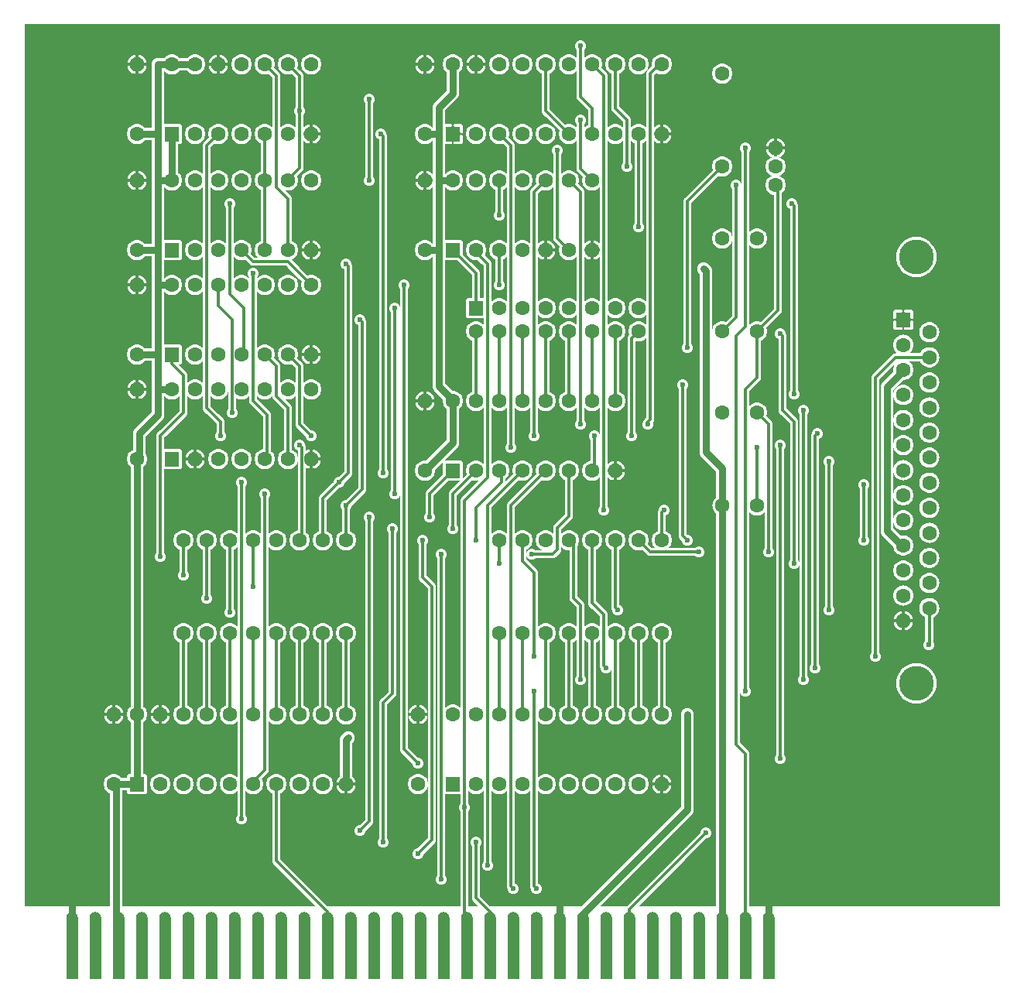
<source format=gbl>
G04 start of page 2 for group 8 layer_idx 1 *
G04 Title: (unknown), bottom_copper *
G04 Creator: pcb-rnd 3.1.1-dev *
G04 CreationDate: 2023-05-01 13:13:09 UTC *
G04 For:  *
G04 Format: Gerber/RS-274X *
G04 PCB-Dimensions: 500000 500000 *
G04 PCB-Coordinate-Origin: lower left *
%MOIN*%
%FSLAX25Y25*%
%LNBOTTOM_COPPER_NONE_8*%
%ADD33C,0.1250*%
%ADD32C,0.0394*%
%ADD31C,0.1500*%
%ADD30C,0.0236*%
%ADD29C,0.0630*%
%ADD28C,0.0315*%
%ADD27C,0.0118*%
%ADD26C,0.0001*%
G54D26*G36*
X208972Y136129D02*X209553Y136486D01*
X210072Y136928D01*
X210514Y137447D01*
X210871Y138028D01*
X211131Y138658D01*
X211228Y139061D01*
Y116734D01*
X208717Y114222D01*
Y136024D01*
X208972Y136129D01*
G37*
G36*
X211228Y224266D02*Y140939D01*
X211131Y141342D01*
X210871Y141972D01*
X210514Y142553D01*
X210072Y143072D01*
X209553Y143514D01*
X208972Y143871D01*
X208717Y143976D01*
Y147373D01*
X208917Y147607D01*
X209111Y147924D01*
X209254Y148268D01*
X209340Y148629D01*
X209362Y149000D01*
X209340Y149371D01*
X209254Y149732D01*
X209111Y150076D01*
X208917Y150393D01*
X208717Y150627D01*
Y166019D01*
X208727Y166023D01*
X209092Y166203D01*
X209439Y166416D01*
X209765Y166660D01*
X210066Y166934D01*
X210340Y167235D01*
X210584Y167561D01*
X210797Y167908D01*
X210977Y168273D01*
X211121Y168654D01*
X211144Y168744D01*
X211151Y168837D01*
X211144Y168931D01*
X211122Y169022D01*
X211087Y169108D01*
X211038Y169188D01*
X210977Y169259D01*
X210906Y169320D01*
X210827Y169369D01*
X210740Y169405D01*
X210649Y169427D01*
X210556Y169434D01*
X210463Y169427D01*
X210372Y169405D01*
X210286Y169370D01*
X210206Y169321D01*
X210135Y169260D01*
X210074Y169189D01*
X210025Y169110D01*
X209991Y169023D01*
X209889Y168745D01*
X209759Y168480D01*
X209604Y168228D01*
X209426Y167992D01*
X209227Y167773D01*
X209008Y167574D01*
X208772Y167396D01*
X208717Y167362D01*
Y172638D01*
X208772Y172604D01*
X209008Y172426D01*
X209227Y172227D01*
X209426Y172008D01*
X209604Y171772D01*
X209759Y171520D01*
X209889Y171255D01*
X209994Y170978D01*
X210028Y170892D01*
X210077Y170813D01*
X210137Y170742D01*
X210208Y170682D01*
X210287Y170633D01*
X210373Y170598D01*
X210464Y170576D01*
X210556Y170569D01*
X210649Y170577D01*
X210739Y170598D01*
X210825Y170634D01*
X210904Y170683D01*
X210975Y170743D01*
X211035Y170814D01*
X211083Y170894D01*
X211119Y170979D01*
X211140Y171070D01*
X211148Y171163D01*
X211140Y171255D01*
X211117Y171345D01*
X210977Y171727D01*
X210797Y172092D01*
X210584Y172439D01*
X210340Y172765D01*
X210066Y173066D01*
X209765Y173340D01*
X209439Y173584D01*
X209092Y173797D01*
X208727Y173977D01*
X208717Y173981D01*
Y226778D01*
X211228Y224266D01*
G37*
G36*
X209320Y270709D02*X210000Y270656D01*
X210680Y270709D01*
X211342Y270869D01*
X211972Y271129D01*
X212553Y271486D01*
X213072Y271928D01*
X213514Y272447D01*
X213871Y273028D01*
X214131Y273658D01*
X214291Y274320D01*
X214331Y275000D01*
X214307Y275409D01*
X223872Y284975D01*
X223955Y285045D01*
X224236Y285375D01*
X224463Y285745D01*
X224629Y286146D01*
X224730Y286568D01*
X224764Y287000D01*
X224756Y287108D01*
Y301659D01*
X225072Y301928D01*
X225514Y302447D01*
X225871Y303028D01*
X226131Y303658D01*
X226291Y304320D01*
X226331Y305000D01*
X226291Y305680D01*
X226131Y306342D01*
X225871Y306972D01*
X225514Y307553D01*
X225072Y308072D01*
X224553Y308514D01*
X223972Y308871D01*
X223342Y309131D01*
X222680Y309291D01*
X222058Y309340D01*
X218756Y312642D01*
Y365673D01*
X218850Y365666D01*
X218897Y365669D01*
X223825D01*
X230228Y359266D01*
Y349331D01*
X228897D01*
X228850Y349334D01*
X228665Y349320D01*
X228665Y349320D01*
X228484Y349276D01*
X228313Y349205D01*
X228154Y349108D01*
X228013Y348987D01*
X227892Y348846D01*
X227795Y348687D01*
X227724Y348516D01*
X227680Y348335D01*
X227666Y348150D01*
X227669Y348103D01*
Y341897D01*
X227666Y341850D01*
X227680Y341665D01*
X227680Y341665D01*
X227724Y341484D01*
X227795Y341313D01*
X227892Y341154D01*
X228013Y341013D01*
X228154Y340892D01*
X228313Y340795D01*
X228484Y340724D01*
X228665Y340680D01*
X228850Y340666D01*
X228897Y340669D01*
X235103D01*
X235150Y340666D01*
X235228Y340672D01*
Y337888D01*
X235072Y338072D01*
X234553Y338514D01*
X233972Y338871D01*
X233342Y339131D01*
X232680Y339291D01*
X232000Y339344D01*
X231320Y339291D01*
X230658Y339131D01*
X230028Y338871D01*
X229447Y338514D01*
X228928Y338072D01*
X228486Y337553D01*
X228129Y336972D01*
X227869Y336342D01*
X227709Y335680D01*
X227656Y335000D01*
X227709Y334320D01*
X227869Y333658D01*
X228129Y333028D01*
X228486Y332447D01*
X228928Y331928D01*
X229447Y331486D01*
X230028Y331129D01*
X230228Y331046D01*
Y308954D01*
X230028Y308871D01*
X229447Y308514D01*
X228928Y308072D01*
X228486Y307553D01*
X228129Y306972D01*
X227869Y306342D01*
X227709Y305680D01*
X227656Y305000D01*
X227709Y304320D01*
X227869Y303658D01*
X228129Y303028D01*
X228486Y302447D01*
X228928Y301928D01*
X229447Y301486D01*
X230028Y301129D01*
X230658Y300869D01*
X231320Y300709D01*
X232000Y300656D01*
X232680Y300709D01*
X233342Y300869D01*
X233972Y301129D01*
X234553Y301486D01*
X235072Y301928D01*
X235228Y302112D01*
Y277888D01*
X235072Y278072D01*
X234553Y278514D01*
X233972Y278871D01*
X233342Y279131D01*
X232680Y279291D01*
X232000Y279344D01*
X231320Y279291D01*
X230658Y279131D01*
X230028Y278871D01*
X229447Y278514D01*
X228928Y278072D01*
X228486Y277553D01*
X228129Y276972D01*
X227869Y276342D01*
X227709Y275680D01*
X227656Y275000D01*
X227709Y274320D01*
X227869Y273658D01*
X227952Y273457D01*
X226333Y271839D01*
X226334Y271850D01*
X226331Y271897D01*
Y278103D01*
X226334Y278150D01*
X226320Y278335D01*
X226320Y278335D01*
X226276Y278516D01*
X226205Y278687D01*
X226108Y278846D01*
X225987Y278987D01*
X225846Y279108D01*
X225687Y279205D01*
X225516Y279276D01*
X225335Y279320D01*
X225150Y279334D01*
X225103Y279331D01*
X218897D01*
X218850Y279334D01*
X218665Y279320D01*
X218665Y279320D01*
X218484Y279276D01*
X218313Y279205D01*
X218154Y279108D01*
X218013Y278987D01*
X217892Y278846D01*
X217795Y278687D01*
X217724Y278516D01*
X217680Y278335D01*
X217666Y278150D01*
X217669Y278103D01*
Y273175D01*
X210796Y266302D01*
X210743Y266257D01*
X210562Y266045D01*
X210417Y265807D01*
X210310Y265549D01*
X210245Y265278D01*
X210245Y265278D01*
X210223Y265000D01*
X210228Y264931D01*
Y256563D01*
X210083Y256393D01*
X209889Y256076D01*
X209746Y255732D01*
X209660Y255371D01*
X209631Y255000D01*
X209660Y254629D01*
X209746Y254268D01*
X209889Y253924D01*
X210083Y253607D01*
X210325Y253325D01*
X210607Y253083D01*
X210924Y252889D01*
X211268Y252746D01*
X211629Y252660D01*
X212000Y252631D01*
X212371Y252660D01*
X212732Y252746D01*
X213076Y252889D01*
X213393Y253083D01*
X213675Y253325D01*
X213917Y253607D01*
X214111Y253924D01*
X214254Y254268D01*
X214340Y254629D01*
X214362Y255000D01*
X214340Y255371D01*
X214254Y255732D01*
X214111Y256076D01*
X213917Y256393D01*
X213772Y256563D01*
Y264266D01*
X220175Y270669D01*
X225103D01*
X225150Y270666D01*
X225161Y270667D01*
X220796Y266302D01*
X220743Y266257D01*
X220562Y266045D01*
X220417Y265807D01*
X220310Y265549D01*
X220245Y265278D01*
X220223Y265000D01*
X220228Y264931D01*
Y251563D01*
X220083Y251393D01*
X219889Y251076D01*
X219746Y250732D01*
X219660Y250371D01*
X219631Y250000D01*
X219660Y249629D01*
X219746Y249268D01*
X219889Y248924D01*
X220083Y248607D01*
X220325Y248325D01*
X220607Y248083D01*
X220924Y247889D01*
X221268Y247746D01*
X221629Y247660D01*
X222000Y247631D01*
X222371Y247660D01*
X222732Y247746D01*
X223076Y247889D01*
X223393Y248083D01*
X223675Y248325D01*
X223917Y248607D01*
X224111Y248924D01*
X224254Y249268D01*
X224340Y249629D01*
X224362Y250000D01*
X224340Y250371D01*
X224254Y250732D01*
X224111Y251076D01*
X223917Y251393D01*
X223772Y251563D01*
Y264266D01*
X230457Y270952D01*
X230658Y270869D01*
X231320Y270709D01*
X232000Y270656D01*
X232680Y270709D01*
X233342Y270869D01*
X233378Y270883D01*
X225796Y263302D01*
X225743Y263257D01*
X225562Y263045D01*
X225417Y262807D01*
X225310Y262549D01*
X225245Y262278D01*
X225223Y262000D01*
X225228Y261931D01*
Y172888D01*
X225072Y173072D01*
X224553Y173514D01*
X223972Y173871D01*
X223342Y174131D01*
X222680Y174291D01*
X222000Y174344D01*
X221320Y174291D01*
X220658Y174131D01*
X220028Y173871D01*
X219447Y173514D01*
X218928Y173072D01*
X218772Y172888D01*
Y237437D01*
X218917Y237607D01*
X219111Y237924D01*
X219254Y238268D01*
X219340Y238629D01*
X219362Y239000D01*
X219340Y239371D01*
X219254Y239732D01*
X219111Y240076D01*
X218917Y240393D01*
X218675Y240675D01*
X218393Y240917D01*
X218076Y241111D01*
X217732Y241254D01*
X217371Y241340D01*
X217000Y241369D01*
X216629Y241340D01*
X216268Y241254D01*
X215924Y241111D01*
X215607Y240917D01*
X215325Y240675D01*
X215083Y240393D01*
X214889Y240076D01*
X214746Y239732D01*
X214660Y239371D01*
X214631Y239000D01*
X214660Y238629D01*
X214746Y238268D01*
X214889Y237924D01*
X215083Y237607D01*
X215228Y237437D01*
Y100563D01*
X215083Y100393D01*
X214889Y100076D01*
X214746Y99732D01*
X214660Y99371D01*
X214631Y99000D01*
X214660Y98629D01*
X214746Y98268D01*
X214889Y97924D01*
X215083Y97607D01*
X215325Y97325D01*
X215607Y97083D01*
X215924Y96889D01*
X216268Y96746D01*
X216629Y96660D01*
X217000Y96631D01*
X217371Y96660D01*
X217732Y96746D01*
X218076Y96889D01*
X218393Y97083D01*
X218675Y97325D01*
X218917Y97607D01*
X219111Y97924D01*
X219254Y98268D01*
X219340Y98629D01*
X219362Y99000D01*
X219340Y99371D01*
X219254Y99732D01*
X219111Y100076D01*
X218917Y100393D01*
X218772Y100563D01*
Y135672D01*
X218850Y135666D01*
X218897Y135669D01*
X225103D01*
X225150Y135666D01*
X225228Y135672D01*
Y131563D01*
X225083Y131393D01*
X224889Y131076D01*
X224746Y130732D01*
X224660Y130371D01*
X224631Y130000D01*
X224660Y129629D01*
X224746Y129268D01*
X224889Y128924D01*
X225083Y128607D01*
X225228Y128437D01*
Y87500D01*
X208717D01*
Y108373D01*
X208917Y108607D01*
X209111Y108924D01*
X209254Y109268D01*
X209340Y109629D01*
X209353Y109848D01*
X214204Y114698D01*
X214257Y114743D01*
X214437Y114955D01*
X214438Y114955D01*
X214583Y115193D01*
X214690Y115451D01*
X214755Y115722D01*
X214777Y116000D01*
X214772Y116070D01*
Y224930D01*
X214777Y225000D01*
X214755Y225278D01*
X214690Y225549D01*
X214583Y225807D01*
X214438Y226045D01*
X214438Y226045D01*
X214257Y226257D01*
X214204Y226302D01*
X210772Y229734D01*
Y243437D01*
X210917Y243607D01*
X211111Y243924D01*
X211254Y244268D01*
X211340Y244629D01*
X211362Y245000D01*
X211340Y245371D01*
X211254Y245732D01*
X211111Y246076D01*
X210917Y246393D01*
X210675Y246675D01*
X210393Y246917D01*
X210076Y247111D01*
X209732Y247254D01*
X209371Y247340D01*
X209000Y247369D01*
X208717Y247347D01*
Y270854D01*
X209320Y270709D01*
G37*
G36*
X212553Y366486D02*X213072Y366928D01*
X213244Y367130D01*
Y311608D01*
X213236Y311500D01*
X213270Y311068D01*
X213371Y310646D01*
X213537Y310245D01*
X213764Y309875D01*
X213764Y309875D01*
X214045Y309545D01*
X214128Y309475D01*
X217751Y305852D01*
X217709Y305680D01*
X217656Y305000D01*
X217709Y304320D01*
X217869Y303658D01*
X218129Y303028D01*
X218486Y302447D01*
X218928Y301928D01*
X219244Y301659D01*
Y288142D01*
X212360Y281258D01*
Y301367D01*
X212439Y301416D01*
X212765Y301660D01*
X213066Y301934D01*
X213340Y302235D01*
X213584Y302561D01*
X213797Y302908D01*
X213977Y303273D01*
X214121Y303654D01*
X214144Y303744D01*
X214151Y303837D01*
X214144Y303931D01*
X214122Y304022D01*
X214087Y304108D01*
X214038Y304188D01*
X213977Y304259D01*
X213906Y304320D01*
X213827Y304369D01*
X213740Y304405D01*
X213649Y304427D01*
X213556Y304434D01*
X213463Y304427D01*
X213372Y304405D01*
X213286Y304370D01*
X213206Y304321D01*
X213135Y304260D01*
X213074Y304189D01*
X213025Y304110D01*
X212991Y304023D01*
X212889Y303745D01*
X212759Y303480D01*
X212604Y303228D01*
X212426Y302992D01*
X212360Y302919D01*
Y307081D01*
X212426Y307008D01*
X212604Y306772D01*
X212759Y306520D01*
X212889Y306255D01*
X212994Y305978D01*
X213028Y305892D01*
X213077Y305813D01*
X213137Y305742D01*
X213208Y305682D01*
X213287Y305633D01*
X213373Y305598D01*
X213464Y305576D01*
X213556Y305569D01*
X213649Y305577D01*
X213739Y305598D01*
X213825Y305634D01*
X213904Y305683D01*
X213975Y305743D01*
X214035Y305814D01*
X214083Y305894D01*
X214119Y305979D01*
X214140Y306070D01*
X214148Y306163D01*
X214140Y306255D01*
X214117Y306345D01*
X213977Y306727D01*
X213797Y307092D01*
X213584Y307439D01*
X213340Y307765D01*
X213066Y308066D01*
X212765Y308340D01*
X212439Y308584D01*
X212360Y308633D01*
Y366367D01*
X212553Y366486D01*
G37*
G36*
X209320Y365709D02*X210000Y365656D01*
X210680Y365709D01*
X211342Y365869D01*
X211972Y366129D01*
X212360Y366367D01*
Y308633D01*
X212092Y308797D01*
X211727Y308977D01*
X211346Y309121D01*
X211256Y309144D01*
X211163Y309151D01*
X211069Y309144D01*
X210978Y309122D01*
X210892Y309087D01*
X210812Y309038D01*
X210741Y308977D01*
X210680Y308906D01*
X210631Y308827D01*
X210595Y308740D01*
X210573Y308649D01*
X210566Y308556D01*
X210573Y308463D01*
X210595Y308372D01*
X210630Y308286D01*
X210679Y308206D01*
X210740Y308135D01*
X210811Y308074D01*
X210890Y308025D01*
X210977Y307991D01*
X211255Y307889D01*
X211520Y307759D01*
X211772Y307604D01*
X212008Y307426D01*
X212227Y307227D01*
X212360Y307081D01*
Y302919D01*
X212227Y302773D01*
X212008Y302574D01*
X211772Y302396D01*
X211520Y302241D01*
X211255Y302111D01*
X210978Y302006D01*
X210892Y301972D01*
X210813Y301923D01*
X210742Y301863D01*
X210682Y301792D01*
X210633Y301713D01*
X210598Y301627D01*
X210576Y301536D01*
X210569Y301444D01*
X210577Y301351D01*
X210598Y301261D01*
X210634Y301175D01*
X210683Y301096D01*
X210743Y301025D01*
X210814Y300965D01*
X210894Y300917D01*
X210979Y300881D01*
X211070Y300860D01*
X211163Y300852D01*
X211255Y300860D01*
X211345Y300883D01*
X211727Y301023D01*
X212092Y301203D01*
X212360Y301367D01*
Y281258D01*
X210414Y279311D01*
X210000Y279344D01*
X209320Y279291D01*
X208717Y279146D01*
Y300863D01*
X208744Y300856D01*
X208837Y300849D01*
X208931Y300856D01*
X209022Y300878D01*
X209108Y300913D01*
X209188Y300962D01*
X209259Y301023D01*
X209320Y301094D01*
X209369Y301173D01*
X209405Y301260D01*
X209427Y301351D01*
X209434Y301444D01*
X209427Y301537D01*
X209405Y301628D01*
X209370Y301714D01*
X209321Y301794D01*
X209260Y301865D01*
X209189Y301926D01*
X209110Y301975D01*
X209023Y302009D01*
X208745Y302111D01*
X208717Y302125D01*
Y307875D01*
X208745Y307889D01*
X209022Y307994D01*
X209108Y308028D01*
X209187Y308077D01*
X209258Y308137D01*
X209318Y308208D01*
X209367Y308287D01*
X209402Y308373D01*
X209424Y308464D01*
X209431Y308556D01*
X209423Y308649D01*
X209402Y308739D01*
X209366Y308825D01*
X209317Y308904D01*
X209257Y308975D01*
X209186Y309035D01*
X209106Y309083D01*
X209021Y309119D01*
X208930Y309140D01*
X208837Y309148D01*
X208745Y309140D01*
X208717Y309133D01*
Y365854D01*
X209320Y365709D01*
G37*
G36*
Y415709D02*X210000Y415656D01*
X210680Y415709D01*
X211342Y415869D01*
X211972Y416129D01*
X212553Y416486D01*
X213072Y416928D01*
X213244Y417130D01*
Y402870D01*
X213066Y403066D01*
X212765Y403340D01*
X212439Y403584D01*
X212092Y403797D01*
X211727Y403977D01*
X211346Y404121D01*
X211256Y404144D01*
X211163Y404151D01*
X211069Y404144D01*
X210978Y404122D01*
X210892Y404087D01*
X210812Y404038D01*
X210741Y403977D01*
X210680Y403906D01*
X210631Y403827D01*
X210595Y403740D01*
X210573Y403649D01*
X210566Y403556D01*
X210573Y403463D01*
X210595Y403372D01*
X210630Y403286D01*
X210679Y403206D01*
X210740Y403135D01*
X210811Y403074D01*
X210890Y403025D01*
X210977Y402991D01*
X211255Y402889D01*
X211520Y402759D01*
X211772Y402604D01*
X212008Y402426D01*
X212227Y402227D01*
X212426Y402008D01*
X212604Y401772D01*
X212759Y401520D01*
X212889Y401255D01*
X212994Y400978D01*
X213028Y400892D01*
X213077Y400813D01*
X213137Y400742D01*
X213208Y400682D01*
X213244Y400660D01*
Y399344D01*
X213206Y399321D01*
X213135Y399260D01*
X213074Y399189D01*
X213025Y399110D01*
X212991Y399023D01*
X212889Y398745D01*
X212759Y398480D01*
X212604Y398228D01*
X212426Y397992D01*
X212227Y397773D01*
X212008Y397574D01*
X211772Y397396D01*
X211520Y397241D01*
X211255Y397111D01*
X210978Y397006D01*
X210892Y396972D01*
X210813Y396923D01*
X210742Y396863D01*
X210682Y396792D01*
X210633Y396713D01*
X210598Y396627D01*
X210576Y396536D01*
X210569Y396444D01*
X210577Y396351D01*
X210598Y396261D01*
X210634Y396175D01*
X210683Y396096D01*
X210743Y396025D01*
X210814Y395965D01*
X210894Y395917D01*
X210979Y395881D01*
X211070Y395860D01*
X211163Y395852D01*
X211255Y395860D01*
X211345Y395883D01*
X211727Y396023D01*
X212092Y396203D01*
X212439Y396416D01*
X212765Y396660D01*
X213066Y396934D01*
X213244Y397130D01*
Y372870D01*
X213072Y373072D01*
X212553Y373514D01*
X211972Y373871D01*
X211342Y374131D01*
X210680Y374291D01*
X210000Y374344D01*
X209320Y374291D01*
X208717Y374146D01*
Y395863D01*
X208744Y395856D01*
X208837Y395849D01*
X208931Y395856D01*
X209022Y395878D01*
X209108Y395913D01*
X209188Y395962D01*
X209259Y396023D01*
X209320Y396094D01*
X209369Y396173D01*
X209405Y396260D01*
X209427Y396351D01*
X209434Y396444D01*
X209427Y396537D01*
X209405Y396628D01*
X209370Y396714D01*
X209321Y396794D01*
X209260Y396865D01*
X209189Y396926D01*
X209110Y396975D01*
X209023Y397009D01*
X208745Y397111D01*
X208717Y397125D01*
Y402875D01*
X208745Y402889D01*
X209022Y402994D01*
X209108Y403028D01*
X209187Y403077D01*
X209258Y403137D01*
X209318Y403208D01*
X209367Y403287D01*
X209402Y403373D01*
X209424Y403464D01*
X209431Y403556D01*
X209423Y403649D01*
X209402Y403739D01*
X209366Y403825D01*
X209317Y403904D01*
X209257Y403975D01*
X209186Y404035D01*
X209106Y404083D01*
X209021Y404119D01*
X208930Y404140D01*
X208837Y404148D01*
X208745Y404140D01*
X208717Y404133D01*
Y415854D01*
X209320Y415709D01*
G37*
G36*
X267952Y421543D02*X267869Y421342D01*
X267709Y420680D01*
X267656Y420000D01*
X267709Y419320D01*
X267869Y418658D01*
X268129Y418028D01*
X268486Y417447D01*
X268928Y416928D01*
X269447Y416486D01*
X270028Y416129D01*
X270658Y415869D01*
X271320Y415709D01*
X272000Y415656D01*
X272680Y415709D01*
X273342Y415869D01*
X273972Y416129D01*
X274553Y416486D01*
X275072Y416928D01*
X275228Y417112D01*
Y405069D01*
X275223Y405000D01*
X275245Y404722D01*
Y404722D01*
X275260Y404657D01*
X275310Y404451D01*
X275372Y404300D01*
X275417Y404193D01*
X275472Y404103D01*
X275562Y403955D01*
X275562Y403955D01*
X275743Y403743D01*
X275796Y403698D01*
X277952Y401543D01*
X277869Y401342D01*
X277709Y400680D01*
X277656Y400000D01*
X277709Y399320D01*
X277869Y398658D01*
X278129Y398028D01*
X278486Y397447D01*
X278928Y396928D01*
X279447Y396486D01*
X280028Y396129D01*
X280658Y395869D01*
X281320Y395709D01*
X282000Y395656D01*
X282680Y395709D01*
X283342Y395869D01*
X283972Y396129D01*
X284553Y396486D01*
X285072Y396928D01*
X285228Y397112D01*
Y372887D01*
X285066Y373066D01*
X284765Y373340D01*
X284439Y373584D01*
X284092Y373797D01*
X283727Y373977D01*
X283346Y374121D01*
X283256Y374144D01*
X283163Y374151D01*
X283069Y374144D01*
X282978Y374122D01*
X282892Y374087D01*
X282812Y374038D01*
X282741Y373977D01*
X282680Y373906D01*
X282631Y373827D01*
X282595Y373740D01*
X282573Y373649D01*
X282566Y373556D01*
X282573Y373463D01*
X282595Y373372D01*
X282630Y373286D01*
X282679Y373206D01*
X282740Y373135D01*
X282811Y373074D01*
X282890Y373025D01*
X282977Y372991D01*
X283255Y372889D01*
X283520Y372759D01*
X283772Y372604D01*
X284008Y372426D01*
X284227Y372227D01*
X284426Y372008D01*
X284604Y371772D01*
X284759Y371520D01*
X284889Y371255D01*
X284994Y370978D01*
X285028Y370892D01*
X285077Y370813D01*
X285137Y370742D01*
X285208Y370682D01*
X285228Y370669D01*
Y369335D01*
X285206Y369321D01*
X285135Y369260D01*
X285074Y369189D01*
X285025Y369110D01*
X284991Y369023D01*
X284889Y368745D01*
X284759Y368480D01*
X284604Y368228D01*
X284426Y367992D01*
X284227Y367773D01*
X284008Y367574D01*
X283772Y367396D01*
X283520Y367241D01*
X283255Y367111D01*
X282978Y367006D01*
X282892Y366972D01*
X282813Y366923D01*
X282742Y366863D01*
X282682Y366792D01*
X282633Y366713D01*
X282598Y366627D01*
X282576Y366536D01*
X282569Y366444D01*
X282577Y366351D01*
X282598Y366261D01*
X282634Y366175D01*
X282683Y366096D01*
X282743Y366025D01*
X282814Y365965D01*
X282894Y365917D01*
X282979Y365881D01*
X283070Y365860D01*
X283163Y365852D01*
X283255Y365860D01*
X283345Y365883D01*
X283727Y366023D01*
X284092Y366203D01*
X284439Y366416D01*
X284765Y366660D01*
X285066Y366934D01*
X285228Y367113D01*
Y347888D01*
X285072Y348072D01*
X284553Y348514D01*
X283972Y348871D01*
X283342Y349131D01*
X282680Y349291D01*
X282000Y349344D01*
X281320Y349291D01*
X280658Y349131D01*
X280028Y348871D01*
X279447Y348514D01*
X278928Y348072D01*
X278772Y347888D01*
Y367113D01*
X278934Y366934D01*
X279235Y366660D01*
X279561Y366416D01*
X279908Y366203D01*
X280273Y366023D01*
X280654Y365879D01*
X280744Y365856D01*
X280837Y365849D01*
X280931Y365856D01*
X281022Y365878D01*
X281108Y365913D01*
X281188Y365962D01*
X281259Y366023D01*
X281320Y366094D01*
X281369Y366173D01*
X281405Y366260D01*
X281427Y366351D01*
X281434Y366444D01*
X281427Y366537D01*
X281405Y366628D01*
X281370Y366714D01*
X281321Y366794D01*
X281260Y366865D01*
X281189Y366926D01*
X281110Y366975D01*
X281023Y367009D01*
X280745Y367111D01*
X280480Y367241D01*
X280228Y367396D01*
X279992Y367574D01*
X279773Y367773D01*
X279574Y367992D01*
X279396Y368228D01*
X279241Y368480D01*
X279111Y368745D01*
X279006Y369022D01*
X278972Y369108D01*
X278923Y369187D01*
X278863Y369258D01*
X278792Y369318D01*
X278772Y369331D01*
Y370665D01*
X278794Y370679D01*
X278865Y370740D01*
X278926Y370811D01*
X278975Y370890D01*
X279009Y370977D01*
X279111Y371255D01*
X279241Y371520D01*
X279396Y371772D01*
X279574Y372008D01*
X279773Y372227D01*
X279992Y372426D01*
X280228Y372604D01*
X280480Y372759D01*
X280745Y372889D01*
X281022Y372994D01*
X281108Y373028D01*
X281187Y373077D01*
X281258Y373137D01*
X281318Y373208D01*
X281367Y373287D01*
X281402Y373373D01*
X281424Y373464D01*
X281431Y373556D01*
X281423Y373649D01*
X281402Y373739D01*
X281366Y373825D01*
X281317Y373904D01*
X281257Y373975D01*
X281186Y374035D01*
X281106Y374083D01*
X281021Y374119D01*
X280930Y374140D01*
X280837Y374148D01*
X280745Y374140D01*
X280655Y374117D01*
X280273Y373977D01*
X279908Y373797D01*
X279561Y373584D01*
X279235Y373340D01*
X278934Y373066D01*
X278772Y372887D01*
Y394931D01*
X278777Y395000D01*
X278755Y395278D01*
X278755Y395278D01*
X278690Y395549D01*
X278583Y395807D01*
X278438Y396045D01*
X278257Y396257D01*
X278204Y396302D01*
X276048Y398457D01*
X276131Y398658D01*
X276291Y399320D01*
X276331Y400000D01*
X276291Y400680D01*
X276131Y401342D01*
X275871Y401972D01*
X275514Y402553D01*
X275072Y403072D01*
X274553Y403514D01*
X273972Y403871D01*
X273342Y404131D01*
X272680Y404291D01*
X272000Y404344D01*
X271320Y404291D01*
X270658Y404131D01*
X270028Y403871D01*
X269447Y403514D01*
X268928Y403072D01*
X268772Y402888D01*
Y411437D01*
X268917Y411607D01*
X269111Y411924D01*
X269254Y412268D01*
X269340Y412629D01*
X269362Y413000D01*
X269340Y413371D01*
X269254Y413732D01*
X269111Y414076D01*
X268917Y414393D01*
X268675Y414675D01*
X268393Y414917D01*
X268076Y415111D01*
X267732Y415254D01*
X267371Y415340D01*
X267000Y415369D01*
X266629Y415340D01*
X266268Y415254D01*
X265924Y415111D01*
X265607Y414917D01*
X265325Y414675D01*
X265083Y414393D01*
X264889Y414076D01*
X264746Y413732D01*
X264660Y413371D01*
X264631Y413000D01*
X264660Y412629D01*
X264746Y412268D01*
X264889Y411924D01*
X265083Y411607D01*
X265228Y411437D01*
Y402888D01*
X265072Y403072D01*
X264553Y403514D01*
X263972Y403871D01*
X263342Y404131D01*
X262680Y404291D01*
X262000Y404344D01*
X261993Y404344D01*
Y415656D01*
X262000Y415656D01*
X262680Y415709D01*
X263342Y415869D01*
X263972Y416129D01*
X264553Y416486D01*
X265072Y416928D01*
X265514Y417447D01*
X265871Y418028D01*
X266131Y418658D01*
X266291Y419320D01*
X266331Y420000D01*
X266291Y420680D01*
X266131Y421342D01*
X265871Y421972D01*
X265514Y422553D01*
X265072Y423072D01*
X264553Y423514D01*
X263972Y423871D01*
X263342Y424131D01*
X262680Y424291D01*
X262000Y424344D01*
X261993Y424344D01*
Y427501D01*
X267952Y421543D01*
G37*
G36*
X302000Y340656D02*X302680Y340709D01*
X303342Y340869D01*
X303972Y341129D01*
X304553Y341486D01*
X305072Y341928D01*
X305228Y342112D01*
Y337888D01*
X305072Y338072D01*
X304553Y338514D01*
X303972Y338871D01*
X303342Y339131D01*
X302680Y339291D01*
X302000Y339344D01*
X301993Y339344D01*
Y340656D01*
X302000Y340656D01*
G37*
G36*
Y377631D02*X302371Y377660D01*
X302732Y377746D01*
X303076Y377889D01*
X303393Y378083D01*
X303675Y378325D01*
X303917Y378607D01*
X304111Y378924D01*
X304254Y379268D01*
X304340Y379629D01*
X304362Y380000D01*
X304340Y380371D01*
X304254Y380732D01*
X304111Y381076D01*
X303917Y381393D01*
X303772Y381563D01*
Y416046D01*
X303972Y416129D01*
X304553Y416486D01*
X305072Y416928D01*
X305228Y417112D01*
Y347888D01*
X305072Y348072D01*
X304553Y348514D01*
X303972Y348871D01*
X303342Y349131D01*
X302680Y349291D01*
X302000Y349344D01*
X301993Y349344D01*
Y377631D01*
X302000Y377631D01*
G37*
G36*
X457500Y467500D02*Y87500D01*
X427193D01*
Y176761D01*
X427757Y177243D01*
X428645Y178282D01*
X429359Y179447D01*
X429882Y180709D01*
X430201Y182038D01*
X430281Y183400D01*
X430201Y184762D01*
X429882Y186091D01*
X429359Y187353D01*
X428645Y188518D01*
X427757Y189557D01*
X427193Y190039D01*
Y197646D01*
X427371Y197660D01*
X427732Y197746D01*
X428076Y197889D01*
X428393Y198083D01*
X428675Y198325D01*
X428917Y198607D01*
X429111Y198924D01*
X429254Y199268D01*
X429340Y199629D01*
X429362Y200000D01*
X429340Y200371D01*
X429254Y200732D01*
X429111Y201076D01*
X428972Y201303D01*
Y211846D01*
X429172Y211929D01*
X429753Y212286D01*
X430272Y212728D01*
X430714Y213247D01*
X431071Y213828D01*
X431331Y214458D01*
X431491Y215120D01*
X431531Y215800D01*
X431491Y216480D01*
X431331Y217142D01*
X431071Y217772D01*
X430714Y218353D01*
X430272Y218872D01*
X429753Y219314D01*
X429172Y219671D01*
X428542Y219931D01*
X427880Y220091D01*
X427200Y220144D01*
X427193Y220144D01*
Y222256D01*
X427200Y222256D01*
X427880Y222309D01*
X428542Y222469D01*
X429172Y222729D01*
X429753Y223086D01*
X430272Y223528D01*
X430714Y224047D01*
X431071Y224628D01*
X431331Y225258D01*
X431491Y225920D01*
X431531Y226600D01*
X431491Y227280D01*
X431331Y227942D01*
X431071Y228572D01*
X430714Y229153D01*
X430272Y229672D01*
X429753Y230114D01*
X429172Y230471D01*
X428542Y230731D01*
X427880Y230891D01*
X427200Y230944D01*
X427193Y230944D01*
Y233056D01*
X427200Y233056D01*
X427880Y233109D01*
X428542Y233269D01*
X429172Y233529D01*
X429753Y233886D01*
X430272Y234328D01*
X430714Y234847D01*
X431071Y235428D01*
X431331Y236058D01*
X431491Y236720D01*
X431531Y237400D01*
X431491Y238080D01*
X431331Y238742D01*
X431071Y239372D01*
X430714Y239953D01*
X430272Y240472D01*
X429753Y240914D01*
X429172Y241271D01*
X428542Y241531D01*
X427880Y241691D01*
X427200Y241744D01*
X427193Y241744D01*
Y243856D01*
X427200Y243856D01*
X427880Y243909D01*
X428542Y244069D01*
X429172Y244329D01*
X429753Y244686D01*
X430272Y245128D01*
X430714Y245647D01*
X431071Y246228D01*
X431331Y246858D01*
X431491Y247520D01*
X431531Y248200D01*
X431491Y248880D01*
X431331Y249542D01*
X431071Y250172D01*
X430714Y250753D01*
X430272Y251272D01*
X429753Y251714D01*
X429172Y252071D01*
X428542Y252331D01*
X427880Y252491D01*
X427200Y252544D01*
X427193Y252544D01*
Y254656D01*
X427200Y254656D01*
X427880Y254709D01*
X428542Y254869D01*
X429172Y255129D01*
X429753Y255486D01*
X430272Y255928D01*
X430714Y256447D01*
X431071Y257028D01*
X431331Y257658D01*
X431491Y258320D01*
X431531Y259000D01*
X431491Y259680D01*
X431331Y260342D01*
X431071Y260972D01*
X430714Y261553D01*
X430272Y262072D01*
X429753Y262514D01*
X429172Y262871D01*
X428542Y263131D01*
X427880Y263291D01*
X427200Y263344D01*
X427193Y263344D01*
Y265456D01*
X427200Y265456D01*
X427880Y265509D01*
X428542Y265669D01*
X429172Y265929D01*
X429753Y266286D01*
X430272Y266728D01*
X430714Y267247D01*
X431071Y267828D01*
X431331Y268458D01*
X431491Y269120D01*
X431531Y269800D01*
X431491Y270480D01*
X431331Y271142D01*
X431071Y271772D01*
X430714Y272353D01*
X430272Y272872D01*
X429753Y273314D01*
X429172Y273671D01*
X428542Y273931D01*
X427880Y274091D01*
X427200Y274144D01*
X427193Y274144D01*
Y276256D01*
X427200Y276256D01*
X427880Y276309D01*
X428542Y276469D01*
X429172Y276729D01*
X429753Y277086D01*
X430272Y277528D01*
X430714Y278047D01*
X431071Y278628D01*
X431331Y279258D01*
X431491Y279920D01*
X431531Y280600D01*
X431491Y281280D01*
X431331Y281942D01*
X431071Y282572D01*
X430714Y283153D01*
X430272Y283672D01*
X429753Y284114D01*
X429172Y284471D01*
X428542Y284731D01*
X427880Y284891D01*
X427200Y284944D01*
X427193Y284944D01*
Y287056D01*
X427200Y287056D01*
X427880Y287109D01*
X428542Y287269D01*
X429172Y287529D01*
X429753Y287886D01*
X430272Y288328D01*
X430714Y288847D01*
X431071Y289428D01*
X431331Y290058D01*
X431491Y290720D01*
X431531Y291400D01*
X431491Y292080D01*
X431331Y292742D01*
X431071Y293372D01*
X430714Y293953D01*
X430272Y294472D01*
X429753Y294914D01*
X429172Y295271D01*
X428542Y295531D01*
X427880Y295691D01*
X427200Y295744D01*
X427193Y295744D01*
Y297856D01*
X427200Y297856D01*
X427880Y297909D01*
X428542Y298069D01*
X429172Y298329D01*
X429753Y298686D01*
X430272Y299128D01*
X430714Y299647D01*
X431071Y300228D01*
X431331Y300858D01*
X431491Y301520D01*
X431531Y302200D01*
X431491Y302880D01*
X431331Y303542D01*
X431071Y304172D01*
X430714Y304753D01*
X430272Y305272D01*
X429753Y305714D01*
X429172Y306071D01*
X428542Y306331D01*
X427880Y306491D01*
X427200Y306544D01*
X427193Y306544D01*
Y308656D01*
X427200Y308656D01*
X427880Y308709D01*
X428542Y308869D01*
X429172Y309129D01*
X429753Y309486D01*
X430272Y309928D01*
X430714Y310447D01*
X431071Y311028D01*
X431331Y311658D01*
X431491Y312320D01*
X431531Y313000D01*
X431491Y313680D01*
X431331Y314342D01*
X431071Y314972D01*
X430714Y315553D01*
X430272Y316072D01*
X429753Y316514D01*
X429172Y316871D01*
X428542Y317131D01*
X427880Y317291D01*
X427200Y317344D01*
X427193Y317344D01*
Y319456D01*
X427200Y319456D01*
X427880Y319509D01*
X428542Y319669D01*
X429172Y319929D01*
X429753Y320286D01*
X430272Y320728D01*
X430714Y321247D01*
X431071Y321828D01*
X431331Y322458D01*
X431491Y323120D01*
X431531Y323800D01*
X431491Y324480D01*
X431331Y325142D01*
X431071Y325772D01*
X430714Y326353D01*
X430272Y326872D01*
X429753Y327314D01*
X429172Y327671D01*
X428542Y327931D01*
X427880Y328091D01*
X427200Y328144D01*
X427193Y328144D01*
Y330256D01*
X427200Y330256D01*
X427880Y330309D01*
X428542Y330469D01*
X429172Y330729D01*
X429753Y331086D01*
X430272Y331528D01*
X430714Y332047D01*
X431071Y332628D01*
X431331Y333258D01*
X431491Y333920D01*
X431531Y334600D01*
X431491Y335280D01*
X431331Y335942D01*
X431071Y336572D01*
X430714Y337153D01*
X430272Y337672D01*
X429753Y338114D01*
X429172Y338471D01*
X428542Y338731D01*
X427880Y338891D01*
X427200Y338944D01*
X427193Y338944D01*
Y360361D01*
X427757Y360843D01*
X428645Y361882D01*
X429359Y363047D01*
X429882Y364309D01*
X430201Y365638D01*
X430281Y367000D01*
X430201Y368362D01*
X429882Y369691D01*
X429359Y370953D01*
X428645Y372118D01*
X427757Y373157D01*
X427193Y373639D01*
Y467500D01*
X457500D01*
G37*
G36*
X416482Y176355D02*X417647Y175641D01*
X418909Y175118D01*
X420238Y174799D01*
X421600Y174692D01*
X422962Y174799D01*
X424291Y175118D01*
X425553Y175641D01*
X426718Y176355D01*
X427193Y176761D01*
Y87500D01*
X415993D01*
Y176772D01*
X416482Y176355D01*
G37*
G36*
X418553Y239286D02*X419072Y239728D01*
X419514Y240247D01*
X419871Y240828D01*
X420131Y241458D01*
X420291Y242120D01*
X420331Y242800D01*
X420291Y243480D01*
X420131Y244142D01*
X419871Y244772D01*
X419514Y245353D01*
X419072Y245872D01*
X418553Y246314D01*
X418360Y246433D01*
Y249967D01*
X418553Y250086D01*
X419072Y250528D01*
X419514Y251047D01*
X419871Y251628D01*
X420131Y252258D01*
X420291Y252920D01*
X420331Y253600D01*
X420291Y254280D01*
X420131Y254942D01*
X419871Y255572D01*
X419514Y256153D01*
X419072Y256672D01*
X418553Y257114D01*
X418360Y257233D01*
Y260767D01*
X418553Y260886D01*
X419072Y261328D01*
X419514Y261847D01*
X419871Y262428D01*
X420131Y263058D01*
X420291Y263720D01*
X420331Y264400D01*
X420291Y265080D01*
X420131Y265742D01*
X419871Y266372D01*
X419514Y266953D01*
X419072Y267472D01*
X418553Y267914D01*
X418360Y268033D01*
Y271567D01*
X418553Y271686D01*
X419072Y272128D01*
X419514Y272647D01*
X419871Y273228D01*
X420131Y273858D01*
X420291Y274520D01*
X420331Y275200D01*
X420291Y275880D01*
X420131Y276542D01*
X419871Y277172D01*
X419514Y277753D01*
X419072Y278272D01*
X418553Y278714D01*
X418360Y278833D01*
Y282367D01*
X418553Y282486D01*
X419072Y282928D01*
X419514Y283447D01*
X419871Y284028D01*
X420131Y284658D01*
X420291Y285320D01*
X420331Y286000D01*
X420291Y286680D01*
X420131Y287342D01*
X419871Y287972D01*
X419514Y288553D01*
X419072Y289072D01*
X418553Y289514D01*
X418360Y289633D01*
Y293167D01*
X418553Y293286D01*
X419072Y293728D01*
X419514Y294247D01*
X419871Y294828D01*
X420131Y295458D01*
X420291Y296120D01*
X420331Y296800D01*
X420291Y297480D01*
X420131Y298142D01*
X419871Y298772D01*
X419514Y299353D01*
X419072Y299872D01*
X418553Y300314D01*
X418360Y300433D01*
Y303967D01*
X418553Y304086D01*
X419072Y304528D01*
X419514Y305047D01*
X419871Y305628D01*
X420131Y306258D01*
X420291Y306920D01*
X420331Y307600D01*
X420291Y308280D01*
X420131Y308942D01*
X419871Y309572D01*
X419514Y310153D01*
X419072Y310672D01*
X418553Y311114D01*
X418360Y311233D01*
Y314767D01*
X418553Y314886D01*
X419072Y315328D01*
X419514Y315847D01*
X419871Y316428D01*
X420131Y317058D01*
X420291Y317720D01*
X420331Y318400D01*
X420291Y319080D01*
X420131Y319742D01*
X419871Y320372D01*
X419514Y320953D01*
X419072Y321472D01*
X418553Y321914D01*
X418367Y322028D01*
X423246D01*
X423329Y321828D01*
X423686Y321247D01*
X424128Y320728D01*
X424647Y320286D01*
X425228Y319929D01*
X425858Y319669D01*
X426520Y319509D01*
X427193Y319456D01*
Y317344D01*
X426520Y317291D01*
X425858Y317131D01*
X425228Y316871D01*
X424647Y316514D01*
X424128Y316072D01*
X423686Y315553D01*
X423329Y314972D01*
X423069Y314342D01*
X422909Y313680D01*
X422856Y313000D01*
X422909Y312320D01*
X423069Y311658D01*
X423329Y311028D01*
X423686Y310447D01*
X424128Y309928D01*
X424647Y309486D01*
X425228Y309129D01*
X425858Y308869D01*
X426520Y308709D01*
X427193Y308656D01*
Y306544D01*
X426520Y306491D01*
X425858Y306331D01*
X425228Y306071D01*
X424647Y305714D01*
X424128Y305272D01*
X423686Y304753D01*
X423329Y304172D01*
X423069Y303542D01*
X422909Y302880D01*
X422856Y302200D01*
X422909Y301520D01*
X423069Y300858D01*
X423329Y300228D01*
X423686Y299647D01*
X424128Y299128D01*
X424647Y298686D01*
X425228Y298329D01*
X425858Y298069D01*
X426520Y297909D01*
X427193Y297856D01*
Y295744D01*
X426520Y295691D01*
X425858Y295531D01*
X425228Y295271D01*
X424647Y294914D01*
X424128Y294472D01*
X423686Y293953D01*
X423329Y293372D01*
X423069Y292742D01*
X422909Y292080D01*
X422856Y291400D01*
X422909Y290720D01*
X423069Y290058D01*
X423329Y289428D01*
X423686Y288847D01*
X424128Y288328D01*
X424647Y287886D01*
X425228Y287529D01*
X425858Y287269D01*
X426520Y287109D01*
X427193Y287056D01*
Y284944D01*
X426520Y284891D01*
X425858Y284731D01*
X425228Y284471D01*
X424647Y284114D01*
X424128Y283672D01*
X423686Y283153D01*
X423329Y282572D01*
X423069Y281942D01*
X422909Y281280D01*
X422856Y280600D01*
X422909Y279920D01*
X423069Y279258D01*
X423329Y278628D01*
X423686Y278047D01*
X424128Y277528D01*
X424647Y277086D01*
X425228Y276729D01*
X425858Y276469D01*
X426520Y276309D01*
X427193Y276256D01*
Y274144D01*
X426520Y274091D01*
X425858Y273931D01*
X425228Y273671D01*
X424647Y273314D01*
X424128Y272872D01*
X423686Y272353D01*
X423329Y271772D01*
X423069Y271142D01*
X422909Y270480D01*
X422856Y269800D01*
X422909Y269120D01*
X423069Y268458D01*
X423329Y267828D01*
X423686Y267247D01*
X424128Y266728D01*
X424647Y266286D01*
X425228Y265929D01*
X425858Y265669D01*
X426520Y265509D01*
X427193Y265456D01*
Y263344D01*
X426520Y263291D01*
X425858Y263131D01*
X425228Y262871D01*
X424647Y262514D01*
X424128Y262072D01*
X423686Y261553D01*
X423329Y260972D01*
X423069Y260342D01*
X422909Y259680D01*
X422856Y259000D01*
X422909Y258320D01*
X423069Y257658D01*
X423329Y257028D01*
X423686Y256447D01*
X424128Y255928D01*
X424647Y255486D01*
X425228Y255129D01*
X425858Y254869D01*
X426520Y254709D01*
X427193Y254656D01*
Y252544D01*
X426520Y252491D01*
X425858Y252331D01*
X425228Y252071D01*
X424647Y251714D01*
X424128Y251272D01*
X423686Y250753D01*
X423329Y250172D01*
X423069Y249542D01*
X422909Y248880D01*
X422856Y248200D01*
X422909Y247520D01*
X423069Y246858D01*
X423329Y246228D01*
X423686Y245647D01*
X424128Y245128D01*
X424647Y244686D01*
X425228Y244329D01*
X425858Y244069D01*
X426520Y243909D01*
X427193Y243856D01*
Y241744D01*
X426520Y241691D01*
X425858Y241531D01*
X425228Y241271D01*
X424647Y240914D01*
X424128Y240472D01*
X423686Y239953D01*
X423329Y239372D01*
X423069Y238742D01*
X422909Y238080D01*
X422856Y237400D01*
X422909Y236720D01*
X423069Y236058D01*
X423329Y235428D01*
X423686Y234847D01*
X424128Y234328D01*
X424647Y233886D01*
X425228Y233529D01*
X425858Y233269D01*
X426520Y233109D01*
X427193Y233056D01*
Y230944D01*
X426520Y230891D01*
X425858Y230731D01*
X425228Y230471D01*
X424647Y230114D01*
X424128Y229672D01*
X423686Y229153D01*
X423329Y228572D01*
X423069Y227942D01*
X422909Y227280D01*
X422856Y226600D01*
X422909Y225920D01*
X423069Y225258D01*
X423329Y224628D01*
X423686Y224047D01*
X424128Y223528D01*
X424647Y223086D01*
X425228Y222729D01*
X425858Y222469D01*
X426520Y222309D01*
X427193Y222256D01*
Y220144D01*
X426520Y220091D01*
X425858Y219931D01*
X425228Y219671D01*
X424647Y219314D01*
X424128Y218872D01*
X423686Y218353D01*
X423329Y217772D01*
X423069Y217142D01*
X422909Y216480D01*
X422856Y215800D01*
X422909Y215120D01*
X423069Y214458D01*
X423329Y213828D01*
X423686Y213247D01*
X424128Y212728D01*
X424647Y212286D01*
X425228Y211929D01*
X425428Y211846D01*
Y201764D01*
X425325Y201675D01*
X425083Y201393D01*
X424889Y201076D01*
X424746Y200732D01*
X424660Y200371D01*
X424631Y200000D01*
X424660Y199629D01*
X424746Y199268D01*
X424889Y198924D01*
X425083Y198607D01*
X425325Y198325D01*
X425607Y198083D01*
X425924Y197889D01*
X426268Y197746D01*
X426629Y197660D01*
X427000Y197631D01*
X427193Y197646D01*
Y190039D01*
X426718Y190445D01*
X425553Y191159D01*
X424291Y191682D01*
X422962Y192001D01*
X421600Y192108D01*
X420238Y192001D01*
X418909Y191682D01*
X418360Y191454D01*
Y206767D01*
X418439Y206816D01*
X418765Y207060D01*
X419066Y207334D01*
X419340Y207635D01*
X419584Y207961D01*
X419797Y208308D01*
X419977Y208673D01*
X420121Y209054D01*
X420144Y209144D01*
X420151Y209237D01*
X420144Y209331D01*
X420122Y209422D01*
X420087Y209508D01*
X420038Y209588D01*
X419977Y209659D01*
X419906Y209720D01*
X419827Y209769D01*
X419740Y209805D01*
X419649Y209827D01*
X419556Y209834D01*
X419463Y209827D01*
X419372Y209805D01*
X419286Y209770D01*
X419206Y209721D01*
X419135Y209660D01*
X419074Y209589D01*
X419025Y209510D01*
X418991Y209423D01*
X418889Y209145D01*
X418759Y208880D01*
X418604Y208628D01*
X418426Y208392D01*
X418360Y208319D01*
Y212481D01*
X418426Y212408D01*
X418604Y212172D01*
X418759Y211920D01*
X418889Y211655D01*
X418994Y211378D01*
X419028Y211292D01*
X419077Y211213D01*
X419137Y211142D01*
X419208Y211082D01*
X419287Y211033D01*
X419373Y210998D01*
X419464Y210976D01*
X419556Y210969D01*
X419649Y210977D01*
X419739Y210998D01*
X419825Y211034D01*
X419904Y211083D01*
X419975Y211143D01*
X420035Y211214D01*
X420083Y211294D01*
X420119Y211379D01*
X420140Y211470D01*
X420148Y211563D01*
X420140Y211655D01*
X420117Y211745D01*
X419977Y212127D01*
X419797Y212492D01*
X419584Y212839D01*
X419340Y213165D01*
X419066Y213466D01*
X418765Y213740D01*
X418439Y213984D01*
X418360Y214033D01*
Y217567D01*
X418553Y217686D01*
X419072Y218128D01*
X419514Y218647D01*
X419871Y219228D01*
X420131Y219858D01*
X420291Y220520D01*
X420331Y221200D01*
X420291Y221880D01*
X420131Y222542D01*
X419871Y223172D01*
X419514Y223753D01*
X419072Y224272D01*
X418553Y224714D01*
X418360Y224833D01*
Y228367D01*
X418553Y228486D01*
X419072Y228928D01*
X419514Y229447D01*
X419871Y230028D01*
X420131Y230658D01*
X420291Y231320D01*
X420331Y232000D01*
X420291Y232680D01*
X420131Y233342D01*
X419871Y233972D01*
X419514Y234553D01*
X419072Y235072D01*
X418553Y235514D01*
X418360Y235633D01*
Y239167D01*
X418553Y239286D01*
G37*
G36*
X417972Y225071D02*X417342Y225331D01*
X416680Y225491D01*
X416000Y225544D01*
X415993Y225544D01*
Y227656D01*
X416000Y227656D01*
X416680Y227709D01*
X417342Y227869D01*
X417972Y228129D01*
X418360Y228367D01*
Y224833D01*
X417972Y225071D01*
G37*
G36*
X417647Y191159D02*X416482Y190445D01*
X415993Y190028D01*
Y216856D01*
X416000Y216856D01*
X416680Y216909D01*
X417342Y217069D01*
X417972Y217329D01*
X418360Y217567D01*
Y214033D01*
X418092Y214197D01*
X417727Y214377D01*
X417346Y214521D01*
X417256Y214544D01*
X417163Y214551D01*
X417069Y214544D01*
X416978Y214522D01*
X416892Y214487D01*
X416812Y214438D01*
X416741Y214377D01*
X416680Y214306D01*
X416631Y214227D01*
X416595Y214140D01*
X416573Y214049D01*
X416566Y213956D01*
X416573Y213863D01*
X416595Y213772D01*
X416630Y213686D01*
X416679Y213606D01*
X416740Y213535D01*
X416811Y213474D01*
X416890Y213425D01*
X416977Y213391D01*
X417255Y213289D01*
X417520Y213159D01*
X417772Y213004D01*
X418008Y212826D01*
X418227Y212627D01*
X418360Y212481D01*
Y208319D01*
X418227Y208173D01*
X418008Y207974D01*
X417772Y207796D01*
X417520Y207641D01*
X417255Y207511D01*
X416978Y207406D01*
X416892Y207372D01*
X416813Y207323D01*
X416742Y207263D01*
X416682Y207192D01*
X416633Y207113D01*
X416598Y207027D01*
X416576Y206936D01*
X416569Y206844D01*
X416577Y206751D01*
X416598Y206661D01*
X416634Y206575D01*
X416683Y206496D01*
X416743Y206425D01*
X416814Y206365D01*
X416894Y206317D01*
X416979Y206281D01*
X417070Y206260D01*
X417163Y206252D01*
X417255Y206260D01*
X417345Y206283D01*
X417727Y206423D01*
X418092Y206603D01*
X418360Y206767D01*
Y191454D01*
X417647Y191159D01*
G37*
G36*
X417972Y311471D02*X417342Y311731D01*
X416680Y311891D01*
X416000Y311944D01*
X415993Y311944D01*
Y314056D01*
X416000Y314056D01*
X416680Y314109D01*
X417342Y314269D01*
X417972Y314529D01*
X418360Y314767D01*
Y311233D01*
X417972Y311471D01*
G37*
G36*
Y300671D02*X417342Y300931D01*
X416680Y301091D01*
X416000Y301144D01*
X415993Y301144D01*
Y303256D01*
X416000Y303256D01*
X416680Y303309D01*
X417342Y303469D01*
X417972Y303729D01*
X418360Y303967D01*
Y300433D01*
X417972Y300671D01*
G37*
G36*
Y289871D02*X417342Y290131D01*
X416680Y290291D01*
X416000Y290344D01*
X415993Y290344D01*
Y292456D01*
X416000Y292456D01*
X416680Y292509D01*
X417342Y292669D01*
X417972Y292929D01*
X418360Y293167D01*
Y289633D01*
X417972Y289871D01*
G37*
G36*
Y279071D02*X417342Y279331D01*
X416680Y279491D01*
X416000Y279544D01*
X415993Y279544D01*
Y281656D01*
X416000Y281656D01*
X416680Y281709D01*
X417342Y281869D01*
X417972Y282129D01*
X418360Y282367D01*
Y278833D01*
X417972Y279071D01*
G37*
G36*
Y268271D02*X417342Y268531D01*
X416680Y268691D01*
X416000Y268744D01*
X415993Y268744D01*
Y270856D01*
X416000Y270856D01*
X416680Y270909D01*
X417342Y271069D01*
X417972Y271329D01*
X418360Y271567D01*
Y268033D01*
X417972Y268271D01*
G37*
G36*
Y257471D02*X417342Y257731D01*
X416680Y257891D01*
X416000Y257944D01*
X415993Y257944D01*
Y260056D01*
X416000Y260056D01*
X416680Y260109D01*
X417342Y260269D01*
X417972Y260529D01*
X418360Y260767D01*
Y257233D01*
X417972Y257471D01*
G37*
G36*
Y246671D02*X417342Y246931D01*
X416680Y247091D01*
X416000Y247144D01*
X415993Y247144D01*
Y249256D01*
X416000Y249256D01*
X416680Y249309D01*
X417342Y249469D01*
X417972Y249729D01*
X418360Y249967D01*
Y246433D01*
X417972Y246671D01*
G37*
G36*
X416000Y238456D02*X416680Y238509D01*
X417342Y238669D01*
X417972Y238929D01*
X418360Y239167D01*
Y235633D01*
X417972Y235871D01*
X417342Y236131D01*
X416680Y236291D01*
X416000Y236344D01*
X415993Y236344D01*
Y238456D01*
X416000Y238456D01*
G37*
G36*
X416482Y359955D02*X417647Y359241D01*
X418909Y358718D01*
X420238Y358399D01*
X421600Y358292D01*
X422962Y358399D01*
X424291Y358718D01*
X425553Y359241D01*
X426718Y359955D01*
X427193Y360361D01*
Y338944D01*
X426520Y338891D01*
X425858Y338731D01*
X425228Y338471D01*
X424647Y338114D01*
X424128Y337672D01*
X423686Y337153D01*
X423329Y336572D01*
X423069Y335942D01*
X422909Y335280D01*
X422856Y334600D01*
X422909Y333920D01*
X423069Y333258D01*
X423329Y332628D01*
X423686Y332047D01*
X424128Y331528D01*
X424647Y331086D01*
X425228Y330729D01*
X425858Y330469D01*
X426520Y330309D01*
X427193Y330256D01*
Y328144D01*
X426520Y328091D01*
X425858Y327931D01*
X425228Y327671D01*
X424647Y327314D01*
X424128Y326872D01*
X423686Y326353D01*
X423329Y325772D01*
X423246Y325572D01*
X418367D01*
X418553Y325686D01*
X419072Y326128D01*
X419514Y326647D01*
X419871Y327228D01*
X420131Y327858D01*
X420291Y328520D01*
X420331Y329200D01*
X420291Y329880D01*
X420131Y330542D01*
X419871Y331172D01*
X419514Y331753D01*
X419072Y332272D01*
X418553Y332714D01*
X417972Y333071D01*
X417342Y333331D01*
X416680Y333491D01*
X416000Y333544D01*
X415993Y333544D01*
Y336850D01*
X416886D01*
X416793Y336845D01*
X416703Y336823D01*
X416617Y336788D01*
X416538Y336739D01*
X416467Y336679D01*
X416407Y336608D01*
X416358Y336529D01*
X416322Y336443D01*
X416301Y336353D01*
X416293Y336260D01*
X416301Y336167D01*
X416322Y336077D01*
X416358Y335991D01*
X416407Y335912D01*
X416467Y335841D01*
X416538Y335781D01*
X416617Y335732D01*
X416703Y335696D01*
X416793Y335675D01*
X416886Y335669D01*
X419103D01*
X419150Y335666D01*
X419335Y335680D01*
X419516Y335724D01*
X419687Y335795D01*
X419846Y335892D01*
X419987Y336013D01*
X420108Y336154D01*
X420205Y336313D01*
X420276Y336484D01*
X420320Y336665D01*
X420325Y336758D01*
X420325Y336758D01*
X420331Y336850D01*
Y339114D01*
X420325Y339207D01*
X420304Y339297D01*
X420268Y339383D01*
X420219Y339462D01*
X420159Y339533D01*
X420088Y339593D01*
X420009Y339642D01*
X419923Y339678D01*
X419833Y339699D01*
X419740Y339707D01*
X419647Y339699D01*
X419557Y339678D01*
X419471Y339642D01*
X419392Y339593D01*
X419321Y339533D01*
X419261Y339462D01*
X419212Y339383D01*
X419177Y339297D01*
X419155Y339207D01*
X419150Y339114D01*
Y340886D01*
X419155Y340793D01*
X419177Y340703D01*
X419212Y340617D01*
X419261Y340538D01*
X419321Y340467D01*
X419392Y340407D01*
X419471Y340358D01*
X419557Y340322D01*
X419647Y340301D01*
X419740Y340293D01*
X419833Y340301D01*
X419923Y340322D01*
X420009Y340358D01*
X420088Y340407D01*
X420159Y340467D01*
X420219Y340538D01*
X420268Y340617D01*
X420304Y340703D01*
X420325Y340793D01*
X420331Y340886D01*
Y343150D01*
X420325Y343242D01*
X420325Y343242D01*
X420320Y343335D01*
X420276Y343516D01*
X420205Y343687D01*
X420108Y343846D01*
X419987Y343987D01*
X419846Y344108D01*
X419687Y344205D01*
X419516Y344276D01*
X419335Y344320D01*
X419150Y344334D01*
X419103Y344331D01*
X416886D01*
X416793Y344325D01*
X416703Y344304D01*
X416617Y344268D01*
X416538Y344219D01*
X416467Y344159D01*
X416407Y344088D01*
X416358Y344009D01*
X416322Y343923D01*
X416301Y343833D01*
X416293Y343740D01*
X416301Y343647D01*
X416322Y343557D01*
X416358Y343471D01*
X416407Y343392D01*
X416467Y343321D01*
X416538Y343261D01*
X416617Y343212D01*
X416703Y343177D01*
X416793Y343155D01*
X416886Y343150D01*
X415993D01*
Y360372D01*
X416482Y359955D01*
G37*
G36*
X427193Y467500D02*Y373639D01*
X426718Y374045D01*
X425553Y374759D01*
X424291Y375282D01*
X422962Y375601D01*
X421600Y375708D01*
X420238Y375601D01*
X418909Y375282D01*
X417647Y374759D01*
X416482Y374045D01*
X415993Y373628D01*
Y467500D01*
X427193D01*
G37*
G36*
X415320Y311891D02*X414658Y311731D01*
X414028Y311471D01*
X413447Y311114D01*
X412928Y310672D01*
X412486Y310153D01*
X412129Y309572D01*
X411869Y308942D01*
X411756Y308473D01*
Y309858D01*
X415957Y314059D01*
X415993Y314056D01*
Y311944D01*
X415320Y311891D01*
G37*
G36*
Y301091D02*X414658Y300931D01*
X414028Y300671D01*
X413447Y300314D01*
X412928Y299872D01*
X412486Y299353D01*
X412129Y298772D01*
X411869Y298142D01*
X411756Y297673D01*
Y306727D01*
X411869Y306258D01*
X412129Y305628D01*
X412486Y305047D01*
X412928Y304528D01*
X413447Y304086D01*
X414028Y303729D01*
X414658Y303469D01*
X415320Y303309D01*
X415993Y303256D01*
Y301144D01*
X415320Y301091D01*
G37*
G36*
Y290291D02*X414658Y290131D01*
X414028Y289871D01*
X413447Y289514D01*
X412928Y289072D01*
X412486Y288553D01*
X412129Y287972D01*
X411869Y287342D01*
X411756Y286873D01*
Y295927D01*
X411869Y295458D01*
X412129Y294828D01*
X412486Y294247D01*
X412928Y293728D01*
X413447Y293286D01*
X414028Y292929D01*
X414658Y292669D01*
X415320Y292509D01*
X415993Y292456D01*
Y290344D01*
X415320Y290291D01*
G37*
G36*
Y279491D02*X414658Y279331D01*
X414028Y279071D01*
X413447Y278714D01*
X412928Y278272D01*
X412486Y277753D01*
X412129Y277172D01*
X411869Y276542D01*
X411756Y276073D01*
Y285127D01*
X411869Y284658D01*
X412129Y284028D01*
X412486Y283447D01*
X412928Y282928D01*
X413447Y282486D01*
X414028Y282129D01*
X414658Y281869D01*
X415320Y281709D01*
X415993Y281656D01*
Y279544D01*
X415320Y279491D01*
G37*
G36*
Y268691D02*X414658Y268531D01*
X414028Y268271D01*
X413447Y267914D01*
X412928Y267472D01*
X412486Y266953D01*
X412129Y266372D01*
X411869Y265742D01*
X411756Y265273D01*
Y274327D01*
X411869Y273858D01*
X412129Y273228D01*
X412486Y272647D01*
X412928Y272128D01*
X413447Y271686D01*
X414028Y271329D01*
X414658Y271069D01*
X415320Y270909D01*
X415993Y270856D01*
Y268744D01*
X415320Y268691D01*
G37*
G36*
Y257891D02*X414658Y257731D01*
X414028Y257471D01*
X413447Y257114D01*
X412928Y256672D01*
X412486Y256153D01*
X412129Y255572D01*
X411869Y254942D01*
X411756Y254473D01*
Y263527D01*
X411869Y263058D01*
X412129Y262428D01*
X412486Y261847D01*
X412928Y261328D01*
X413447Y260886D01*
X414028Y260529D01*
X414658Y260269D01*
X415320Y260109D01*
X415993Y260056D01*
Y257944D01*
X415320Y257891D01*
G37*
G36*
Y247091D02*X414906Y246991D01*
X411756Y250142D01*
Y252727D01*
X411869Y252258D01*
X412129Y251628D01*
X412486Y251047D01*
X412928Y250528D01*
X413447Y250086D01*
X414028Y249729D01*
X414658Y249469D01*
X415320Y249309D01*
X415993Y249256D01*
Y247144D01*
X415320Y247091D01*
G37*
G36*
X413841Y179447D02*X414555Y178282D01*
X415443Y177243D01*
X415993Y176772D01*
Y87500D01*
X413640D01*
Y179933D01*
X413841Y179447D01*
G37*
G36*
X414028Y217329D02*X414658Y217069D01*
X415320Y216909D01*
X415993Y216856D01*
Y190028D01*
X415443Y189557D01*
X414555Y188518D01*
X413841Y187353D01*
X413640Y186867D01*
Y206767D01*
X413908Y206603D01*
X414273Y206423D01*
X414654Y206279D01*
X414744Y206256D01*
X414837Y206249D01*
X414931Y206256D01*
X415022Y206278D01*
X415108Y206313D01*
X415188Y206362D01*
X415259Y206423D01*
X415320Y206494D01*
X415369Y206573D01*
X415405Y206660D01*
X415427Y206751D01*
X415434Y206844D01*
X415427Y206937D01*
X415405Y207028D01*
X415370Y207114D01*
X415321Y207194D01*
X415260Y207265D01*
X415189Y207326D01*
X415110Y207375D01*
X415023Y207409D01*
X414745Y207511D01*
X414480Y207641D01*
X414228Y207796D01*
X413992Y207974D01*
X413773Y208173D01*
X413640Y208319D01*
Y212481D01*
X413773Y212627D01*
X413992Y212826D01*
X414228Y213004D01*
X414480Y213159D01*
X414745Y213289D01*
X415022Y213394D01*
X415108Y213428D01*
X415187Y213477D01*
X415258Y213537D01*
X415318Y213608D01*
X415367Y213687D01*
X415402Y213773D01*
X415424Y213864D01*
X415431Y213956D01*
X415423Y214049D01*
X415402Y214139D01*
X415366Y214225D01*
X415317Y214304D01*
X415257Y214375D01*
X415186Y214435D01*
X415106Y214483D01*
X415021Y214519D01*
X414930Y214540D01*
X414837Y214548D01*
X414745Y214540D01*
X414655Y214517D01*
X414273Y214377D01*
X413908Y214197D01*
X413640Y214033D01*
Y217567D01*
X414028Y217329D01*
G37*
G36*
Y228129D02*X414658Y227869D01*
X415320Y227709D01*
X415993Y227656D01*
Y225544D01*
X415320Y225491D01*
X414658Y225331D01*
X414028Y225071D01*
X413640Y224833D01*
Y228367D01*
X414028Y228129D01*
G37*
G36*
Y238929D02*X414658Y238669D01*
X415320Y238509D01*
X415993Y238456D01*
Y236344D01*
X415320Y236291D01*
X414658Y236131D01*
X414028Y235871D01*
X413640Y235633D01*
Y239167D01*
X414028Y238929D01*
G37*
G36*
X415114Y335669D02*X415207Y335675D01*
X415297Y335696D01*
X415383Y335732D01*
X415462Y335781D01*
X415533Y335841D01*
X415593Y335912D01*
X415642Y335991D01*
X415678Y336077D01*
X415699Y336167D01*
X415707Y336260D01*
X415699Y336353D01*
X415678Y336443D01*
X415642Y336529D01*
X415593Y336608D01*
X415533Y336679D01*
X415462Y336739D01*
X415383Y336788D01*
X415297Y336823D01*
X415207Y336845D01*
X415114Y336850D01*
X415993D01*
Y333544D01*
X415320Y333491D01*
X414658Y333331D01*
X414028Y333071D01*
X413640Y332833D01*
Y335669D01*
X415114D01*
G37*
G36*
X413841Y363047D02*X414555Y361882D01*
X415443Y360843D01*
X415993Y360372D01*
Y343150D01*
X415114D01*
X415207Y343155D01*
X415297Y343177D01*
X415383Y343212D01*
X415462Y343261D01*
X415533Y343321D01*
X415593Y343392D01*
X415642Y343471D01*
X415678Y343557D01*
X415699Y343647D01*
X415707Y343740D01*
X415699Y343833D01*
X415678Y343923D01*
X415642Y344009D01*
X415593Y344088D01*
X415533Y344159D01*
X415462Y344219D01*
X415383Y344268D01*
X415297Y344304D01*
X415207Y344325D01*
X415114Y344331D01*
X413640D01*
Y363533D01*
X413841Y363047D01*
G37*
G36*
X415993Y467500D02*Y373628D01*
X415443Y373157D01*
X414555Y372118D01*
X413841Y370953D01*
X413640Y370467D01*
Y467500D01*
X415993D01*
G37*
G36*
X413640D02*Y370467D01*
X413318Y369691D01*
X412999Y368362D01*
X412892Y367000D01*
X412999Y365638D01*
X413318Y364309D01*
X413640Y363533D01*
Y344331D01*
X412897D01*
X412850Y344334D01*
X412665Y344320D01*
X412484Y344276D01*
X412313Y344205D01*
X412154Y344108D01*
X412013Y343987D01*
X411892Y343846D01*
X411795Y343687D01*
X411724Y343516D01*
X411680Y343335D01*
X411666Y343150D01*
X411669Y343103D01*
Y340886D01*
X411675Y340793D01*
X411696Y340703D01*
X411732Y340617D01*
X411781Y340538D01*
X411841Y340467D01*
X411912Y340407D01*
X411991Y340358D01*
X412077Y340322D01*
X412167Y340301D01*
X412260Y340293D01*
X412353Y340301D01*
X412443Y340322D01*
X412529Y340358D01*
X412608Y340407D01*
X412679Y340467D01*
X412739Y340538D01*
X412788Y340617D01*
X412823Y340703D01*
X412845Y340793D01*
X412850Y340886D01*
Y339114D01*
X412845Y339207D01*
X412823Y339297D01*
X412788Y339383D01*
X412739Y339462D01*
X412679Y339533D01*
X412608Y339593D01*
X412529Y339642D01*
X412443Y339678D01*
X412353Y339699D01*
X412260Y339707D01*
X412167Y339699D01*
X412077Y339678D01*
X411991Y339642D01*
X411912Y339593D01*
X411841Y339533D01*
X411781Y339462D01*
X411732Y339383D01*
X411696Y339297D01*
X411675Y339207D01*
X411669Y339114D01*
Y336897D01*
X411666Y336850D01*
X411680Y336665D01*
X411724Y336484D01*
X411795Y336313D01*
X411892Y336154D01*
X412013Y336013D01*
X412154Y335892D01*
X412313Y335795D01*
X412484Y335724D01*
X412665Y335680D01*
X412850Y335666D01*
X412897Y335669D01*
X413640D01*
Y332833D01*
X413447Y332714D01*
X412928Y332272D01*
X412486Y331753D01*
X412129Y331172D01*
X411869Y330542D01*
X411709Y329880D01*
X411656Y329200D01*
X411709Y328520D01*
X411869Y327858D01*
X412129Y327228D01*
X412486Y326647D01*
X412928Y326128D01*
X413447Y325686D01*
X413633Y325572D01*
X412869D01*
X412800Y325577D01*
X412522Y325555D01*
X412251Y325490D01*
X411993Y325383D01*
X411755Y325238D01*
X411755Y325237D01*
X411543Y325057D01*
X411498Y325004D01*
X402796Y316302D01*
X402743Y316257D01*
X402562Y316045D01*
X402417Y315807D01*
X402310Y315549D01*
X402245Y315278D01*
X402223Y315000D01*
X402228Y314931D01*
Y196563D01*
X402083Y196393D01*
X401889Y196076D01*
X401746Y195732D01*
X401660Y195371D01*
X401631Y195000D01*
X401660Y194629D01*
X401746Y194268D01*
X401889Y193924D01*
X402083Y193607D01*
X402325Y193325D01*
X402607Y193083D01*
X402924Y192889D01*
X403268Y192746D01*
X403629Y192660D01*
X404000Y192631D01*
X404371Y192660D01*
X404732Y192746D01*
X405076Y192889D01*
X405393Y193083D01*
X405675Y193325D01*
X405917Y193607D01*
X406111Y193924D01*
X406254Y194268D01*
X406340Y194629D01*
X406362Y195000D01*
X406340Y195371D01*
X406254Y195732D01*
X406111Y196076D01*
X405917Y196393D01*
X405772Y196563D01*
Y314266D01*
X412642Y321136D01*
X412486Y320953D01*
X412129Y320372D01*
X411869Y319742D01*
X411709Y319080D01*
X411656Y318400D01*
X411709Y317720D01*
X411731Y317629D01*
X407128Y313025D01*
X407045Y312955D01*
X406764Y312625D01*
X406537Y312255D01*
X406371Y311854D01*
X406270Y311432D01*
X406270Y311432D01*
X406236Y311000D01*
X406244Y310892D01*
Y249108D01*
X406236Y249000D01*
X406270Y248568D01*
Y248568D01*
X406371Y248146D01*
X406537Y247745D01*
X406764Y247375D01*
X407045Y247045D01*
X407128Y246975D01*
X411686Y242416D01*
X411709Y242120D01*
X411869Y241458D01*
X412129Y240828D01*
X412486Y240247D01*
X412928Y239728D01*
X413447Y239286D01*
X413640Y239167D01*
Y235633D01*
X413447Y235514D01*
X412928Y235072D01*
X412486Y234553D01*
X412129Y233972D01*
X411869Y233342D01*
X411709Y232680D01*
X411656Y232000D01*
X411709Y231320D01*
X411869Y230658D01*
X412129Y230028D01*
X412486Y229447D01*
X412928Y228928D01*
X413447Y228486D01*
X413640Y228367D01*
Y224833D01*
X413447Y224714D01*
X412928Y224272D01*
X412486Y223753D01*
X412129Y223172D01*
X411869Y222542D01*
X411709Y221880D01*
X411656Y221200D01*
X411709Y220520D01*
X411869Y219858D01*
X412129Y219228D01*
X412486Y218647D01*
X412928Y218128D01*
X413447Y217686D01*
X413640Y217567D01*
Y214033D01*
X413561Y213984D01*
X413235Y213740D01*
X412934Y213466D01*
X412660Y213165D01*
X412416Y212839D01*
X412203Y212492D01*
X412023Y212127D01*
X411879Y211746D01*
X411856Y211656D01*
X411849Y211563D01*
X411856Y211469D01*
X411878Y211378D01*
X411913Y211292D01*
X411962Y211212D01*
X412023Y211141D01*
X412094Y211080D01*
X412173Y211031D01*
X412260Y210995D01*
X412351Y210973D01*
X412444Y210966D01*
X412537Y210973D01*
X412628Y210995D01*
X412714Y211030D01*
X412794Y211079D01*
X412865Y211140D01*
X412926Y211211D01*
X412975Y211290D01*
X413009Y211377D01*
X413111Y211655D01*
X413241Y211920D01*
X413396Y212172D01*
X413574Y212408D01*
X413640Y212481D01*
Y208319D01*
X413574Y208392D01*
X413396Y208628D01*
X413241Y208880D01*
X413111Y209145D01*
X413006Y209422D01*
X412972Y209508D01*
X412923Y209587D01*
X412863Y209658D01*
X412792Y209718D01*
X412713Y209767D01*
X412627Y209802D01*
X412536Y209824D01*
X412444Y209831D01*
X412351Y209823D01*
X412261Y209802D01*
X412175Y209766D01*
X412096Y209717D01*
X412025Y209657D01*
X411965Y209586D01*
X411917Y209506D01*
X411881Y209421D01*
X411860Y209330D01*
X411852Y209237D01*
X411860Y209145D01*
X411883Y209055D01*
X412023Y208673D01*
X412203Y208308D01*
X412416Y207961D01*
X412660Y207635D01*
X412934Y207334D01*
X413235Y207060D01*
X413561Y206816D01*
X413640Y206767D01*
Y186867D01*
X413318Y186091D01*
X412999Y184762D01*
X412892Y183400D01*
X412999Y182038D01*
X413318Y180709D01*
X413640Y179933D01*
Y87500D01*
X398996D01*
Y242631D01*
X399000Y242631D01*
X399371Y242660D01*
X399732Y242746D01*
X400076Y242889D01*
X400393Y243083D01*
X400675Y243325D01*
X400917Y243607D01*
X401111Y243924D01*
X401254Y244268D01*
X401340Y244629D01*
X401362Y245000D01*
X401340Y245371D01*
X401254Y245732D01*
X401111Y246076D01*
X400917Y246393D01*
X400772Y246563D01*
Y267437D01*
X400917Y267607D01*
X401111Y267924D01*
X401254Y268268D01*
X401340Y268629D01*
X401362Y269000D01*
X401340Y269371D01*
X401254Y269732D01*
X401111Y270076D01*
X400917Y270393D01*
X400675Y270675D01*
X400393Y270917D01*
X400076Y271111D01*
X399732Y271254D01*
X399371Y271340D01*
X399000Y271369D01*
X398996Y271369D01*
Y467500D01*
X413640D01*
G37*
G36*
X398996D02*Y271369D01*
X398629Y271340D01*
X398268Y271254D01*
X397924Y271111D01*
X397607Y270917D01*
X397325Y270675D01*
X397083Y270393D01*
X396889Y270076D01*
X396746Y269732D01*
X396660Y269371D01*
X396631Y269000D01*
X396660Y268629D01*
X396746Y268268D01*
X396889Y267924D01*
X397083Y267607D01*
X397228Y267437D01*
Y246563D01*
X397083Y246393D01*
X396889Y246076D01*
X396746Y245732D01*
X396660Y245371D01*
X396631Y245000D01*
X396660Y244629D01*
X396746Y244268D01*
X396889Y243924D01*
X397083Y243607D01*
X397325Y243325D01*
X397607Y243083D01*
X397924Y242889D01*
X398268Y242746D01*
X398629Y242660D01*
X398996Y242631D01*
Y87500D01*
X383996D01*
Y212631D01*
X384000Y212631D01*
X384371Y212660D01*
X384732Y212746D01*
X385076Y212889D01*
X385393Y213083D01*
X385675Y213325D01*
X385917Y213607D01*
X386111Y213924D01*
X386254Y214268D01*
X386340Y214629D01*
X386362Y215000D01*
X386340Y215371D01*
X386254Y215732D01*
X386111Y216076D01*
X385917Y216393D01*
X385772Y216563D01*
Y277437D01*
X385917Y277607D01*
X386111Y277924D01*
X386254Y278268D01*
X386340Y278629D01*
X386362Y279000D01*
X386340Y279371D01*
X386254Y279732D01*
X386111Y280076D01*
X385917Y280393D01*
X385675Y280675D01*
X385393Y280917D01*
X385076Y281111D01*
X384732Y281254D01*
X384371Y281340D01*
X384000Y281369D01*
X383996Y281369D01*
Y467500D01*
X398996D01*
G37*
G36*
X383996D02*Y281369D01*
X383629Y281340D01*
X383268Y281254D01*
X382924Y281111D01*
X382607Y280917D01*
X382325Y280675D01*
X382083Y280393D01*
X381889Y280076D01*
X381746Y279732D01*
X381660Y279371D01*
X381631Y279000D01*
X381660Y278629D01*
X381746Y278268D01*
X381889Y277924D01*
X382083Y277607D01*
X382228Y277437D01*
Y216563D01*
X382083Y216393D01*
X381889Y216076D01*
X381746Y215732D01*
X381660Y215371D01*
X381631Y215000D01*
X381660Y214629D01*
X381746Y214268D01*
X381889Y213924D01*
X382083Y213607D01*
X382325Y213325D01*
X382607Y213083D01*
X382924Y212889D01*
X383268Y212746D01*
X383629Y212660D01*
X383996Y212631D01*
Y87500D01*
X378496D01*
Y187690D01*
X378732Y187746D01*
X379076Y187889D01*
X379393Y188083D01*
X379675Y188325D01*
X379917Y188607D01*
X380111Y188924D01*
X380254Y189268D01*
X380340Y189629D01*
X380362Y190000D01*
X380340Y190371D01*
X380254Y190732D01*
X380111Y191076D01*
X379917Y191393D01*
X379772Y191563D01*
Y288763D01*
X380076Y288889D01*
X380393Y289083D01*
X380675Y289325D01*
X380917Y289607D01*
X381111Y289924D01*
X381254Y290268D01*
X381340Y290629D01*
X381362Y291000D01*
X381340Y291371D01*
X381254Y291732D01*
X381111Y292076D01*
X380917Y292393D01*
X380675Y292675D01*
X380393Y292917D01*
X380076Y293111D01*
X379732Y293254D01*
X379371Y293340D01*
X379000Y293369D01*
X378629Y293340D01*
X378496Y293308D01*
Y467500D01*
X383996D01*
G37*
G36*
X378496D02*Y293308D01*
X378268Y293254D01*
X377924Y293111D01*
X377607Y292917D01*
X377325Y292675D01*
X377083Y292393D01*
X376889Y292076D01*
X376746Y291732D01*
X376660Y291371D01*
X376641Y291137D01*
X376562Y291045D01*
X376417Y290807D01*
X376310Y290549D01*
X376245Y290278D01*
X376245Y290278D01*
X376223Y290000D01*
X376228Y289931D01*
Y191563D01*
X376083Y191393D01*
X375889Y191076D01*
X375746Y190732D01*
X375660Y190371D01*
X375631Y190000D01*
X375660Y189629D01*
X375746Y189268D01*
X375889Y188924D01*
X376083Y188607D01*
X376325Y188325D01*
X376607Y188083D01*
X376924Y187889D01*
X377268Y187746D01*
X377629Y187660D01*
X378000Y187631D01*
X378371Y187660D01*
X378496Y187690D01*
Y87500D01*
X368496D01*
Y232692D01*
X368629Y232660D01*
X369000Y232631D01*
X369371Y232660D01*
X369732Y232746D01*
X370076Y232889D01*
X370393Y233083D01*
X370675Y233325D01*
X370917Y233607D01*
X371111Y233924D01*
X371228Y234207D01*
Y186563D01*
X371083Y186393D01*
X370889Y186076D01*
X370746Y185732D01*
X370660Y185371D01*
X370631Y185000D01*
X370660Y184629D01*
X370746Y184268D01*
X370889Y183924D01*
X371083Y183607D01*
X371325Y183325D01*
X371607Y183083D01*
X371924Y182889D01*
X372268Y182746D01*
X372629Y182660D01*
X373000Y182631D01*
X373371Y182660D01*
X373732Y182746D01*
X374076Y182889D01*
X374393Y183083D01*
X374675Y183325D01*
X374917Y183607D01*
X375111Y183924D01*
X375254Y184268D01*
X375340Y184629D01*
X375362Y185000D01*
X375340Y185371D01*
X375254Y185732D01*
X375111Y186076D01*
X374917Y186393D01*
X374772Y186563D01*
Y299437D01*
X374917Y299607D01*
X375111Y299924D01*
X375254Y300268D01*
X375340Y300629D01*
X375362Y301000D01*
X375340Y301371D01*
X375254Y301732D01*
X375111Y302076D01*
X374917Y302393D01*
X374675Y302675D01*
X374393Y302917D01*
X374076Y303111D01*
X373732Y303254D01*
X373371Y303340D01*
X373000Y303369D01*
X372629Y303340D01*
X372268Y303254D01*
X371924Y303111D01*
X371607Y302917D01*
X371325Y302675D01*
X371083Y302393D01*
X370889Y302076D01*
X370746Y301732D01*
X370660Y301371D01*
X370631Y301000D01*
X370660Y300629D01*
X370746Y300268D01*
X370889Y299924D01*
X371083Y299607D01*
X371228Y299437D01*
Y235793D01*
X371111Y236076D01*
X370917Y236393D01*
X370772Y236563D01*
Y295930D01*
X370777Y296000D01*
X370755Y296278D01*
X370690Y296549D01*
X370583Y296807D01*
X370438Y297045D01*
X370438Y297045D01*
X370257Y297257D01*
X370204Y297302D01*
X368496Y299009D01*
Y305692D01*
X368629Y305660D01*
X369000Y305631D01*
X369371Y305660D01*
X369732Y305746D01*
X370076Y305889D01*
X370393Y306083D01*
X370675Y306325D01*
X370917Y306607D01*
X371111Y306924D01*
X371254Y307268D01*
X371340Y307629D01*
X371362Y308000D01*
X371340Y308371D01*
X371254Y308732D01*
X371111Y309076D01*
X370917Y309393D01*
X370772Y309563D01*
Y388931D01*
X370777Y389000D01*
X370755Y389278D01*
X370755Y389278D01*
X370690Y389549D01*
X370583Y389807D01*
X370438Y390045D01*
X370354Y390143D01*
X370340Y390371D01*
X370254Y390732D01*
X370111Y391076D01*
X369917Y391393D01*
X369675Y391675D01*
X369393Y391917D01*
X369076Y392111D01*
X368732Y392254D01*
X368496Y392310D01*
Y467500D01*
X378496D01*
G37*
G36*
X363357Y87500D02*Y148659D01*
X363371Y148660D01*
X363732Y148746D01*
X364076Y148889D01*
X364393Y149083D01*
X364675Y149325D01*
X364917Y149607D01*
X365111Y149924D01*
X365254Y150268D01*
X365340Y150629D01*
X365362Y151000D01*
X365340Y151371D01*
X365254Y151732D01*
X365111Y152076D01*
X364917Y152393D01*
X364772Y152563D01*
Y284437D01*
X364917Y284607D01*
X365111Y284924D01*
X365254Y285268D01*
X365340Y285629D01*
X365362Y286000D01*
X365340Y286371D01*
X365254Y286732D01*
X365111Y287076D01*
X364917Y287393D01*
X364675Y287675D01*
X364393Y287917D01*
X364076Y288111D01*
X363732Y288254D01*
X363371Y288340D01*
X363357Y288341D01*
Y299138D01*
X367228Y295266D01*
Y236563D01*
X367083Y236393D01*
X366889Y236076D01*
X366746Y235732D01*
X366660Y235371D01*
X366631Y235000D01*
X366660Y234629D01*
X366746Y234268D01*
X366889Y233924D01*
X367083Y233607D01*
X367325Y233325D01*
X367607Y233083D01*
X367924Y232889D01*
X368268Y232746D01*
X368496Y232692D01*
Y87500D01*
X363357D01*
G37*
G36*
X368496Y467500D02*Y392310D01*
X368371Y392340D01*
X368000Y392369D01*
X367629Y392340D01*
X367268Y392254D01*
X366924Y392111D01*
X366607Y391917D01*
X366325Y391675D01*
X366083Y391393D01*
X365889Y391076D01*
X365746Y390732D01*
X365660Y390371D01*
X365631Y390000D01*
X365660Y389629D01*
X365746Y389268D01*
X365889Y388924D01*
X366083Y388607D01*
X366325Y388325D01*
X366607Y388083D01*
X366924Y387889D01*
X367228Y387763D01*
Y309563D01*
X367083Y309393D01*
X366889Y309076D01*
X366746Y308732D01*
X366660Y308371D01*
X366631Y308000D01*
X366660Y307629D01*
X366746Y307268D01*
X366889Y306924D01*
X367083Y306607D01*
X367325Y306325D01*
X367607Y306083D01*
X367924Y305889D01*
X368268Y305746D01*
X368496Y305692D01*
Y299009D01*
X365772Y301734D01*
Y332930D01*
X365777Y333000D01*
X365755Y333278D01*
X365690Y333549D01*
X365583Y333807D01*
X365438Y334045D01*
X365438Y334045D01*
X365354Y334143D01*
X365340Y334371D01*
X365254Y334732D01*
X365111Y335076D01*
X364917Y335393D01*
X364675Y335675D01*
X364393Y335917D01*
X364076Y336111D01*
X363732Y336254D01*
X363371Y336340D01*
X363357Y336341D01*
Y342861D01*
X363437Y342955D01*
X363438Y342955D01*
X363583Y343193D01*
X363690Y343451D01*
X363755Y343722D01*
X363777Y344000D01*
X363772Y344069D01*
Y394672D01*
X364072Y394928D01*
X364514Y395447D01*
X364871Y396028D01*
X365131Y396658D01*
X365291Y397320D01*
X365331Y398000D01*
X365291Y398680D01*
X365131Y399342D01*
X364871Y399972D01*
X364514Y400553D01*
X364072Y401072D01*
X363553Y401514D01*
X363357Y401635D01*
Y402365D01*
X363553Y402486D01*
X364072Y402928D01*
X364514Y403447D01*
X364871Y404028D01*
X365131Y404658D01*
X365291Y405320D01*
X365331Y406000D01*
X365291Y406680D01*
X365131Y407342D01*
X364871Y407972D01*
X364514Y408553D01*
X364072Y409072D01*
X363553Y409514D01*
X363357Y409635D01*
Y410365D01*
X363439Y410416D01*
X363765Y410660D01*
X364066Y410934D01*
X364340Y411235D01*
X364584Y411561D01*
X364797Y411908D01*
X364977Y412273D01*
X365121Y412654D01*
X365144Y412744D01*
X365151Y412837D01*
X365144Y412931D01*
X365122Y413022D01*
X365087Y413108D01*
X365038Y413188D01*
X364977Y413259D01*
X364906Y413320D01*
X364827Y413369D01*
X364740Y413405D01*
X364649Y413427D01*
X364556Y413434D01*
X364463Y413427D01*
X364372Y413405D01*
X364286Y413370D01*
X364206Y413321D01*
X364135Y413260D01*
X364074Y413189D01*
X364025Y413110D01*
X363991Y413023D01*
X363889Y412745D01*
X363759Y412480D01*
X363604Y412228D01*
X363426Y411992D01*
X363357Y411915D01*
Y416085D01*
X363426Y416008D01*
X363604Y415772D01*
X363759Y415520D01*
X363889Y415255D01*
X363994Y414978D01*
X364028Y414892D01*
X364077Y414813D01*
X364137Y414742D01*
X364208Y414682D01*
X364287Y414633D01*
X364373Y414598D01*
X364464Y414576D01*
X364556Y414569D01*
X364649Y414577D01*
X364739Y414598D01*
X364825Y414634D01*
X364904Y414683D01*
X364975Y414743D01*
X365035Y414814D01*
X365083Y414894D01*
X365119Y414979D01*
X365140Y415070D01*
X365148Y415163D01*
X365140Y415255D01*
X365117Y415345D01*
X364977Y415727D01*
X364797Y416092D01*
X364584Y416439D01*
X364340Y416765D01*
X364066Y417066D01*
X363765Y417340D01*
X363439Y417584D01*
X363357Y417635D01*
Y467500D01*
X368496D01*
G37*
G36*
X362972Y409871D02*X362661Y409999D01*
X362727Y410023D01*
X363092Y410203D01*
X363357Y410365D01*
Y409635D01*
X362972Y409871D01*
G37*
G36*
Y401871D02*X362660Y402000D01*
X362972Y402129D01*
X363357Y402365D01*
Y401635D01*
X362972Y401871D01*
G37*
G36*
X349772Y87500D02*Y152930D01*
X349777Y153000D01*
X349755Y153278D01*
X349690Y153549D01*
X349583Y153807D01*
X349438Y154045D01*
X349438Y154045D01*
X349257Y154257D01*
X349204Y154302D01*
X345772Y157734D01*
Y179207D01*
X345889Y178924D01*
X346083Y178607D01*
X346325Y178325D01*
X346607Y178083D01*
X346924Y177889D01*
X347268Y177746D01*
X347629Y177660D01*
X348000Y177631D01*
X348371Y177660D01*
X348732Y177746D01*
X349076Y177889D01*
X349393Y178083D01*
X349675Y178325D01*
X349917Y178607D01*
X350111Y178924D01*
X350254Y179268D01*
X350340Y179629D01*
X350362Y180000D01*
X350340Y180371D01*
X350254Y180732D01*
X350111Y181076D01*
X349917Y181393D01*
X349772Y181563D01*
Y257112D01*
X349928Y256928D01*
X350447Y256486D01*
X351028Y256129D01*
X351658Y255869D01*
X352320Y255709D01*
X353000Y255656D01*
X353680Y255709D01*
X354342Y255869D01*
X354972Y256129D01*
X355553Y256486D01*
X356072Y256928D01*
X356228Y257112D01*
Y241563D01*
X356083Y241393D01*
X355889Y241076D01*
X355746Y240732D01*
X355660Y240371D01*
X355631Y240000D01*
X355660Y239629D01*
X355746Y239268D01*
X355889Y238924D01*
X356083Y238607D01*
X356325Y238325D01*
X356607Y238083D01*
X356924Y237889D01*
X357268Y237746D01*
X357629Y237660D01*
X358000Y237631D01*
X358371Y237660D01*
X358732Y237746D01*
X359076Y237889D01*
X359393Y238083D01*
X359675Y238325D01*
X359917Y238607D01*
X360111Y238924D01*
X360254Y239268D01*
X360340Y239629D01*
X360362Y240000D01*
X360340Y240371D01*
X360254Y240732D01*
X360111Y241076D01*
X359917Y241393D01*
X359772Y241563D01*
Y294931D01*
X359777Y295000D01*
X359755Y295278D01*
X359755Y295278D01*
X359690Y295549D01*
X359583Y295807D01*
X359438Y296045D01*
X359257Y296257D01*
X359204Y296302D01*
X357048Y298457D01*
X357131Y298658D01*
X357291Y299320D01*
X357331Y300000D01*
X357291Y300680D01*
X357131Y301342D01*
X356871Y301972D01*
X356514Y302553D01*
X356072Y303072D01*
X355553Y303514D01*
X354972Y303871D01*
X354342Y304131D01*
X353680Y304291D01*
X353000Y304344D01*
X352320Y304291D01*
X351658Y304131D01*
X351028Y303871D01*
X350447Y303514D01*
X349928Y303072D01*
X349772Y302888D01*
Y309266D01*
X354204Y313698D01*
X354257Y313743D01*
X354437Y313955D01*
X354438Y313955D01*
X354583Y314193D01*
X354690Y314451D01*
X354755Y314722D01*
X354777Y315000D01*
X354772Y315069D01*
Y331046D01*
X354972Y331129D01*
X355553Y331486D01*
X356072Y331928D01*
X356514Y332447D01*
X356871Y333028D01*
X357131Y333658D01*
X357291Y334320D01*
X357331Y335000D01*
X357291Y335680D01*
X357131Y336342D01*
X357048Y336543D01*
X363204Y342698D01*
X363257Y342743D01*
X363357Y342861D01*
Y336341D01*
X363000Y336369D01*
X362629Y336340D01*
X362268Y336254D01*
X361924Y336111D01*
X361607Y335917D01*
X361325Y335675D01*
X361083Y335393D01*
X360889Y335076D01*
X360746Y334732D01*
X360660Y334371D01*
X360631Y334000D01*
X360660Y333629D01*
X360746Y333268D01*
X360889Y332924D01*
X361083Y332607D01*
X361325Y332325D01*
X361607Y332083D01*
X361924Y331889D01*
X362228Y331763D01*
Y301069D01*
X362223Y301000D01*
X362245Y300722D01*
X362310Y300451D01*
X362417Y300193D01*
X362562Y299955D01*
X362562Y299955D01*
X362743Y299743D01*
X362796Y299698D01*
X363357Y299138D01*
Y288341D01*
X363000Y288369D01*
X362629Y288340D01*
X362268Y288254D01*
X361924Y288111D01*
X361607Y287917D01*
X361325Y287675D01*
X361083Y287393D01*
X360889Y287076D01*
X360746Y286732D01*
X360660Y286371D01*
X360631Y286000D01*
X360660Y285629D01*
X360746Y285268D01*
X360889Y284924D01*
X361083Y284607D01*
X361228Y284437D01*
Y152563D01*
X361083Y152393D01*
X360889Y152076D01*
X360746Y151732D01*
X360660Y151371D01*
X360631Y151000D01*
X360660Y150629D01*
X360746Y150268D01*
X360889Y149924D01*
X361083Y149607D01*
X361325Y149325D01*
X361607Y149083D01*
X361924Y148889D01*
X362268Y148746D01*
X362629Y148660D01*
X363000Y148631D01*
X363357Y148659D01*
Y87500D01*
X349772D01*
G37*
G36*
X359028Y394129D02*X359658Y393869D01*
X360228Y393732D01*
Y344734D01*
X358640Y343145D01*
Y394367D01*
X359028Y394129D01*
G37*
G36*
Y402129D02*X359340Y402000D01*
X359028Y401871D01*
X358640Y401633D01*
Y402367D01*
X359028Y402129D01*
G37*
G36*
X358908Y410203D02*X359273Y410023D01*
X359337Y409999D01*
X359028Y409871D01*
X358640Y409633D01*
Y410367D01*
X358908Y410203D01*
G37*
G36*
X363357Y467500D02*Y417635D01*
X363092Y417797D01*
X362727Y417977D01*
X362346Y418121D01*
X362256Y418144D01*
X362163Y418151D01*
X362069Y418144D01*
X361978Y418122D01*
X361892Y418087D01*
X361812Y418038D01*
X361741Y417977D01*
X361680Y417906D01*
X361631Y417827D01*
X361595Y417740D01*
X361573Y417649D01*
X361566Y417556D01*
X361573Y417463D01*
X361595Y417372D01*
X361630Y417286D01*
X361679Y417206D01*
X361740Y417135D01*
X361811Y417074D01*
X361890Y417025D01*
X361977Y416991D01*
X362255Y416889D01*
X362520Y416759D01*
X362772Y416604D01*
X363008Y416426D01*
X363227Y416227D01*
X363357Y416085D01*
Y411915D01*
X363227Y411773D01*
X363008Y411574D01*
X362772Y411396D01*
X362520Y411241D01*
X362255Y411111D01*
X361978Y411006D01*
X361892Y410972D01*
X361813Y410923D01*
X361742Y410863D01*
X361682Y410792D01*
X361633Y410713D01*
X361598Y410627D01*
X361576Y410536D01*
X361569Y410444D01*
X361577Y410351D01*
X361590Y410298D01*
X361000Y410344D01*
X360414Y410298D01*
X360427Y410351D01*
X360434Y410444D01*
X360427Y410537D01*
X360405Y410628D01*
X360370Y410714D01*
X360321Y410794D01*
X360260Y410865D01*
X360189Y410926D01*
X360110Y410975D01*
X360023Y411009D01*
X359745Y411111D01*
X359480Y411241D01*
X359228Y411396D01*
X358992Y411574D01*
X358773Y411773D01*
X358640Y411919D01*
Y416081D01*
X358773Y416227D01*
X358992Y416426D01*
X359228Y416604D01*
X359480Y416759D01*
X359745Y416889D01*
X360022Y416994D01*
X360108Y417028D01*
X360187Y417077D01*
X360258Y417137D01*
X360318Y417208D01*
X360367Y417287D01*
X360402Y417373D01*
X360424Y417464D01*
X360431Y417556D01*
X360423Y417649D01*
X360402Y417739D01*
X360366Y417825D01*
X360317Y417904D01*
X360257Y417975D01*
X360186Y418035D01*
X360106Y418083D01*
X360021Y418119D01*
X359930Y418140D01*
X359837Y418148D01*
X359745Y418140D01*
X359655Y418117D01*
X359273Y417977D01*
X358908Y417797D01*
X358640Y417633D01*
Y467500D01*
X363357D01*
G37*
G36*
X338000Y370656D02*X338680Y370709D01*
X339342Y370869D01*
X339972Y371129D01*
X340553Y371486D01*
X341072Y371928D01*
X341514Y372447D01*
X341871Y373028D01*
X342131Y373658D01*
X342228Y374061D01*
Y341734D01*
X339543Y339048D01*
X339342Y339131D01*
X338680Y339291D01*
X338000Y339344D01*
X337993Y339344D01*
Y370656D01*
X338000Y370656D01*
G37*
G36*
X358640Y467500D02*Y417633D01*
X358561Y417584D01*
X358235Y417340D01*
X357934Y417066D01*
X357660Y416765D01*
X357416Y416439D01*
X357203Y416092D01*
X357023Y415727D01*
X356879Y415346D01*
X356856Y415256D01*
X356849Y415163D01*
X356856Y415069D01*
X356878Y414978D01*
X356913Y414892D01*
X356962Y414812D01*
X357023Y414741D01*
X357094Y414680D01*
X357173Y414631D01*
X357260Y414595D01*
X357351Y414573D01*
X357444Y414566D01*
X357537Y414573D01*
X357628Y414595D01*
X357714Y414630D01*
X357794Y414679D01*
X357865Y414740D01*
X357926Y414811D01*
X357975Y414890D01*
X358009Y414977D01*
X358111Y415255D01*
X358241Y415520D01*
X358396Y415772D01*
X358574Y416008D01*
X358640Y416081D01*
Y411919D01*
X358574Y411992D01*
X358396Y412228D01*
X358241Y412480D01*
X358111Y412745D01*
X358006Y413022D01*
X357972Y413108D01*
X357923Y413187D01*
X357863Y413258D01*
X357792Y413318D01*
X357713Y413367D01*
X357627Y413402D01*
X357536Y413424D01*
X357444Y413431D01*
X357351Y413423D01*
X357261Y413402D01*
X357175Y413366D01*
X357096Y413317D01*
X357025Y413257D01*
X356965Y413186D01*
X356917Y413106D01*
X356881Y413021D01*
X356860Y412930D01*
X356852Y412837D01*
X356860Y412745D01*
X356883Y412655D01*
X357023Y412273D01*
X357203Y411908D01*
X357416Y411561D01*
X357660Y411235D01*
X357934Y410934D01*
X358235Y410660D01*
X358561Y410416D01*
X358640Y410367D01*
Y409633D01*
X358447Y409514D01*
X357928Y409072D01*
X357486Y408553D01*
X357129Y407972D01*
X356869Y407342D01*
X356709Y406680D01*
X356656Y406000D01*
X356709Y405320D01*
X356869Y404658D01*
X357129Y404028D01*
X357486Y403447D01*
X357928Y402928D01*
X358447Y402486D01*
X358640Y402367D01*
Y401633D01*
X358447Y401514D01*
X357928Y401072D01*
X357486Y400553D01*
X357129Y399972D01*
X356869Y399342D01*
X356709Y398680D01*
X356656Y398000D01*
X356709Y397320D01*
X356869Y396658D01*
X357129Y396028D01*
X357486Y395447D01*
X357928Y394928D01*
X358447Y394486D01*
X358640Y394367D01*
Y343145D01*
X354543Y339048D01*
X354342Y339131D01*
X353680Y339291D01*
X353000Y339344D01*
X352320Y339291D01*
X351658Y339131D01*
X351028Y338871D01*
X350447Y338514D01*
X349928Y338072D01*
X349772Y337888D01*
Y372112D01*
X349928Y371928D01*
X350447Y371486D01*
X351028Y371129D01*
X351658Y370869D01*
X352320Y370709D01*
X353000Y370656D01*
X353680Y370709D01*
X354342Y370869D01*
X354972Y371129D01*
X355553Y371486D01*
X356072Y371928D01*
X356514Y372447D01*
X356871Y373028D01*
X357131Y373658D01*
X357291Y374320D01*
X357331Y375000D01*
X357291Y375680D01*
X357131Y376342D01*
X356871Y376972D01*
X356514Y377553D01*
X356072Y378072D01*
X355553Y378514D01*
X354972Y378871D01*
X354342Y379131D01*
X353680Y379291D01*
X353000Y379344D01*
X352320Y379291D01*
X351658Y379131D01*
X351028Y378871D01*
X350447Y378514D01*
X349928Y378072D01*
X349772Y377888D01*
Y412437D01*
X349917Y412607D01*
X350111Y412924D01*
X350254Y413268D01*
X350340Y413629D01*
X350362Y414000D01*
X350340Y414371D01*
X350254Y414732D01*
X350111Y415076D01*
X349917Y415393D01*
X349675Y415675D01*
X349393Y415917D01*
X349076Y416111D01*
X348732Y416254D01*
X348371Y416340D01*
X348000Y416369D01*
X347629Y416340D01*
X347268Y416254D01*
X346924Y416111D01*
X346607Y415917D01*
X346325Y415675D01*
X346083Y415393D01*
X345889Y415076D01*
X345746Y414732D01*
X345660Y414371D01*
X345631Y414000D01*
X345660Y413629D01*
X345746Y413268D01*
X345889Y412924D01*
X346083Y412607D01*
X346228Y412437D01*
Y398793D01*
X346111Y399076D01*
X345917Y399393D01*
X345675Y399675D01*
X345393Y399917D01*
X345076Y400111D01*
X344732Y400254D01*
X344371Y400340D01*
X344000Y400369D01*
X343629Y400340D01*
X343268Y400254D01*
X342924Y400111D01*
X342607Y399917D01*
X342325Y399675D01*
X342083Y399393D01*
X341889Y399076D01*
X341746Y398732D01*
X341660Y398371D01*
X341631Y398000D01*
X341660Y397629D01*
X341746Y397268D01*
X341889Y396924D01*
X342083Y396607D01*
X342228Y396437D01*
Y375939D01*
X342131Y376342D01*
X341871Y376972D01*
X341514Y377553D01*
X341072Y378072D01*
X340553Y378514D01*
X339972Y378871D01*
X339342Y379131D01*
X338680Y379291D01*
X338000Y379344D01*
X337993Y379344D01*
Y401656D01*
X338000Y401656D01*
X338680Y401709D01*
X339342Y401869D01*
X339972Y402129D01*
X340553Y402486D01*
X341072Y402928D01*
X341514Y403447D01*
X341871Y404028D01*
X342131Y404658D01*
X342291Y405320D01*
X342331Y406000D01*
X342291Y406680D01*
X342131Y407342D01*
X341871Y407972D01*
X341514Y408553D01*
X341072Y409072D01*
X340553Y409514D01*
X339972Y409871D01*
X339342Y410131D01*
X338680Y410291D01*
X338000Y410344D01*
X337993Y410344D01*
Y441656D01*
X338000Y441656D01*
X338680Y441709D01*
X339342Y441869D01*
X339972Y442129D01*
X340553Y442486D01*
X341072Y442928D01*
X341514Y443447D01*
X341871Y444028D01*
X342131Y444658D01*
X342291Y445320D01*
X342331Y446000D01*
X342291Y446680D01*
X342131Y447342D01*
X341871Y447972D01*
X341514Y448553D01*
X341072Y449072D01*
X340553Y449514D01*
X339972Y449871D01*
X339342Y450131D01*
X338680Y450291D01*
X338000Y450344D01*
X337993Y450344D01*
Y467500D01*
X358640D01*
G37*
G36*
X322268Y325746D02*X322629Y325660D01*
X323000Y325631D01*
X323371Y325660D01*
X323732Y325746D01*
X324076Y325889D01*
X324393Y326083D01*
X324675Y326325D01*
X324917Y326607D01*
X325111Y326924D01*
X325254Y327268D01*
X325340Y327629D01*
X325362Y328000D01*
X325340Y328371D01*
X325254Y328732D01*
X325111Y329076D01*
X324917Y329393D01*
X324772Y329563D01*
Y390266D01*
X336457Y401952D01*
X336658Y401869D01*
X337320Y401709D01*
X337993Y401656D01*
Y379344D01*
X337320Y379291D01*
X336658Y379131D01*
X336028Y378871D01*
X335447Y378514D01*
X334928Y378072D01*
X334486Y377553D01*
X334129Y376972D01*
X333869Y376342D01*
X333709Y375680D01*
X333656Y375000D01*
X333709Y374320D01*
X333869Y373658D01*
X334129Y373028D01*
X334486Y372447D01*
X334928Y371928D01*
X335447Y371486D01*
X336028Y371129D01*
X336658Y370869D01*
X337320Y370709D01*
X337993Y370656D01*
Y339344D01*
X337320Y339291D01*
X336658Y339131D01*
X336028Y338871D01*
X335447Y338514D01*
X334928Y338072D01*
X334486Y337553D01*
X334129Y336972D01*
X333869Y336342D01*
X333756Y335873D01*
Y360892D01*
X333764Y361000D01*
X333730Y361432D01*
X333706Y361534D01*
X333629Y361854D01*
X333463Y362255D01*
X333236Y362625D01*
X332955Y362955D01*
X332872Y363025D01*
X331949Y363949D01*
X331625Y364236D01*
X331255Y364463D01*
X330854Y364629D01*
X330432Y364730D01*
X330000Y364764D01*
X329568Y364730D01*
X329146Y364629D01*
X328745Y364463D01*
X328375Y364236D01*
X328045Y363955D01*
X327764Y363625D01*
X327537Y363255D01*
X327371Y362854D01*
X327270Y362432D01*
X327236Y362000D01*
X327270Y361568D01*
X327371Y361146D01*
X327537Y360745D01*
X327764Y360375D01*
X328051Y360051D01*
X328244Y359858D01*
Y283108D01*
X328236Y283000D01*
X328270Y282568D01*
X328371Y282146D01*
X328537Y281745D01*
X328764Y281375D01*
X328764Y281375D01*
X329045Y281045D01*
X329128Y280975D01*
X335244Y274858D01*
Y263290D01*
X335063Y263135D01*
X334620Y262616D01*
X334264Y262035D01*
X334003Y261405D01*
X333844Y260743D01*
X333790Y260063D01*
X333844Y259383D01*
X334003Y258721D01*
X334264Y258091D01*
X334620Y257510D01*
X335063Y256991D01*
X335244Y256836D01*
Y87500D01*
X321996D01*
Y107491D01*
X331148Y116642D01*
X331371Y116660D01*
X331732Y116746D01*
X332076Y116889D01*
X332393Y117083D01*
X332675Y117325D01*
X332917Y117607D01*
X333111Y117924D01*
X333254Y118268D01*
X333340Y118629D01*
X333362Y119000D01*
X333340Y119371D01*
X333254Y119732D01*
X333111Y120076D01*
X332917Y120393D01*
X332675Y120675D01*
X332393Y120917D01*
X332076Y121111D01*
X331732Y121254D01*
X331371Y121340D01*
X331000Y121369D01*
X330629Y121340D01*
X330268Y121254D01*
X329924Y121111D01*
X329607Y120917D01*
X329325Y120675D01*
X329083Y120393D01*
X328889Y120076D01*
X328746Y119732D01*
X328660Y119371D01*
X328642Y119148D01*
X321996Y112502D01*
Y124099D01*
X324872Y126975D01*
X324955Y127045D01*
X325236Y127375D01*
X325236Y127375D01*
X325463Y127745D01*
X325629Y128146D01*
X325730Y128568D01*
X325764Y129000D01*
X325756Y129108D01*
Y170000D01*
X325730Y170432D01*
X325629Y170854D01*
X325463Y171255D01*
X325236Y171625D01*
X324955Y171955D01*
X324625Y172236D01*
X324255Y172463D01*
X323854Y172629D01*
X323432Y172730D01*
X323000Y172764D01*
X322568Y172730D01*
X322146Y172629D01*
X321996Y172567D01*
Y238228D01*
X326437D01*
X326607Y238083D01*
X326924Y237889D01*
X327268Y237746D01*
X327629Y237660D01*
X328000Y237631D01*
X328371Y237660D01*
X328732Y237746D01*
X329076Y237889D01*
X329393Y238083D01*
X329675Y238325D01*
X329917Y238607D01*
X330111Y238924D01*
X330254Y239268D01*
X330340Y239629D01*
X330362Y240000D01*
X330340Y240371D01*
X330254Y240732D01*
X330111Y241076D01*
X329917Y241393D01*
X329675Y241675D01*
X329393Y241917D01*
X329076Y242111D01*
X328732Y242254D01*
X328371Y242340D01*
X328000Y242369D01*
X327629Y242340D01*
X327268Y242254D01*
X326924Y242111D01*
X326607Y241917D01*
X326437Y241772D01*
X321996D01*
Y242859D01*
X322268Y242746D01*
X322629Y242660D01*
X323000Y242631D01*
X323371Y242660D01*
X323732Y242746D01*
X324076Y242889D01*
X324393Y243083D01*
X324675Y243325D01*
X324917Y243607D01*
X325111Y243924D01*
X325254Y244268D01*
X325340Y244629D01*
X325362Y245000D01*
X325340Y245371D01*
X325254Y245732D01*
X325111Y246076D01*
X324917Y246393D01*
X324675Y246675D01*
X324393Y246917D01*
X324076Y247111D01*
X323732Y247254D01*
X323371Y247340D01*
X323148Y247358D01*
X322772Y247734D01*
Y310437D01*
X322917Y310607D01*
X323111Y310924D01*
X323254Y311268D01*
X323340Y311629D01*
X323362Y312000D01*
X323340Y312371D01*
X323254Y312732D01*
X323111Y313076D01*
X322917Y313393D01*
X322675Y313675D01*
X322393Y313917D01*
X322076Y314111D01*
X321996Y314144D01*
Y325859D01*
X322268Y325746D01*
G37*
G36*
X337993Y467500D02*Y450344D01*
X337320Y450291D01*
X336658Y450131D01*
X336028Y449871D01*
X335447Y449514D01*
X334928Y449072D01*
X334486Y448553D01*
X334129Y447972D01*
X333869Y447342D01*
X333709Y446680D01*
X333656Y446000D01*
X333709Y445320D01*
X333869Y444658D01*
X334129Y444028D01*
X334486Y443447D01*
X334928Y442928D01*
X335447Y442486D01*
X336028Y442129D01*
X336658Y441869D01*
X337320Y441709D01*
X337993Y441656D01*
Y410344D01*
X337320Y410291D01*
X336658Y410131D01*
X336028Y409871D01*
X335447Y409514D01*
X334928Y409072D01*
X334486Y408553D01*
X334129Y407972D01*
X333869Y407342D01*
X333709Y406680D01*
X333656Y406000D01*
X333709Y405320D01*
X333869Y404658D01*
X333952Y404457D01*
X321996Y392502D01*
Y467500D01*
X337993D01*
G37*
G36*
X321745Y172463D02*X321375Y172236D01*
X321045Y171955D01*
X320764Y171625D01*
X320537Y171255D01*
X320371Y170854D01*
X320270Y170432D01*
X320244Y170000D01*
Y130142D01*
X314360Y124258D01*
Y136367D01*
X314439Y136416D01*
X314765Y136660D01*
X315066Y136934D01*
X315340Y137235D01*
X315584Y137561D01*
X315797Y137908D01*
X315977Y138273D01*
X316121Y138654D01*
X316144Y138744D01*
X316151Y138837D01*
X316144Y138931D01*
X316122Y139022D01*
X316087Y139108D01*
X316038Y139188D01*
X315977Y139259D01*
X315906Y139320D01*
X315827Y139369D01*
X315740Y139405D01*
X315649Y139427D01*
X315556Y139434D01*
X315463Y139427D01*
X315372Y139405D01*
X315286Y139370D01*
X315206Y139321D01*
X315135Y139260D01*
X315074Y139189D01*
X315025Y139110D01*
X314991Y139023D01*
X314889Y138745D01*
X314759Y138480D01*
X314604Y138228D01*
X314426Y137992D01*
X314360Y137919D01*
Y142081D01*
X314426Y142008D01*
X314604Y141772D01*
X314759Y141520D01*
X314889Y141255D01*
X314994Y140978D01*
X315028Y140892D01*
X315077Y140813D01*
X315137Y140742D01*
X315208Y140682D01*
X315287Y140633D01*
X315373Y140598D01*
X315464Y140576D01*
X315556Y140569D01*
X315649Y140577D01*
X315739Y140598D01*
X315825Y140634D01*
X315904Y140683D01*
X315975Y140743D01*
X316035Y140814D01*
X316083Y140894D01*
X316119Y140979D01*
X316140Y141070D01*
X316148Y141163D01*
X316140Y141255D01*
X316117Y141345D01*
X315977Y141727D01*
X315797Y142092D01*
X315584Y142439D01*
X315340Y142765D01*
X315066Y143066D01*
X314765Y143340D01*
X314439Y143584D01*
X314360Y143633D01*
Y166367D01*
X314553Y166486D01*
X315072Y166928D01*
X315514Y167447D01*
X315871Y168028D01*
X316131Y168658D01*
X316291Y169320D01*
X316331Y170000D01*
X316291Y170680D01*
X316131Y171342D01*
X315871Y171972D01*
X315514Y172553D01*
X315072Y173072D01*
X314553Y173514D01*
X314360Y173633D01*
Y201367D01*
X314553Y201486D01*
X315072Y201928D01*
X315514Y202447D01*
X315871Y203028D01*
X316131Y203658D01*
X316291Y204320D01*
X316331Y205000D01*
X316291Y205680D01*
X316131Y206342D01*
X315871Y206972D01*
X315514Y207553D01*
X315072Y208072D01*
X314553Y208514D01*
X314360Y208633D01*
Y238228D01*
X321996D01*
Y172567D01*
X321745Y172463D01*
G37*
G36*
X314360Y104866D02*Y116463D01*
X321996Y124099D01*
Y112502D01*
X314360Y104866D01*
G37*
G36*
Y87500D02*Y99855D01*
X321996Y107491D01*
Y87500D01*
X314360D01*
G37*
G36*
X321996Y467500D02*Y392502D01*
X321796Y392302D01*
X321743Y392257D01*
X321562Y392045D01*
X321417Y391807D01*
X321310Y391549D01*
X321245Y391278D01*
X321223Y391000D01*
X321228Y390931D01*
Y329563D01*
X321083Y329393D01*
X320889Y329076D01*
X320746Y328732D01*
X320660Y328371D01*
X320631Y328000D01*
X320660Y327629D01*
X320746Y327268D01*
X320889Y326924D01*
X321083Y326607D01*
X321325Y326325D01*
X321607Y326083D01*
X321924Y325889D01*
X321996Y325859D01*
Y314144D01*
X321732Y314254D01*
X321371Y314340D01*
X321000Y314369D01*
X320629Y314340D01*
X320268Y314254D01*
X319924Y314111D01*
X319607Y313917D01*
X319325Y313675D01*
X319083Y313393D01*
X318889Y313076D01*
X318746Y312732D01*
X318660Y312371D01*
X318631Y312000D01*
X318660Y311629D01*
X318746Y311268D01*
X318889Y310924D01*
X319083Y310607D01*
X319228Y310437D01*
Y247069D01*
X319223Y247000D01*
X319245Y246722D01*
Y246722D01*
X319260Y246657D01*
X319310Y246451D01*
X319372Y246300D01*
X319417Y246193D01*
X319472Y246103D01*
X319562Y245955D01*
X319562Y245955D01*
X319743Y245743D01*
X319796Y245698D01*
X320642Y244852D01*
X320660Y244629D01*
X320746Y244268D01*
X320889Y243924D01*
X321083Y243607D01*
X321325Y243325D01*
X321607Y243083D01*
X321924Y242889D01*
X321996Y242859D01*
Y241772D01*
X314888D01*
X315072Y241928D01*
X315514Y242447D01*
X315871Y243028D01*
X316131Y243658D01*
X316291Y244320D01*
X316331Y245000D01*
X316291Y245680D01*
X316131Y246342D01*
X315871Y246972D01*
X315514Y247553D01*
X315072Y248072D01*
X314553Y248514D01*
X314360Y248633D01*
Y256063D01*
X314393Y256083D01*
X314675Y256325D01*
X314917Y256607D01*
X315111Y256924D01*
X315254Y257268D01*
X315340Y257629D01*
X315362Y258000D01*
X315340Y258371D01*
X315254Y258732D01*
X315111Y259076D01*
X314917Y259393D01*
X314675Y259675D01*
X314393Y259917D01*
X314360Y259937D01*
Y416367D01*
X314439Y416416D01*
X314765Y416660D01*
X315066Y416934D01*
X315340Y417235D01*
X315584Y417561D01*
X315797Y417908D01*
X315977Y418273D01*
X316121Y418654D01*
X316144Y418744D01*
X316151Y418837D01*
X316144Y418931D01*
X316122Y419022D01*
X316087Y419108D01*
X316038Y419188D01*
X315977Y419259D01*
X315906Y419320D01*
X315827Y419369D01*
X315740Y419405D01*
X315649Y419427D01*
X315556Y419434D01*
X315463Y419427D01*
X315372Y419405D01*
X315286Y419370D01*
X315206Y419321D01*
X315135Y419260D01*
X315074Y419189D01*
X315025Y419110D01*
X314991Y419023D01*
X314889Y418745D01*
X314759Y418480D01*
X314604Y418228D01*
X314426Y417992D01*
X314360Y417919D01*
Y422081D01*
X314426Y422008D01*
X314604Y421772D01*
X314759Y421520D01*
X314889Y421255D01*
X314994Y420978D01*
X315028Y420892D01*
X315077Y420813D01*
X315137Y420742D01*
X315208Y420682D01*
X315287Y420633D01*
X315373Y420598D01*
X315464Y420576D01*
X315556Y420569D01*
X315649Y420577D01*
X315739Y420598D01*
X315825Y420634D01*
X315904Y420683D01*
X315975Y420743D01*
X316035Y420814D01*
X316083Y420894D01*
X316119Y420979D01*
X316140Y421070D01*
X316148Y421163D01*
X316140Y421255D01*
X316117Y421345D01*
X315977Y421727D01*
X315797Y422092D01*
X315584Y422439D01*
X315340Y422765D01*
X315066Y423066D01*
X314765Y423340D01*
X314439Y423584D01*
X314360Y423633D01*
Y446367D01*
X314553Y446486D01*
X315072Y446928D01*
X315514Y447447D01*
X315871Y448028D01*
X316131Y448658D01*
X316291Y449320D01*
X316331Y450000D01*
X316291Y450680D01*
X316131Y451342D01*
X315871Y451972D01*
X315514Y452553D01*
X315072Y453072D01*
X314553Y453514D01*
X314360Y453633D01*
Y467500D01*
X321996D01*
G37*
G36*
X313972Y173871D02*X313772Y173954D01*
Y201046D01*
X313972Y201129D01*
X314360Y201367D01*
Y173633D01*
X313972Y173871D01*
G37*
G36*
X314076Y260111D02*X313732Y260254D01*
X313371Y260340D01*
X313000Y260369D01*
X312629Y260340D01*
X312268Y260254D01*
X311924Y260111D01*
X311607Y259917D01*
X311325Y259675D01*
X311083Y259393D01*
X310889Y259076D01*
X310746Y258732D01*
X310660Y258371D01*
X310641Y258137D01*
X310562Y258045D01*
X310417Y257807D01*
X310310Y257549D01*
X310245Y257278D01*
X310245Y257278D01*
X310223Y257000D01*
X310228Y256931D01*
Y248954D01*
X310028Y248871D01*
X309447Y248514D01*
X308928Y248072D01*
X308486Y247553D01*
X308129Y246972D01*
X307869Y246342D01*
X307709Y245680D01*
X307656Y245000D01*
X307709Y244320D01*
X307869Y243658D01*
X308129Y243028D01*
X308486Y242447D01*
X308928Y241928D01*
X309112Y241772D01*
X307734D01*
X306048Y243457D01*
X306131Y243658D01*
X306291Y244320D01*
X306331Y245000D01*
X306291Y245680D01*
X306131Y246342D01*
X305871Y246972D01*
X305514Y247553D01*
X305072Y248072D01*
X304553Y248514D01*
X303972Y248871D01*
X303342Y249131D01*
X302680Y249291D01*
X302000Y249344D01*
X301993Y249344D01*
Y330656D01*
X302000Y330656D01*
X302680Y330709D01*
X303342Y330869D01*
X303972Y331129D01*
X304553Y331486D01*
X305072Y331928D01*
X305228Y332112D01*
Y297734D01*
X304796Y297302D01*
X304743Y297257D01*
X304562Y297045D01*
X304417Y296807D01*
X304383Y296725D01*
X304325Y296675D01*
X304083Y296393D01*
X303889Y296076D01*
X303746Y295732D01*
X303660Y295371D01*
X303631Y295000D01*
X303660Y294629D01*
X303746Y294268D01*
X303889Y293924D01*
X304083Y293607D01*
X304325Y293325D01*
X304607Y293083D01*
X304924Y292889D01*
X305268Y292746D01*
X305629Y292660D01*
X306000Y292631D01*
X306371Y292660D01*
X306732Y292746D01*
X307076Y292889D01*
X307393Y293083D01*
X307675Y293325D01*
X307917Y293607D01*
X308111Y293924D01*
X308254Y294268D01*
X308340Y294629D01*
X308362Y295000D01*
X308340Y295371D01*
X308254Y295732D01*
X308251Y295739D01*
X308257Y295743D01*
X308437Y295955D01*
X308438Y295955D01*
X308583Y296193D01*
X308690Y296451D01*
X308755Y296722D01*
X308777Y297000D01*
X308772Y297069D01*
Y417113D01*
X308934Y416934D01*
X309235Y416660D01*
X309561Y416416D01*
X309908Y416203D01*
X310273Y416023D01*
X310654Y415879D01*
X310744Y415856D01*
X310837Y415849D01*
X310931Y415856D01*
X311022Y415878D01*
X311108Y415913D01*
X311188Y415962D01*
X311259Y416023D01*
X311320Y416094D01*
X311369Y416173D01*
X311405Y416260D01*
X311427Y416351D01*
X311434Y416444D01*
X311427Y416537D01*
X311405Y416628D01*
X311370Y416714D01*
X311321Y416794D01*
X311260Y416865D01*
X311189Y416926D01*
X311110Y416975D01*
X311023Y417009D01*
X310745Y417111D01*
X310480Y417241D01*
X310228Y417396D01*
X309992Y417574D01*
X309773Y417773D01*
X309574Y417992D01*
X309396Y418228D01*
X309241Y418480D01*
X309111Y418745D01*
X309006Y419022D01*
X308972Y419108D01*
X308923Y419187D01*
X308863Y419258D01*
X308792Y419318D01*
X308772Y419331D01*
Y420665D01*
X308794Y420679D01*
X308865Y420740D01*
X308926Y420811D01*
X308975Y420890D01*
X309009Y420977D01*
X309111Y421255D01*
X309241Y421520D01*
X309396Y421772D01*
X309574Y422008D01*
X309773Y422227D01*
X309992Y422426D01*
X310228Y422604D01*
X310480Y422759D01*
X310745Y422889D01*
X311022Y422994D01*
X311108Y423028D01*
X311187Y423077D01*
X311258Y423137D01*
X311318Y423208D01*
X311367Y423287D01*
X311402Y423373D01*
X311424Y423464D01*
X311431Y423556D01*
X311423Y423649D01*
X311402Y423739D01*
X311366Y423825D01*
X311317Y423904D01*
X311257Y423975D01*
X311186Y424035D01*
X311106Y424083D01*
X311021Y424119D01*
X310930Y424140D01*
X310837Y424148D01*
X310745Y424140D01*
X310655Y424117D01*
X310273Y423977D01*
X309908Y423797D01*
X309561Y423584D01*
X309235Y423340D01*
X308934Y423066D01*
X308772Y422887D01*
Y445266D01*
X309784Y446279D01*
X310028Y446129D01*
X310658Y445869D01*
X311320Y445709D01*
X312000Y445656D01*
X312680Y445709D01*
X313342Y445869D01*
X313972Y446129D01*
X314360Y446367D01*
Y423633D01*
X314092Y423797D01*
X313727Y423977D01*
X313346Y424121D01*
X313256Y424144D01*
X313163Y424151D01*
X313069Y424144D01*
X312978Y424122D01*
X312892Y424087D01*
X312812Y424038D01*
X312741Y423977D01*
X312680Y423906D01*
X312631Y423827D01*
X312595Y423740D01*
X312573Y423649D01*
X312566Y423556D01*
X312573Y423463D01*
X312595Y423372D01*
X312630Y423286D01*
X312679Y423206D01*
X312740Y423135D01*
X312811Y423074D01*
X312890Y423025D01*
X312977Y422991D01*
X313255Y422889D01*
X313520Y422759D01*
X313772Y422604D01*
X314008Y422426D01*
X314227Y422227D01*
X314360Y422081D01*
Y417919D01*
X314227Y417773D01*
X314008Y417574D01*
X313772Y417396D01*
X313520Y417241D01*
X313255Y417111D01*
X312978Y417006D01*
X312892Y416972D01*
X312813Y416923D01*
X312742Y416863D01*
X312682Y416792D01*
X312633Y416713D01*
X312598Y416627D01*
X312576Y416536D01*
X312569Y416444D01*
X312577Y416351D01*
X312598Y416261D01*
X312634Y416175D01*
X312683Y416096D01*
X312743Y416025D01*
X312814Y415965D01*
X312894Y415917D01*
X312979Y415881D01*
X313070Y415860D01*
X313163Y415852D01*
X313255Y415860D01*
X313345Y415883D01*
X313727Y416023D01*
X314092Y416203D01*
X314360Y416367D01*
Y259937D01*
X314076Y260111D01*
G37*
G36*
X313972Y248871D02*X313772Y248954D01*
Y255763D01*
X314076Y255889D01*
X314360Y256063D01*
Y248633D01*
X313972Y248871D01*
G37*
G36*
X310028Y201129D02*X310228Y201046D01*
Y173954D01*
X310028Y173871D01*
X309640Y173633D01*
Y201367D01*
X310028Y201129D01*
G37*
G36*
X314360Y238228D02*Y208633D01*
X313972Y208871D01*
X313342Y209131D01*
X312680Y209291D01*
X312000Y209344D01*
X311320Y209291D01*
X310658Y209131D01*
X310028Y208871D01*
X309640Y208633D01*
Y238228D01*
X314360D01*
G37*
G36*
X309640Y119537D02*Y136367D01*
X309908Y136203D01*
X310273Y136023D01*
X310654Y135879D01*
X310744Y135856D01*
X310837Y135849D01*
X310931Y135856D01*
X311022Y135878D01*
X311108Y135913D01*
X311188Y135962D01*
X311259Y136023D01*
X311320Y136094D01*
X311369Y136173D01*
X311405Y136260D01*
X311427Y136351D01*
X311434Y136444D01*
X311427Y136537D01*
X311405Y136628D01*
X311370Y136714D01*
X311321Y136794D01*
X311260Y136865D01*
X311189Y136926D01*
X311110Y136975D01*
X311023Y137009D01*
X310745Y137111D01*
X310480Y137241D01*
X310228Y137396D01*
X309992Y137574D01*
X309773Y137773D01*
X309640Y137919D01*
Y142081D01*
X309773Y142227D01*
X309992Y142426D01*
X310228Y142604D01*
X310480Y142759D01*
X310745Y142889D01*
X311022Y142994D01*
X311108Y143028D01*
X311187Y143077D01*
X311258Y143137D01*
X311318Y143208D01*
X311367Y143287D01*
X311402Y143373D01*
X311424Y143464D01*
X311431Y143556D01*
X311423Y143649D01*
X311402Y143739D01*
X311366Y143825D01*
X311317Y143904D01*
X311257Y143975D01*
X311186Y144035D01*
X311106Y144083D01*
X311021Y144119D01*
X310930Y144140D01*
X310837Y144148D01*
X310745Y144140D01*
X310655Y144117D01*
X310273Y143977D01*
X309908Y143797D01*
X309640Y143633D01*
Y166367D01*
X310028Y166129D01*
X310658Y165869D01*
X311320Y165709D01*
X312000Y165656D01*
X312680Y165709D01*
X313342Y165869D01*
X313972Y166129D01*
X314360Y166367D01*
Y143633D01*
X314092Y143797D01*
X313727Y143977D01*
X313346Y144121D01*
X313256Y144144D01*
X313163Y144151D01*
X313069Y144144D01*
X312978Y144122D01*
X312892Y144087D01*
X312812Y144038D01*
X312741Y143977D01*
X312680Y143906D01*
X312631Y143827D01*
X312595Y143740D01*
X312573Y143649D01*
X312566Y143556D01*
X312573Y143463D01*
X312595Y143372D01*
X312630Y143286D01*
X312679Y143206D01*
X312740Y143135D01*
X312811Y143074D01*
X312890Y143025D01*
X312977Y142991D01*
X313255Y142889D01*
X313520Y142759D01*
X313772Y142604D01*
X314008Y142426D01*
X314227Y142227D01*
X314360Y142081D01*
Y137919D01*
X314227Y137773D01*
X314008Y137574D01*
X313772Y137396D01*
X313520Y137241D01*
X313255Y137111D01*
X312978Y137006D01*
X312892Y136972D01*
X312813Y136923D01*
X312742Y136863D01*
X312682Y136792D01*
X312633Y136713D01*
X312598Y136627D01*
X312576Y136536D01*
X312569Y136444D01*
X312577Y136351D01*
X312598Y136261D01*
X312634Y136175D01*
X312683Y136096D01*
X312743Y136025D01*
X312814Y135965D01*
X312894Y135917D01*
X312979Y135881D01*
X313070Y135860D01*
X313163Y135852D01*
X313255Y135860D01*
X313345Y135883D01*
X313727Y136023D01*
X314092Y136203D01*
X314360Y136367D01*
Y124258D01*
X309640Y119537D01*
G37*
G36*
X301993Y111891D02*Y135656D01*
X302000Y135656D01*
X302680Y135709D01*
X303342Y135869D01*
X303972Y136129D01*
X304553Y136486D01*
X305072Y136928D01*
X305514Y137447D01*
X305871Y138028D01*
X306131Y138658D01*
X306291Y139320D01*
X306331Y140000D01*
X306291Y140680D01*
X306131Y141342D01*
X305871Y141972D01*
X305514Y142553D01*
X305072Y143072D01*
X304553Y143514D01*
X303972Y143871D01*
X303342Y144131D01*
X302680Y144291D01*
X302000Y144344D01*
X301993Y144344D01*
Y165656D01*
X302000Y165656D01*
X302680Y165709D01*
X303342Y165869D01*
X303972Y166129D01*
X304553Y166486D01*
X305072Y166928D01*
X305514Y167447D01*
X305871Y168028D01*
X306131Y168658D01*
X306291Y169320D01*
X306331Y170000D01*
X306291Y170680D01*
X306131Y171342D01*
X305871Y171972D01*
X305514Y172553D01*
X305072Y173072D01*
X304553Y173514D01*
X303972Y173871D01*
X303772Y173954D01*
Y201046D01*
X303972Y201129D01*
X304553Y201486D01*
X305072Y201928D01*
X305514Y202447D01*
X305871Y203028D01*
X306131Y203658D01*
X306291Y204320D01*
X306331Y205000D01*
X306291Y205680D01*
X306131Y206342D01*
X305871Y206972D01*
X305514Y207553D01*
X305072Y208072D01*
X304553Y208514D01*
X303972Y208871D01*
X303342Y209131D01*
X302680Y209291D01*
X302000Y209344D01*
X301993Y209344D01*
Y240656D01*
X302000Y240656D01*
X302680Y240709D01*
X303342Y240869D01*
X303543Y240952D01*
X305698Y238796D01*
X305743Y238743D01*
X305955Y238562D01*
X305955Y238562D01*
X306103Y238472D01*
X306193Y238417D01*
X306300Y238372D01*
X306451Y238310D01*
X306657Y238260D01*
X306722Y238245D01*
X306722D01*
X307000Y238223D01*
X307069Y238228D01*
X309640D01*
Y208633D01*
X309447Y208514D01*
X308928Y208072D01*
X308486Y207553D01*
X308129Y206972D01*
X307869Y206342D01*
X307709Y205680D01*
X307656Y205000D01*
X307709Y204320D01*
X307869Y203658D01*
X308129Y203028D01*
X308486Y202447D01*
X308928Y201928D01*
X309447Y201486D01*
X309640Y201367D01*
Y173633D01*
X309447Y173514D01*
X308928Y173072D01*
X308486Y172553D01*
X308129Y171972D01*
X307869Y171342D01*
X307709Y170680D01*
X307656Y170000D01*
X307709Y169320D01*
X307869Y168658D01*
X308129Y168028D01*
X308486Y167447D01*
X308928Y166928D01*
X309447Y166486D01*
X309640Y166367D01*
Y143633D01*
X309561Y143584D01*
X309235Y143340D01*
X308934Y143066D01*
X308660Y142765D01*
X308416Y142439D01*
X308203Y142092D01*
X308023Y141727D01*
X307879Y141346D01*
X307856Y141256D01*
X307849Y141163D01*
X307856Y141069D01*
X307878Y140978D01*
X307913Y140892D01*
X307962Y140812D01*
X308023Y140741D01*
X308094Y140680D01*
X308173Y140631D01*
X308260Y140595D01*
X308351Y140573D01*
X308444Y140566D01*
X308537Y140573D01*
X308628Y140595D01*
X308714Y140630D01*
X308794Y140679D01*
X308865Y140740D01*
X308926Y140811D01*
X308975Y140890D01*
X309009Y140977D01*
X309111Y141255D01*
X309241Y141520D01*
X309396Y141772D01*
X309574Y142008D01*
X309640Y142081D01*
Y137919D01*
X309574Y137992D01*
X309396Y138228D01*
X309241Y138480D01*
X309111Y138745D01*
X309006Y139022D01*
X308972Y139108D01*
X308923Y139187D01*
X308863Y139258D01*
X308792Y139318D01*
X308713Y139367D01*
X308627Y139402D01*
X308536Y139424D01*
X308444Y139431D01*
X308351Y139423D01*
X308261Y139402D01*
X308175Y139366D01*
X308096Y139317D01*
X308025Y139257D01*
X307965Y139186D01*
X307917Y139106D01*
X307881Y139021D01*
X307860Y138930D01*
X307852Y138837D01*
X307860Y138745D01*
X307883Y138655D01*
X308023Y138273D01*
X308203Y137908D01*
X308416Y137561D01*
X308660Y137235D01*
X308934Y136934D01*
X309235Y136660D01*
X309561Y136416D01*
X309640Y136367D01*
Y119537D01*
X301993Y111891D01*
G37*
G36*
Y92499D02*Y104096D01*
X314360Y116463D01*
Y104866D01*
X301993Y92499D01*
G37*
G36*
X302005Y87500D02*X314360Y99855D01*
Y87500D01*
X302005D01*
G37*
G36*
X314360Y467500D02*Y453633D01*
X313972Y453871D01*
X313342Y454131D01*
X312680Y454291D01*
X312000Y454344D01*
X311320Y454291D01*
X310658Y454131D01*
X310028Y453871D01*
X309447Y453514D01*
X308928Y453072D01*
X308486Y452553D01*
X308129Y451972D01*
X307869Y451342D01*
X307709Y450680D01*
X307656Y450000D01*
X307709Y449320D01*
X307730Y449235D01*
X305796Y447302D01*
X305743Y447257D01*
X305562Y447045D01*
X305417Y446807D01*
X305310Y446549D01*
X305245Y446278D01*
X305245Y446278D01*
X305223Y446000D01*
X305228Y445931D01*
Y422888D01*
X305072Y423072D01*
X304553Y423514D01*
X303972Y423871D01*
X303342Y424131D01*
X302680Y424291D01*
X302000Y424344D01*
X301993Y424344D01*
Y445656D01*
X302000Y445656D01*
X302680Y445709D01*
X303342Y445869D01*
X303972Y446129D01*
X304553Y446486D01*
X305072Y446928D01*
X305514Y447447D01*
X305871Y448028D01*
X306131Y448658D01*
X306291Y449320D01*
X306331Y450000D01*
X306291Y450680D01*
X306131Y451342D01*
X305871Y451972D01*
X305514Y452553D01*
X305072Y453072D01*
X304553Y453514D01*
X303972Y453871D01*
X303342Y454131D01*
X302680Y454291D01*
X302000Y454344D01*
X301993Y454344D01*
Y467500D01*
X314360D01*
G37*
G36*
X272000Y340656D02*X272680Y340709D01*
X273342Y340869D01*
X273972Y341129D01*
X274553Y341486D01*
X275072Y341928D01*
X275228Y342112D01*
Y337888D01*
X275072Y338072D01*
X274553Y338514D01*
X273972Y338871D01*
X273342Y339131D01*
X272680Y339291D01*
X272000Y339344D01*
X271993Y339344D01*
Y340656D01*
X272000Y340656D01*
G37*
G36*
Y365656D02*X272680Y365709D01*
X273342Y365869D01*
X273972Y366129D01*
X274553Y366486D01*
X275072Y366928D01*
X275228Y367112D01*
Y347888D01*
X275072Y348072D01*
X274553Y348514D01*
X273972Y348871D01*
X273342Y349131D01*
X272680Y349291D01*
X272000Y349344D01*
X271993Y349344D01*
Y365656D01*
X272000Y365656D01*
G37*
G36*
Y240656D02*X272228Y240674D01*
Y220069D01*
X272223Y220000D01*
X272245Y219722D01*
Y219722D01*
X272260Y219657D01*
X272310Y219451D01*
X272372Y219300D01*
X272417Y219193D01*
X272472Y219103D01*
X272562Y218955D01*
X272562Y218955D01*
X272743Y218743D01*
X272796Y218698D01*
X275228Y216266D01*
Y207888D01*
X275072Y208072D01*
X274553Y208514D01*
X273972Y208871D01*
X273342Y209131D01*
X272680Y209291D01*
X272000Y209344D01*
X271993Y209344D01*
Y240656D01*
X272000Y240656D01*
G37*
G36*
X282000Y300656D02*X282680Y300709D01*
X283342Y300869D01*
X283972Y301129D01*
X284553Y301486D01*
X285072Y301928D01*
X285228Y302112D01*
Y290793D01*
X285111Y291076D01*
X284917Y291393D01*
X284675Y291675D01*
X284393Y291917D01*
X284076Y292111D01*
X283732Y292254D01*
X283371Y292340D01*
X283000Y292369D01*
X282629Y292340D01*
X282268Y292254D01*
X281993Y292140D01*
Y300656D01*
X282000Y300656D01*
G37*
G36*
X285228Y212266D02*Y207888D01*
X285072Y208072D01*
X284553Y208514D01*
X283972Y208871D01*
X283342Y209131D01*
X282680Y209291D01*
X282000Y209344D01*
X281993Y209344D01*
Y215501D01*
X285228Y212266D01*
G37*
G36*
X294360Y104258D02*Y136367D01*
X294553Y136486D01*
X295072Y136928D01*
X295514Y137447D01*
X295871Y138028D01*
X296131Y138658D01*
X296291Y139320D01*
X296331Y140000D01*
X296291Y140680D01*
X296131Y141342D01*
X295871Y141972D01*
X295514Y142553D01*
X295072Y143072D01*
X294553Y143514D01*
X294360Y143633D01*
Y166367D01*
X294553Y166486D01*
X295072Y166928D01*
X295514Y167447D01*
X295871Y168028D01*
X296131Y168658D01*
X296291Y169320D01*
X296331Y170000D01*
X296291Y170680D01*
X296131Y171342D01*
X295871Y171972D01*
X295514Y172553D01*
X295072Y173072D01*
X294553Y173514D01*
X294360Y173633D01*
Y201367D01*
X294553Y201486D01*
X295072Y201928D01*
X295514Y202447D01*
X295871Y203028D01*
X296131Y203658D01*
X296291Y204320D01*
X296331Y205000D01*
X296291Y205680D01*
X296131Y206342D01*
X295871Y206972D01*
X295514Y207553D01*
X295072Y208072D01*
X294553Y208514D01*
X294360Y208633D01*
Y213063D01*
X294393Y213083D01*
X294675Y213325D01*
X294917Y213607D01*
X295111Y213924D01*
X295254Y214268D01*
X295340Y214629D01*
X295362Y215000D01*
X295340Y215371D01*
X295254Y215732D01*
X295111Y216076D01*
X294917Y216393D01*
X294675Y216675D01*
X294393Y216917D01*
X294360Y216937D01*
Y241367D01*
X294553Y241486D01*
X295072Y241928D01*
X295514Y242447D01*
X295871Y243028D01*
X296131Y243658D01*
X296291Y244320D01*
X296331Y245000D01*
X296291Y245680D01*
X296131Y246342D01*
X295871Y246972D01*
X295514Y247553D01*
X295072Y248072D01*
X294553Y248514D01*
X294360Y248633D01*
Y271367D01*
X294439Y271416D01*
X294765Y271660D01*
X295066Y271934D01*
X295340Y272235D01*
X295584Y272561D01*
X295797Y272908D01*
X295977Y273273D01*
X296121Y273654D01*
X296144Y273744D01*
X296151Y273837D01*
X296144Y273931D01*
X296122Y274022D01*
X296087Y274108D01*
X296038Y274188D01*
X295977Y274259D01*
X295906Y274320D01*
X295827Y274369D01*
X295740Y274405D01*
X295649Y274427D01*
X295556Y274434D01*
X295463Y274427D01*
X295372Y274405D01*
X295286Y274370D01*
X295206Y274321D01*
X295135Y274260D01*
X295074Y274189D01*
X295025Y274110D01*
X294991Y274023D01*
X294889Y273745D01*
X294759Y273480D01*
X294604Y273228D01*
X294426Y272992D01*
X294360Y272919D01*
Y277081D01*
X294426Y277008D01*
X294604Y276772D01*
X294759Y276520D01*
X294889Y276255D01*
X294994Y275978D01*
X295028Y275892D01*
X295077Y275813D01*
X295137Y275742D01*
X295208Y275682D01*
X295287Y275633D01*
X295373Y275598D01*
X295464Y275576D01*
X295556Y275569D01*
X295649Y275577D01*
X295739Y275598D01*
X295825Y275634D01*
X295904Y275683D01*
X295975Y275743D01*
X296035Y275814D01*
X296083Y275894D01*
X296119Y275979D01*
X296140Y276070D01*
X296148Y276163D01*
X296140Y276255D01*
X296117Y276345D01*
X295977Y276727D01*
X295797Y277092D01*
X295584Y277439D01*
X295340Y277765D01*
X295066Y278066D01*
X294765Y278340D01*
X294439Y278584D01*
X294360Y278633D01*
Y301367D01*
X294553Y301486D01*
X295072Y301928D01*
X295514Y302447D01*
X295871Y303028D01*
X296131Y303658D01*
X296291Y304320D01*
X296331Y305000D01*
X296291Y305680D01*
X296131Y306342D01*
X295871Y306972D01*
X295514Y307553D01*
X295072Y308072D01*
X294553Y308514D01*
X294360Y308633D01*
Y331367D01*
X294553Y331486D01*
X295072Y331928D01*
X295514Y332447D01*
X295871Y333028D01*
X296131Y333658D01*
X296291Y334320D01*
X296331Y335000D01*
X296291Y335680D01*
X296131Y336342D01*
X295871Y336972D01*
X295514Y337553D01*
X295072Y338072D01*
X294553Y338514D01*
X294360Y338633D01*
Y341367D01*
X294553Y341486D01*
X295072Y341928D01*
X295514Y342447D01*
X295871Y343028D01*
X296131Y343658D01*
X296291Y344320D01*
X296331Y345000D01*
X296291Y345680D01*
X296131Y346342D01*
X295871Y346972D01*
X295514Y347553D01*
X295072Y348072D01*
X294553Y348514D01*
X294360Y348633D01*
Y416367D01*
X294553Y416486D01*
X295072Y416928D01*
X295228Y417112D01*
Y407563D01*
X295083Y407393D01*
X294889Y407076D01*
X294746Y406732D01*
X294660Y406371D01*
X294631Y406000D01*
X294660Y405629D01*
X294746Y405268D01*
X294889Y404924D01*
X295083Y404607D01*
X295325Y404325D01*
X295607Y404083D01*
X295924Y403889D01*
X296268Y403746D01*
X296629Y403660D01*
X297000Y403631D01*
X297371Y403660D01*
X297732Y403746D01*
X298076Y403889D01*
X298393Y404083D01*
X298675Y404325D01*
X298917Y404607D01*
X299111Y404924D01*
X299254Y405268D01*
X299340Y405629D01*
X299362Y406000D01*
X299340Y406371D01*
X299254Y406732D01*
X299111Y407076D01*
X298917Y407393D01*
X298772Y407563D01*
Y417112D01*
X298928Y416928D01*
X299447Y416486D01*
X300028Y416129D01*
X300228Y416046D01*
Y381563D01*
X300083Y381393D01*
X299889Y381076D01*
X299746Y380732D01*
X299660Y380371D01*
X299631Y380000D01*
X299660Y379629D01*
X299746Y379268D01*
X299889Y378924D01*
X300083Y378607D01*
X300325Y378325D01*
X300607Y378083D01*
X300924Y377889D01*
X301268Y377746D01*
X301629Y377660D01*
X301993Y377631D01*
Y349344D01*
X301320Y349291D01*
X300658Y349131D01*
X300028Y348871D01*
X299447Y348514D01*
X298928Y348072D01*
X298486Y347553D01*
X298129Y346972D01*
X297869Y346342D01*
X297709Y345680D01*
X297656Y345000D01*
X297709Y344320D01*
X297869Y343658D01*
X298129Y343028D01*
X298486Y342447D01*
X298928Y341928D01*
X299447Y341486D01*
X300028Y341129D01*
X300658Y340869D01*
X301320Y340709D01*
X301993Y340656D01*
Y339344D01*
X301320Y339291D01*
X300658Y339131D01*
X300028Y338871D01*
X299447Y338514D01*
X298928Y338072D01*
X298486Y337553D01*
X298129Y336972D01*
X297869Y336342D01*
X297709Y335680D01*
X297656Y335000D01*
X297709Y334320D01*
X297869Y333658D01*
X297952Y333457D01*
X297796Y333302D01*
X297743Y333257D01*
X297562Y333045D01*
X297417Y332807D01*
X297310Y332549D01*
X297245Y332278D01*
X297245Y332278D01*
X297223Y332000D01*
X297228Y331931D01*
Y291563D01*
X297083Y291393D01*
X296889Y291076D01*
X296746Y290732D01*
X296660Y290371D01*
X296631Y290000D01*
X296660Y289629D01*
X296746Y289268D01*
X296889Y288924D01*
X297083Y288607D01*
X297325Y288325D01*
X297607Y288083D01*
X297924Y287889D01*
X298268Y287746D01*
X298629Y287660D01*
X299000Y287631D01*
X299371Y287660D01*
X299732Y287746D01*
X300076Y287889D01*
X300393Y288083D01*
X300675Y288325D01*
X300917Y288607D01*
X301111Y288924D01*
X301254Y289268D01*
X301340Y289629D01*
X301362Y290000D01*
X301340Y290371D01*
X301254Y290732D01*
X301111Y291076D01*
X300917Y291393D01*
X300772Y291563D01*
Y330841D01*
X301320Y330709D01*
X301993Y330656D01*
Y249344D01*
X301320Y249291D01*
X300658Y249131D01*
X300028Y248871D01*
X299447Y248514D01*
X298928Y248072D01*
X298486Y247553D01*
X298129Y246972D01*
X297869Y246342D01*
X297709Y245680D01*
X297656Y245000D01*
X297709Y244320D01*
X297869Y243658D01*
X298129Y243028D01*
X298486Y242447D01*
X298928Y241928D01*
X299447Y241486D01*
X300028Y241129D01*
X300658Y240869D01*
X301320Y240709D01*
X301993Y240656D01*
Y209344D01*
X301320Y209291D01*
X300658Y209131D01*
X300028Y208871D01*
X299447Y208514D01*
X298928Y208072D01*
X298486Y207553D01*
X298129Y206972D01*
X297869Y206342D01*
X297709Y205680D01*
X297656Y205000D01*
X297709Y204320D01*
X297869Y203658D01*
X298129Y203028D01*
X298486Y202447D01*
X298928Y201928D01*
X299447Y201486D01*
X300028Y201129D01*
X300228Y201046D01*
Y173954D01*
X300028Y173871D01*
X299447Y173514D01*
X298928Y173072D01*
X298486Y172553D01*
X298129Y171972D01*
X297869Y171342D01*
X297709Y170680D01*
X297656Y170000D01*
X297709Y169320D01*
X297869Y168658D01*
X298129Y168028D01*
X298486Y167447D01*
X298928Y166928D01*
X299447Y166486D01*
X300028Y166129D01*
X300658Y165869D01*
X301320Y165709D01*
X301993Y165656D01*
Y144344D01*
X301320Y144291D01*
X300658Y144131D01*
X300028Y143871D01*
X299447Y143514D01*
X298928Y143072D01*
X298486Y142553D01*
X298129Y141972D01*
X297869Y141342D01*
X297709Y140680D01*
X297656Y140000D01*
X297709Y139320D01*
X297869Y138658D01*
X298129Y138028D01*
X298486Y137447D01*
X298928Y136928D01*
X299447Y136486D01*
X300028Y136129D01*
X300658Y135869D01*
X301320Y135709D01*
X301993Y135656D01*
Y111891D01*
X294360Y104258D01*
G37*
G36*
X293972Y348871D02*X293342Y349131D01*
X292680Y349291D01*
X292000Y349344D01*
X291993Y349344D01*
Y415656D01*
X292000Y415656D01*
X292680Y415709D01*
X293342Y415869D01*
X293972Y416129D01*
X294360Y416367D01*
Y348633D01*
X293972Y348871D01*
G37*
G36*
Y338871D02*X293342Y339131D01*
X292680Y339291D01*
X292000Y339344D01*
X291993Y339344D01*
Y340656D01*
X292000Y340656D01*
X292680Y340709D01*
X293342Y340869D01*
X293972Y341129D01*
X294360Y341367D01*
Y338633D01*
X293972Y338871D01*
G37*
G36*
Y308871D02*X293772Y308954D01*
Y331046D01*
X293972Y331129D01*
X294360Y331367D01*
Y308633D01*
X293972Y308871D01*
G37*
G36*
Y248871D02*X293342Y249131D01*
X292680Y249291D01*
X292000Y249344D01*
X291993Y249344D01*
Y300656D01*
X292000Y300656D01*
X292680Y300709D01*
X293342Y300869D01*
X293972Y301129D01*
X294360Y301367D01*
Y278633D01*
X294092Y278797D01*
X293727Y278977D01*
X293346Y279121D01*
X293256Y279144D01*
X293163Y279151D01*
X293069Y279144D01*
X292978Y279122D01*
X292892Y279087D01*
X292812Y279038D01*
X292741Y278977D01*
X292680Y278906D01*
X292631Y278827D01*
X292595Y278740D01*
X292573Y278649D01*
X292566Y278556D01*
X292573Y278463D01*
X292595Y278372D01*
X292630Y278286D01*
X292679Y278206D01*
X292740Y278135D01*
X292811Y278074D01*
X292890Y278025D01*
X292977Y277991D01*
X293255Y277889D01*
X293520Y277759D01*
X293772Y277604D01*
X294008Y277426D01*
X294227Y277227D01*
X294360Y277081D01*
Y272919D01*
X294227Y272773D01*
X294008Y272574D01*
X293772Y272396D01*
X293520Y272241D01*
X293255Y272111D01*
X292978Y272006D01*
X292892Y271972D01*
X292813Y271923D01*
X292742Y271863D01*
X292682Y271792D01*
X292633Y271713D01*
X292598Y271627D01*
X292576Y271536D01*
X292569Y271444D01*
X292577Y271351D01*
X292598Y271261D01*
X292634Y271175D01*
X292683Y271096D01*
X292743Y271025D01*
X292814Y270965D01*
X292894Y270917D01*
X292979Y270881D01*
X293070Y270860D01*
X293163Y270852D01*
X293255Y270860D01*
X293345Y270883D01*
X293727Y271023D01*
X294092Y271203D01*
X294360Y271367D01*
Y248633D01*
X293972Y248871D01*
G37*
G36*
X294076Y217111D02*X293772Y217237D01*
Y241046D01*
X293972Y241129D01*
X294360Y241367D01*
Y216937D01*
X294076Y217111D01*
G37*
G36*
X293972Y208871D02*X293342Y209131D01*
X292680Y209291D01*
X292000Y209344D01*
X291993Y209344D01*
Y212860D01*
X292268Y212746D01*
X292629Y212660D01*
X293000Y212631D01*
X293371Y212660D01*
X293732Y212746D01*
X294076Y212889D01*
X294360Y213063D01*
Y208633D01*
X293972Y208871D01*
G37*
G36*
Y173871D02*X293772Y173954D01*
Y201046D01*
X293972Y201129D01*
X294360Y201367D01*
Y173633D01*
X293972Y173871D01*
G37*
G36*
Y143871D02*X293342Y144131D01*
X292680Y144291D01*
X292000Y144344D01*
X291993Y144344D01*
Y165656D01*
X292000Y165656D01*
X292680Y165709D01*
X293342Y165869D01*
X293972Y166129D01*
X294360Y166367D01*
Y143633D01*
X293972Y143871D01*
G37*
G36*
X291993Y101891D02*Y135656D01*
X292000Y135656D01*
X292680Y135709D01*
X293342Y135869D01*
X293972Y136129D01*
X294360Y136367D01*
Y104258D01*
X291993Y101891D01*
G37*
G36*
X291320Y349291D02*X290658Y349131D01*
X290028Y348871D01*
X289447Y348514D01*
X288928Y348072D01*
X288772Y347888D01*
Y417112D01*
X288928Y416928D01*
X289447Y416486D01*
X290028Y416129D01*
X290658Y415869D01*
X291320Y415709D01*
X291993Y415656D01*
Y349344D01*
X291320Y349291D01*
G37*
G36*
Y339291D02*X290658Y339131D01*
X290028Y338871D01*
X289447Y338514D01*
X288928Y338072D01*
X288772Y337888D01*
Y342112D01*
X288928Y341928D01*
X289447Y341486D01*
X290028Y341129D01*
X290658Y340869D01*
X291320Y340709D01*
X291993Y340656D01*
Y339344D01*
X291320Y339291D01*
G37*
G36*
Y209291D02*X290658Y209131D01*
X290028Y208871D01*
X289447Y208514D01*
X288928Y208072D01*
X288772Y207888D01*
Y212931D01*
X288777Y213000D01*
X288755Y213278D01*
X288755Y213278D01*
X288690Y213549D01*
X288583Y213807D01*
X288438Y214045D01*
X288257Y214257D01*
X288204Y214302D01*
X283772Y218734D01*
Y241046D01*
X283972Y241129D01*
X284553Y241486D01*
X285072Y241928D01*
X285514Y242447D01*
X285871Y243028D01*
X286131Y243658D01*
X286291Y244320D01*
X286331Y245000D01*
X286291Y245680D01*
X286131Y246342D01*
X285871Y246972D01*
X285514Y247553D01*
X285072Y248072D01*
X284553Y248514D01*
X283972Y248871D01*
X283342Y249131D01*
X282680Y249291D01*
X282000Y249344D01*
X281993Y249344D01*
Y270656D01*
X282000Y270656D01*
X282680Y270709D01*
X283342Y270869D01*
X283972Y271129D01*
X284553Y271486D01*
X285072Y271928D01*
X285228Y272112D01*
Y259563D01*
X285083Y259393D01*
X284889Y259076D01*
X284746Y258732D01*
X284660Y258371D01*
X284631Y258000D01*
X284660Y257629D01*
X284746Y257268D01*
X284889Y256924D01*
X285083Y256607D01*
X285325Y256325D01*
X285607Y256083D01*
X285924Y255889D01*
X286268Y255746D01*
X286629Y255660D01*
X287000Y255631D01*
X287371Y255660D01*
X287732Y255746D01*
X288076Y255889D01*
X288393Y256083D01*
X288675Y256325D01*
X288917Y256607D01*
X289111Y256924D01*
X289254Y257268D01*
X289340Y257629D01*
X289362Y258000D01*
X289340Y258371D01*
X289254Y258732D01*
X289111Y259076D01*
X288917Y259393D01*
X288772Y259563D01*
Y272113D01*
X288934Y271934D01*
X289235Y271660D01*
X289561Y271416D01*
X289908Y271203D01*
X290273Y271023D01*
X290654Y270879D01*
X290744Y270856D01*
X290837Y270849D01*
X290931Y270856D01*
X291022Y270878D01*
X291108Y270913D01*
X291188Y270962D01*
X291259Y271023D01*
X291320Y271094D01*
X291369Y271173D01*
X291405Y271260D01*
X291427Y271351D01*
X291434Y271444D01*
X291427Y271537D01*
X291405Y271628D01*
X291370Y271714D01*
X291321Y271794D01*
X291260Y271865D01*
X291189Y271926D01*
X291110Y271975D01*
X291023Y272009D01*
X290745Y272111D01*
X290480Y272241D01*
X290228Y272396D01*
X289992Y272574D01*
X289773Y272773D01*
X289574Y272992D01*
X289396Y273228D01*
X289241Y273480D01*
X289111Y273745D01*
X289006Y274022D01*
X288972Y274108D01*
X288923Y274187D01*
X288863Y274258D01*
X288792Y274318D01*
X288772Y274331D01*
Y275665D01*
X288794Y275679D01*
X288865Y275740D01*
X288926Y275811D01*
X288975Y275890D01*
X289009Y275977D01*
X289111Y276255D01*
X289241Y276520D01*
X289396Y276772D01*
X289574Y277008D01*
X289773Y277227D01*
X289992Y277426D01*
X290228Y277604D01*
X290480Y277759D01*
X290745Y277889D01*
X291022Y277994D01*
X291108Y278028D01*
X291187Y278077D01*
X291258Y278137D01*
X291318Y278208D01*
X291367Y278287D01*
X291402Y278373D01*
X291424Y278464D01*
X291431Y278556D01*
X291423Y278649D01*
X291402Y278739D01*
X291366Y278825D01*
X291317Y278904D01*
X291257Y278975D01*
X291186Y279035D01*
X291106Y279083D01*
X291021Y279119D01*
X290930Y279140D01*
X290837Y279148D01*
X290745Y279140D01*
X290655Y279117D01*
X290273Y278977D01*
X289908Y278797D01*
X289561Y278584D01*
X289235Y278340D01*
X288934Y278066D01*
X288772Y277887D01*
Y302112D01*
X288928Y301928D01*
X289447Y301486D01*
X290028Y301129D01*
X290658Y300869D01*
X291320Y300709D01*
X291993Y300656D01*
Y249344D01*
X291320Y249291D01*
X290658Y249131D01*
X290028Y248871D01*
X289447Y248514D01*
X288928Y248072D01*
X288486Y247553D01*
X288129Y246972D01*
X287869Y246342D01*
X287709Y245680D01*
X287656Y245000D01*
X287709Y244320D01*
X287869Y243658D01*
X288129Y243028D01*
X288486Y242447D01*
X288928Y241928D01*
X289447Y241486D01*
X290028Y241129D01*
X290228Y241046D01*
Y216069D01*
X290223Y216000D01*
X290245Y215722D01*
X290310Y215451D01*
X290417Y215193D01*
X290562Y214955D01*
X290562Y214955D01*
X290641Y214863D01*
X290660Y214629D01*
X290746Y214268D01*
X290889Y213924D01*
X291083Y213607D01*
X291325Y213325D01*
X291607Y213083D01*
X291924Y212889D01*
X291993Y212860D01*
Y209344D01*
X291320Y209291D01*
G37*
G36*
X281993Y91891D02*Y135656D01*
X282000Y135656D01*
X282680Y135709D01*
X283342Y135869D01*
X283972Y136129D01*
X284553Y136486D01*
X285072Y136928D01*
X285514Y137447D01*
X285871Y138028D01*
X286131Y138658D01*
X286291Y139320D01*
X286331Y140000D01*
X286291Y140680D01*
X286131Y141342D01*
X285871Y141972D01*
X285514Y142553D01*
X285072Y143072D01*
X284553Y143514D01*
X283972Y143871D01*
X283342Y144131D01*
X282680Y144291D01*
X282000Y144344D01*
X281993Y144344D01*
Y165656D01*
X282000Y165656D01*
X282680Y165709D01*
X283342Y165869D01*
X283972Y166129D01*
X284553Y166486D01*
X285072Y166928D01*
X285514Y167447D01*
X285871Y168028D01*
X286131Y168658D01*
X286291Y169320D01*
X286331Y170000D01*
X286291Y170680D01*
X286131Y171342D01*
X285871Y171972D01*
X285514Y172553D01*
X285072Y173072D01*
X284553Y173514D01*
X283972Y173871D01*
X283772Y173954D01*
Y201046D01*
X283972Y201129D01*
X284553Y201486D01*
X285072Y201928D01*
X285228Y202112D01*
Y191069D01*
X285223Y191000D01*
X285245Y190722D01*
Y190722D01*
X285260Y190657D01*
X285310Y190451D01*
X285372Y190300D01*
X285417Y190193D01*
X285472Y190103D01*
X285562Y189955D01*
X285562Y189955D01*
X285641Y189863D01*
X285660Y189629D01*
X285746Y189268D01*
X285889Y188924D01*
X286083Y188607D01*
X286325Y188325D01*
X286607Y188083D01*
X286924Y187889D01*
X287268Y187746D01*
X287629Y187660D01*
X288000Y187631D01*
X288371Y187660D01*
X288732Y187746D01*
X289076Y187889D01*
X289393Y188083D01*
X289675Y188325D01*
X289917Y188607D01*
X290111Y188924D01*
X290228Y189207D01*
Y173954D01*
X290028Y173871D01*
X289447Y173514D01*
X288928Y173072D01*
X288486Y172553D01*
X288129Y171972D01*
X287869Y171342D01*
X287709Y170680D01*
X287656Y170000D01*
X287709Y169320D01*
X287869Y168658D01*
X288129Y168028D01*
X288486Y167447D01*
X288928Y166928D01*
X289447Y166486D01*
X290028Y166129D01*
X290658Y165869D01*
X291320Y165709D01*
X291993Y165656D01*
Y144344D01*
X291320Y144291D01*
X290658Y144131D01*
X290028Y143871D01*
X289447Y143514D01*
X288928Y143072D01*
X288486Y142553D01*
X288129Y141972D01*
X287869Y141342D01*
X287709Y140680D01*
X287656Y140000D01*
X287709Y139320D01*
X287869Y138658D01*
X288129Y138028D01*
X288486Y137447D01*
X288928Y136928D01*
X289447Y136486D01*
X290028Y136129D01*
X290658Y135869D01*
X291320Y135709D01*
X291993Y135656D01*
Y101891D01*
X281993Y91891D01*
G37*
G36*
X281320Y249291D02*X280658Y249131D01*
X280028Y248871D01*
X279447Y248514D01*
X278928Y248072D01*
X278486Y247553D01*
X278129Y246972D01*
X277869Y246342D01*
X277709Y245680D01*
X277656Y245000D01*
X277709Y244320D01*
X277869Y243658D01*
X278129Y243028D01*
X278486Y242447D01*
X278928Y241928D01*
X279447Y241486D01*
X280028Y241129D01*
X280228Y241046D01*
Y218069D01*
X280223Y218000D01*
X280245Y217722D01*
X280310Y217451D01*
X280417Y217193D01*
X280562Y216955D01*
X280562Y216955D01*
X280743Y216743D01*
X280796Y216698D01*
X281993Y215501D01*
Y209344D01*
X281320Y209291D01*
X280658Y209131D01*
X280028Y208871D01*
X279447Y208514D01*
X278928Y208072D01*
X278772Y207888D01*
Y216930D01*
X278777Y217000D01*
X278755Y217278D01*
X278690Y217549D01*
X278583Y217807D01*
X278438Y218045D01*
X278438Y218045D01*
X278257Y218257D01*
X278204Y218302D01*
X275772Y220734D01*
Y242866D01*
X275871Y243028D01*
X276131Y243658D01*
X276291Y244320D01*
X276331Y245000D01*
X276291Y245680D01*
X276131Y246342D01*
X275871Y246972D01*
X275514Y247553D01*
X275072Y248072D01*
X274553Y248514D01*
X273972Y248871D01*
X273342Y249131D01*
X272680Y249291D01*
X272000Y249344D01*
X271993Y249344D01*
Y252988D01*
X273204Y254198D01*
X273257Y254243D01*
X273437Y254455D01*
X273438Y254455D01*
X273583Y254693D01*
X273690Y254951D01*
X273755Y255222D01*
X273777Y255500D01*
X273772Y255570D01*
Y271046D01*
X273972Y271129D01*
X274553Y271486D01*
X275072Y271928D01*
X275514Y272447D01*
X275871Y273028D01*
X276131Y273658D01*
X276291Y274320D01*
X276331Y275000D01*
X276291Y275680D01*
X276131Y276342D01*
X275871Y276972D01*
X275514Y277553D01*
X275072Y278072D01*
X274553Y278514D01*
X273972Y278871D01*
X273342Y279131D01*
X272680Y279291D01*
X272000Y279344D01*
X271993Y279344D01*
Y300656D01*
X272000Y300656D01*
X272680Y300709D01*
X273342Y300869D01*
X273972Y301129D01*
X274553Y301486D01*
X275072Y301928D01*
X275228Y302112D01*
Y296563D01*
X275083Y296393D01*
X274889Y296076D01*
X274746Y295732D01*
X274660Y295371D01*
X274631Y295000D01*
X274660Y294629D01*
X274746Y294268D01*
X274889Y293924D01*
X275083Y293607D01*
X275325Y293325D01*
X275607Y293083D01*
X275924Y292889D01*
X276268Y292746D01*
X276629Y292660D01*
X277000Y292631D01*
X277371Y292660D01*
X277732Y292746D01*
X278076Y292889D01*
X278393Y293083D01*
X278675Y293325D01*
X278917Y293607D01*
X279111Y293924D01*
X279254Y294268D01*
X279340Y294629D01*
X279362Y295000D01*
X279340Y295371D01*
X279254Y295732D01*
X279111Y296076D01*
X278917Y296393D01*
X278772Y296563D01*
Y302112D01*
X278928Y301928D01*
X279447Y301486D01*
X280028Y301129D01*
X280658Y300869D01*
X281320Y300709D01*
X281993Y300656D01*
Y292140D01*
X281924Y292111D01*
X281607Y291917D01*
X281325Y291675D01*
X281083Y291393D01*
X280889Y291076D01*
X280746Y290732D01*
X280660Y290371D01*
X280631Y290000D01*
X280660Y289629D01*
X280746Y289268D01*
X280889Y288924D01*
X281083Y288607D01*
X281228Y288437D01*
Y279268D01*
X280658Y279131D01*
X280028Y278871D01*
X279447Y278514D01*
X278928Y278072D01*
X278486Y277553D01*
X278129Y276972D01*
X277869Y276342D01*
X277709Y275680D01*
X277656Y275000D01*
X277709Y274320D01*
X277869Y273658D01*
X278129Y273028D01*
X278486Y272447D01*
X278928Y271928D01*
X279447Y271486D01*
X280028Y271129D01*
X280658Y270869D01*
X281320Y270709D01*
X281993Y270656D01*
Y249344D01*
X281320Y249291D01*
G37*
G36*
X277603Y87500D02*X271993D01*
Y135656D01*
X272000Y135656D01*
X272680Y135709D01*
X273342Y135869D01*
X273972Y136129D01*
X274553Y136486D01*
X275072Y136928D01*
X275514Y137447D01*
X275871Y138028D01*
X276131Y138658D01*
X276291Y139320D01*
X276331Y140000D01*
X276291Y140680D01*
X276131Y141342D01*
X275871Y141972D01*
X275514Y142553D01*
X275072Y143072D01*
X274553Y143514D01*
X273972Y143871D01*
X273342Y144131D01*
X272680Y144291D01*
X272000Y144344D01*
X271993Y144344D01*
Y165656D01*
X272000Y165656D01*
X272680Y165709D01*
X273342Y165869D01*
X273972Y166129D01*
X274553Y166486D01*
X275072Y166928D01*
X275514Y167447D01*
X275871Y168028D01*
X276131Y168658D01*
X276291Y169320D01*
X276331Y170000D01*
X276291Y170680D01*
X276131Y171342D01*
X275871Y171972D01*
X275514Y172553D01*
X275072Y173072D01*
X274553Y173514D01*
X273972Y173871D01*
X273772Y173954D01*
Y201046D01*
X273972Y201129D01*
X274553Y201486D01*
X275072Y201928D01*
X275228Y202112D01*
Y186563D01*
X275083Y186393D01*
X274889Y186076D01*
X274746Y185732D01*
X274660Y185371D01*
X274631Y185000D01*
X274660Y184629D01*
X274746Y184268D01*
X274889Y183924D01*
X275083Y183607D01*
X275325Y183325D01*
X275607Y183083D01*
X275924Y182889D01*
X276268Y182746D01*
X276629Y182660D01*
X277000Y182631D01*
X277371Y182660D01*
X277732Y182746D01*
X278076Y182889D01*
X278393Y183083D01*
X278675Y183325D01*
X278917Y183607D01*
X279111Y183924D01*
X279254Y184268D01*
X279340Y184629D01*
X279362Y185000D01*
X279340Y185371D01*
X279254Y185732D01*
X279111Y186076D01*
X278917Y186393D01*
X278772Y186563D01*
Y202112D01*
X278928Y201928D01*
X279447Y201486D01*
X280028Y201129D01*
X280228Y201046D01*
Y173954D01*
X280028Y173871D01*
X279447Y173514D01*
X278928Y173072D01*
X278486Y172553D01*
X278129Y171972D01*
X277869Y171342D01*
X277709Y170680D01*
X277656Y170000D01*
X277709Y169320D01*
X277869Y168658D01*
X278129Y168028D01*
X278486Y167447D01*
X278928Y166928D01*
X279447Y166486D01*
X280028Y166129D01*
X280658Y165869D01*
X281320Y165709D01*
X281993Y165656D01*
Y144344D01*
X281320Y144291D01*
X280658Y144131D01*
X280028Y143871D01*
X279447Y143514D01*
X278928Y143072D01*
X278486Y142553D01*
X278129Y141972D01*
X277869Y141342D01*
X277709Y140680D01*
X277656Y140000D01*
X277709Y139320D01*
X277869Y138658D01*
X278129Y138028D01*
X278486Y137447D01*
X278928Y136928D01*
X279447Y136486D01*
X280028Y136129D01*
X280658Y135869D01*
X281320Y135709D01*
X281993Y135656D01*
Y91891D01*
X277603Y87500D01*
G37*
G36*
X271320Y279291D02*X270658Y279131D01*
X270028Y278871D01*
X269447Y278514D01*
X268928Y278072D01*
X268486Y277553D01*
X268129Y276972D01*
X267869Y276342D01*
X267709Y275680D01*
X267656Y275000D01*
X267709Y274320D01*
X267869Y273658D01*
X268129Y273028D01*
X268486Y272447D01*
X268928Y271928D01*
X269447Y271486D01*
X270028Y271129D01*
X270228Y271046D01*
Y256234D01*
X265796Y251802D01*
X265743Y251757D01*
X265562Y251545D01*
X265417Y251307D01*
X265310Y251049D01*
X265245Y250778D01*
X265245Y250778D01*
X265223Y250500D01*
X265228Y250431D01*
Y247888D01*
X265072Y248072D01*
X264553Y248514D01*
X264360Y248633D01*
Y271367D01*
X264553Y271486D01*
X265072Y271928D01*
X265514Y272447D01*
X265871Y273028D01*
X266131Y273658D01*
X266291Y274320D01*
X266331Y275000D01*
X266291Y275680D01*
X266131Y276342D01*
X265871Y276972D01*
X265514Y277553D01*
X265072Y278072D01*
X264553Y278514D01*
X264360Y278633D01*
Y301367D01*
X264553Y301486D01*
X265072Y301928D01*
X265514Y302447D01*
X265871Y303028D01*
X266131Y303658D01*
X266291Y304320D01*
X266331Y305000D01*
X266291Y305680D01*
X266131Y306342D01*
X265871Y306972D01*
X265514Y307553D01*
X265072Y308072D01*
X264553Y308514D01*
X264360Y308633D01*
Y331367D01*
X264553Y331486D01*
X265072Y331928D01*
X265514Y332447D01*
X265871Y333028D01*
X266131Y333658D01*
X266291Y334320D01*
X266331Y335000D01*
X266291Y335680D01*
X266131Y336342D01*
X265871Y336972D01*
X265514Y337553D01*
X265072Y338072D01*
X264553Y338514D01*
X264360Y338633D01*
Y341367D01*
X264553Y341486D01*
X265072Y341928D01*
X265514Y342447D01*
X265871Y343028D01*
X266131Y343658D01*
X266291Y344320D01*
X266331Y345000D01*
X266291Y345680D01*
X266131Y346342D01*
X265871Y346972D01*
X265514Y347553D01*
X265072Y348072D01*
X264553Y348514D01*
X264360Y348633D01*
Y366367D01*
X264439Y366416D01*
X264765Y366660D01*
X265066Y366934D01*
X265340Y367235D01*
X265584Y367561D01*
X265797Y367908D01*
X265977Y368273D01*
X266121Y368654D01*
X266144Y368744D01*
X266151Y368837D01*
X266144Y368931D01*
X266122Y369022D01*
X266087Y369108D01*
X266038Y369188D01*
X265977Y369259D01*
X265906Y369320D01*
X265827Y369369D01*
X265740Y369405D01*
X265649Y369427D01*
X265556Y369434D01*
X265463Y369427D01*
X265372Y369405D01*
X265286Y369370D01*
X265206Y369321D01*
X265135Y369260D01*
X265074Y369189D01*
X265025Y369110D01*
X264991Y369023D01*
X264889Y368745D01*
X264759Y368480D01*
X264604Y368228D01*
X264426Y367992D01*
X264360Y367919D01*
Y372081D01*
X264426Y372008D01*
X264604Y371772D01*
X264759Y371520D01*
X264889Y371255D01*
X264994Y370978D01*
X265028Y370892D01*
X265077Y370813D01*
X265137Y370742D01*
X265208Y370682D01*
X265287Y370633D01*
X265373Y370598D01*
X265464Y370576D01*
X265556Y370569D01*
X265649Y370577D01*
X265739Y370598D01*
X265825Y370634D01*
X265904Y370683D01*
X265975Y370743D01*
X266035Y370814D01*
X266083Y370894D01*
X266119Y370979D01*
X266140Y371070D01*
X266148Y371163D01*
X266140Y371255D01*
X266117Y371345D01*
X265977Y371727D01*
X265797Y372092D01*
X265584Y372439D01*
X265340Y372765D01*
X265066Y373066D01*
X264765Y373340D01*
X264439Y373584D01*
X264360Y373633D01*
Y396367D01*
X264553Y396486D01*
X265072Y396928D01*
X265228Y397112D01*
Y375069D01*
X265223Y375000D01*
X265245Y374722D01*
Y374722D01*
X265260Y374657D01*
X265310Y374451D01*
X265372Y374300D01*
X265417Y374193D01*
X265472Y374103D01*
X265562Y373955D01*
X265562Y373955D01*
X265743Y373743D01*
X265796Y373698D01*
X267952Y371543D01*
X267869Y371342D01*
X267709Y370680D01*
X267656Y370000D01*
X267709Y369320D01*
X267869Y368658D01*
X268129Y368028D01*
X268486Y367447D01*
X268928Y366928D01*
X269447Y366486D01*
X270028Y366129D01*
X270658Y365869D01*
X271320Y365709D01*
X271993Y365656D01*
Y349344D01*
X271320Y349291D01*
X270658Y349131D01*
X270028Y348871D01*
X269447Y348514D01*
X268928Y348072D01*
X268486Y347553D01*
X268129Y346972D01*
X267869Y346342D01*
X267709Y345680D01*
X267656Y345000D01*
X267709Y344320D01*
X267869Y343658D01*
X268129Y343028D01*
X268486Y342447D01*
X268928Y341928D01*
X269447Y341486D01*
X270028Y341129D01*
X270658Y340869D01*
X271320Y340709D01*
X271993Y340656D01*
Y339344D01*
X271320Y339291D01*
X270658Y339131D01*
X270028Y338871D01*
X269447Y338514D01*
X268928Y338072D01*
X268486Y337553D01*
X268129Y336972D01*
X267869Y336342D01*
X267709Y335680D01*
X267656Y335000D01*
X267709Y334320D01*
X267869Y333658D01*
X268129Y333028D01*
X268486Y332447D01*
X268928Y331928D01*
X269447Y331486D01*
X270028Y331129D01*
X270228Y331046D01*
Y308954D01*
X270028Y308871D01*
X269447Y308514D01*
X268928Y308072D01*
X268486Y307553D01*
X268129Y306972D01*
X267869Y306342D01*
X267709Y305680D01*
X267656Y305000D01*
X267709Y304320D01*
X267869Y303658D01*
X268129Y303028D01*
X268486Y302447D01*
X268928Y301928D01*
X269447Y301486D01*
X270028Y301129D01*
X270658Y300869D01*
X271320Y300709D01*
X271993Y300656D01*
Y279344D01*
X271320Y279291D01*
G37*
G36*
Y249291D02*X270658Y249131D01*
X270028Y248871D01*
X269447Y248514D01*
X268928Y248072D01*
X268772Y247888D01*
Y249766D01*
X271993Y252988D01*
Y249344D01*
X271320Y249291D01*
G37*
G36*
X264360Y87500D02*Y136367D01*
X264553Y136486D01*
X265072Y136928D01*
X265514Y137447D01*
X265871Y138028D01*
X266131Y138658D01*
X266291Y139320D01*
X266331Y140000D01*
X266291Y140680D01*
X266131Y141342D01*
X265871Y141972D01*
X265514Y142553D01*
X265072Y143072D01*
X264553Y143514D01*
X264360Y143633D01*
Y166367D01*
X264553Y166486D01*
X265072Y166928D01*
X265514Y167447D01*
X265871Y168028D01*
X266131Y168658D01*
X266291Y169320D01*
X266331Y170000D01*
X266291Y170680D01*
X266131Y171342D01*
X265871Y171972D01*
X265514Y172553D01*
X265072Y173072D01*
X264553Y173514D01*
X264360Y173633D01*
Y201367D01*
X264553Y201486D01*
X265072Y201928D01*
X265514Y202447D01*
X265871Y203028D01*
X266131Y203658D01*
X266291Y204320D01*
X266331Y205000D01*
X266291Y205680D01*
X266131Y206342D01*
X265871Y206972D01*
X265514Y207553D01*
X265072Y208072D01*
X264553Y208514D01*
X264360Y208633D01*
Y237228D01*
X264931D01*
X265000Y237223D01*
X265278Y237245D01*
X265549Y237310D01*
X265807Y237417D01*
X266045Y237562D01*
X266257Y237743D01*
X266302Y237796D01*
X268204Y239698D01*
X268257Y239743D01*
X268437Y239955D01*
X268438Y239955D01*
X268583Y240193D01*
X268690Y240451D01*
X268755Y240722D01*
X268777Y241000D01*
X268772Y241069D01*
Y242112D01*
X268928Y241928D01*
X269447Y241486D01*
X270028Y241129D01*
X270658Y240869D01*
X271320Y240709D01*
X271993Y240656D01*
Y209344D01*
X271320Y209291D01*
X270658Y209131D01*
X270028Y208871D01*
X269447Y208514D01*
X268928Y208072D01*
X268486Y207553D01*
X268129Y206972D01*
X267869Y206342D01*
X267709Y205680D01*
X267656Y205000D01*
X267709Y204320D01*
X267869Y203658D01*
X268129Y203028D01*
X268486Y202447D01*
X268928Y201928D01*
X269447Y201486D01*
X270028Y201129D01*
X270228Y201046D01*
Y173954D01*
X270028Y173871D01*
X269447Y173514D01*
X268928Y173072D01*
X268486Y172553D01*
X268129Y171972D01*
X267869Y171342D01*
X267709Y170680D01*
X267656Y170000D01*
X267709Y169320D01*
X267869Y168658D01*
X268129Y168028D01*
X268486Y167447D01*
X268928Y166928D01*
X269447Y166486D01*
X270028Y166129D01*
X270658Y165869D01*
X271320Y165709D01*
X271993Y165656D01*
Y144344D01*
X271320Y144291D01*
X270658Y144131D01*
X270028Y143871D01*
X269447Y143514D01*
X268928Y143072D01*
X268486Y142553D01*
X268129Y141972D01*
X267869Y141342D01*
X267709Y140680D01*
X267656Y140000D01*
X267709Y139320D01*
X267869Y138658D01*
X268129Y138028D01*
X268486Y137447D01*
X268928Y136928D01*
X269447Y136486D01*
X270028Y136129D01*
X270658Y135869D01*
X271320Y135709D01*
X271993Y135656D01*
Y87500D01*
X264360D01*
G37*
G36*
X296994D02*X285397D01*
X301993Y104096D01*
Y92499D01*
X296994Y87500D01*
G37*
G36*
X301993Y467500D02*Y454344D01*
X301320Y454291D01*
X300658Y454131D01*
X300028Y453871D01*
X299447Y453514D01*
X298928Y453072D01*
X298486Y452553D01*
X298129Y451972D01*
X297869Y451342D01*
X297709Y450680D01*
X297656Y450000D01*
X297709Y449320D01*
X297869Y448658D01*
X298129Y448028D01*
X298486Y447447D01*
X298928Y446928D01*
X299447Y446486D01*
X300028Y446129D01*
X300658Y445869D01*
X301320Y445709D01*
X301993Y445656D01*
Y424344D01*
X301320Y424291D01*
X300658Y424131D01*
X300028Y423871D01*
X299447Y423514D01*
X298928Y423072D01*
X298772Y422888D01*
Y425931D01*
X298777Y426000D01*
X298755Y426278D01*
X298755Y426278D01*
X298690Y426549D01*
X298583Y426807D01*
X298438Y427045D01*
X298257Y427257D01*
X298204Y427302D01*
X293772Y431734D01*
Y446046D01*
X293972Y446129D01*
X294553Y446486D01*
X295072Y446928D01*
X295514Y447447D01*
X295871Y448028D01*
X296131Y448658D01*
X296291Y449320D01*
X296331Y450000D01*
X296291Y450680D01*
X296131Y451342D01*
X295871Y451972D01*
X295514Y452553D01*
X295072Y453072D01*
X294553Y453514D01*
X293972Y453871D01*
X293342Y454131D01*
X292680Y454291D01*
X292000Y454344D01*
X291320Y454291D01*
X290658Y454131D01*
X290028Y453871D01*
X289447Y453514D01*
X288928Y453072D01*
X288486Y452553D01*
X288129Y451972D01*
X287869Y451342D01*
X287709Y450680D01*
X287656Y450000D01*
X287709Y449320D01*
X287869Y448658D01*
X288129Y448028D01*
X288486Y447447D01*
X288928Y446928D01*
X289447Y446486D01*
X290028Y446129D01*
X290228Y446046D01*
Y431069D01*
X290223Y431000D01*
X290245Y430722D01*
Y430722D01*
X290260Y430657D01*
X290310Y430451D01*
X290372Y430300D01*
X290417Y430193D01*
X290472Y430103D01*
X290562Y429955D01*
X290562Y429955D01*
X290743Y429743D01*
X290796Y429698D01*
X295228Y425266D01*
Y422888D01*
X295072Y423072D01*
X294553Y423514D01*
X293972Y423871D01*
X293342Y424131D01*
X292680Y424291D01*
X292000Y424344D01*
X291320Y424291D01*
X290658Y424131D01*
X290028Y423871D01*
X289447Y423514D01*
X288928Y423072D01*
X288772Y422888D01*
Y444931D01*
X288777Y445000D01*
X288755Y445278D01*
X288755Y445278D01*
X288690Y445549D01*
X288583Y445807D01*
X288438Y446045D01*
X288257Y446257D01*
X288204Y446302D01*
X286048Y448457D01*
X286131Y448658D01*
X286291Y449320D01*
X286331Y450000D01*
X286291Y450680D01*
X286131Y451342D01*
X285871Y451972D01*
X285514Y452553D01*
X285072Y453072D01*
X284553Y453514D01*
X283972Y453871D01*
X283342Y454131D01*
X282680Y454291D01*
X282000Y454344D01*
X281320Y454291D01*
X280658Y454131D01*
X280028Y453871D01*
X279447Y453514D01*
X278928Y453072D01*
X278772Y452888D01*
Y456437D01*
X278917Y456607D01*
X279111Y456924D01*
X279254Y457268D01*
X279340Y457629D01*
X279362Y458000D01*
X279340Y458371D01*
X279254Y458732D01*
X279111Y459076D01*
X278917Y459393D01*
X278675Y459675D01*
X278393Y459917D01*
X278076Y460111D01*
X277732Y460254D01*
X277371Y460340D01*
X277000Y460369D01*
X276629Y460340D01*
X276268Y460254D01*
X275924Y460111D01*
X275607Y459917D01*
X275325Y459675D01*
X275083Y459393D01*
X274889Y459076D01*
X274746Y458732D01*
X274660Y458371D01*
X274631Y458000D01*
X274660Y457629D01*
X274746Y457268D01*
X274889Y456924D01*
X275083Y456607D01*
X275228Y456437D01*
Y452888D01*
X275072Y453072D01*
X274553Y453514D01*
X273972Y453871D01*
X273342Y454131D01*
X272680Y454291D01*
X272000Y454344D01*
X271320Y454291D01*
X270658Y454131D01*
X270028Y453871D01*
X269447Y453514D01*
X268928Y453072D01*
X268486Y452553D01*
X268129Y451972D01*
X267869Y451342D01*
X267709Y450680D01*
X267656Y450000D01*
X267709Y449320D01*
X267869Y448658D01*
X268129Y448028D01*
X268486Y447447D01*
X268928Y446928D01*
X269447Y446486D01*
X270028Y446129D01*
X270658Y445869D01*
X271320Y445709D01*
X272000Y445656D01*
X272680Y445709D01*
X273342Y445869D01*
X273972Y446129D01*
X274553Y446486D01*
X275072Y446928D01*
X275228Y447112D01*
Y436069D01*
X275223Y436000D01*
X275245Y435722D01*
Y435722D01*
X275260Y435657D01*
X275310Y435451D01*
X275372Y435300D01*
X275417Y435193D01*
X275472Y435103D01*
X275562Y434955D01*
X275562Y434955D01*
X275743Y434743D01*
X275796Y434698D01*
X280228Y430266D01*
Y423954D01*
X280028Y423871D01*
X279447Y423514D01*
X278928Y423072D01*
X278772Y422888D01*
Y424437D01*
X278917Y424607D01*
X279111Y424924D01*
X279254Y425268D01*
X279340Y425629D01*
X279362Y426000D01*
X279340Y426371D01*
X279254Y426732D01*
X279111Y427076D01*
X278917Y427393D01*
X278675Y427675D01*
X278393Y427917D01*
X278076Y428111D01*
X277732Y428254D01*
X277371Y428340D01*
X277000Y428369D01*
X276629Y428340D01*
X276268Y428254D01*
X275924Y428111D01*
X275607Y427917D01*
X275325Y427675D01*
X275083Y427393D01*
X274889Y427076D01*
X274746Y426732D01*
X274660Y426371D01*
X274631Y426000D01*
X274660Y425629D01*
X274746Y425268D01*
X274889Y424924D01*
X275083Y424607D01*
X275228Y424437D01*
Y422888D01*
X275072Y423072D01*
X274553Y423514D01*
X273972Y423871D01*
X273342Y424131D01*
X272680Y424291D01*
X272000Y424344D01*
X271320Y424291D01*
X270658Y424131D01*
X270457Y424048D01*
X264360Y430145D01*
Y446367D01*
X264553Y446486D01*
X265072Y446928D01*
X265514Y447447D01*
X265871Y448028D01*
X266131Y448658D01*
X266291Y449320D01*
X266331Y450000D01*
X266291Y450680D01*
X266131Y451342D01*
X265871Y451972D01*
X265514Y452553D01*
X265072Y453072D01*
X264553Y453514D01*
X264360Y453633D01*
Y467500D01*
X301993D01*
G37*
G36*
X263772Y430734D02*Y446046D01*
X263972Y446129D01*
X264360Y446367D01*
Y430145D01*
X263772Y430734D01*
G37*
G36*
X263972Y348871D02*X263342Y349131D01*
X262680Y349291D01*
X262000Y349344D01*
X261993Y349344D01*
Y395656D01*
X262000Y395656D01*
X262680Y395709D01*
X263342Y395869D01*
X263972Y396129D01*
X264360Y396367D01*
Y373633D01*
X264092Y373797D01*
X263727Y373977D01*
X263346Y374121D01*
X263256Y374144D01*
X263163Y374151D01*
X263069Y374144D01*
X262978Y374122D01*
X262892Y374087D01*
X262812Y374038D01*
X262741Y373977D01*
X262680Y373906D01*
X262631Y373827D01*
X262595Y373740D01*
X262573Y373649D01*
X262566Y373556D01*
X262573Y373463D01*
X262595Y373372D01*
X262630Y373286D01*
X262679Y373206D01*
X262740Y373135D01*
X262811Y373074D01*
X262890Y373025D01*
X262977Y372991D01*
X263255Y372889D01*
X263520Y372759D01*
X263772Y372604D01*
X264008Y372426D01*
X264227Y372227D01*
X264360Y372081D01*
Y367919D01*
X264227Y367773D01*
X264008Y367574D01*
X263772Y367396D01*
X263520Y367241D01*
X263255Y367111D01*
X262978Y367006D01*
X262892Y366972D01*
X262813Y366923D01*
X262742Y366863D01*
X262682Y366792D01*
X262633Y366713D01*
X262598Y366627D01*
X262576Y366536D01*
X262569Y366444D01*
X262577Y366351D01*
X262598Y366261D01*
X262634Y366175D01*
X262683Y366096D01*
X262743Y366025D01*
X262814Y365965D01*
X262894Y365917D01*
X262979Y365881D01*
X263070Y365860D01*
X263163Y365852D01*
X263255Y365860D01*
X263345Y365883D01*
X263727Y366023D01*
X264092Y366203D01*
X264360Y366367D01*
Y348633D01*
X263972Y348871D01*
G37*
G36*
Y338871D02*X263342Y339131D01*
X262680Y339291D01*
X262000Y339344D01*
X261993Y339344D01*
Y340656D01*
X262000Y340656D01*
X262680Y340709D01*
X263342Y340869D01*
X263972Y341129D01*
X264360Y341367D01*
Y338633D01*
X263972Y338871D01*
G37*
G36*
Y308871D02*X263772Y308954D01*
Y331046D01*
X263972Y331129D01*
X264360Y331367D01*
Y308633D01*
X263972Y308871D01*
G37*
G36*
Y278871D02*X263342Y279131D01*
X262680Y279291D01*
X262000Y279344D01*
X261993Y279344D01*
Y300656D01*
X262000Y300656D01*
X262680Y300709D01*
X263342Y300869D01*
X263972Y301129D01*
X264360Y301367D01*
Y278633D01*
X263972Y278871D01*
G37*
G36*
Y248871D02*X263342Y249131D01*
X262680Y249291D01*
X262000Y249344D01*
X261993Y249344D01*
Y270656D01*
X262000Y270656D01*
X262680Y270709D01*
X263342Y270869D01*
X263972Y271129D01*
X264360Y271367D01*
Y248633D01*
X263972Y248871D01*
G37*
G36*
Y208871D02*X263342Y209131D01*
X262680Y209291D01*
X262000Y209344D01*
X261993Y209344D01*
Y237228D01*
X264360D01*
Y208633D01*
X263972Y208871D01*
G37*
G36*
Y173871D02*X263772Y173954D01*
Y201046D01*
X263972Y201129D01*
X264360Y201367D01*
Y173633D01*
X263972Y173871D01*
G37*
G36*
Y143871D02*X263342Y144131D01*
X262680Y144291D01*
X262000Y144344D01*
X261993Y144344D01*
Y165656D01*
X262000Y165656D01*
X262680Y165709D01*
X263342Y165869D01*
X263972Y166129D01*
X264360Y166367D01*
Y143633D01*
X263972Y143871D01*
G37*
G36*
X261993Y87500D02*Y135656D01*
X262000Y135656D01*
X262680Y135709D01*
X263342Y135869D01*
X263972Y136129D01*
X264360Y136367D01*
Y87500D01*
X261993D01*
G37*
G36*
X264360Y467500D02*Y453633D01*
X263972Y453871D01*
X263342Y454131D01*
X262680Y454291D01*
X262000Y454344D01*
X261993Y454344D01*
Y467500D01*
X264360D01*
G37*
G36*
X261320Y349291D02*X260658Y349131D01*
X260028Y348871D01*
X259447Y348514D01*
X258928Y348072D01*
X258772Y347888D01*
Y367113D01*
X258934Y366934D01*
X259235Y366660D01*
X259561Y366416D01*
X259908Y366203D01*
X260273Y366023D01*
X260654Y365879D01*
X260744Y365856D01*
X260837Y365849D01*
X260931Y365856D01*
X261022Y365878D01*
X261108Y365913D01*
X261188Y365962D01*
X261259Y366023D01*
X261320Y366094D01*
X261369Y366173D01*
X261405Y366260D01*
X261427Y366351D01*
X261434Y366444D01*
X261427Y366537D01*
X261405Y366628D01*
X261370Y366714D01*
X261321Y366794D01*
X261260Y366865D01*
X261189Y366926D01*
X261110Y366975D01*
X261023Y367009D01*
X260745Y367111D01*
X260480Y367241D01*
X260228Y367396D01*
X259992Y367574D01*
X259773Y367773D01*
X259574Y367992D01*
X259396Y368228D01*
X259241Y368480D01*
X259111Y368745D01*
X259006Y369022D01*
X258972Y369108D01*
X258923Y369187D01*
X258863Y369258D01*
X258792Y369318D01*
X258772Y369331D01*
Y370665D01*
X258794Y370679D01*
X258865Y370740D01*
X258926Y370811D01*
X258975Y370890D01*
X259009Y370977D01*
X259111Y371255D01*
X259241Y371520D01*
X259396Y371772D01*
X259574Y372008D01*
X259773Y372227D01*
X259992Y372426D01*
X260228Y372604D01*
X260480Y372759D01*
X260745Y372889D01*
X261022Y372994D01*
X261108Y373028D01*
X261187Y373077D01*
X261258Y373137D01*
X261318Y373208D01*
X261367Y373287D01*
X261402Y373373D01*
X261424Y373464D01*
X261431Y373556D01*
X261423Y373649D01*
X261402Y373739D01*
X261366Y373825D01*
X261317Y373904D01*
X261257Y373975D01*
X261186Y374035D01*
X261106Y374083D01*
X261021Y374119D01*
X260930Y374140D01*
X260837Y374148D01*
X260745Y374140D01*
X260655Y374117D01*
X260273Y373977D01*
X259908Y373797D01*
X259561Y373584D01*
X259235Y373340D01*
X258934Y373066D01*
X258772Y372887D01*
Y394266D01*
X260457Y395952D01*
X260658Y395869D01*
X261320Y395709D01*
X261993Y395656D01*
Y349344D01*
X261320Y349291D01*
G37*
G36*
Y339291D02*X260658Y339131D01*
X260028Y338871D01*
X259447Y338514D01*
X258928Y338072D01*
X258772Y337888D01*
Y342112D01*
X258928Y341928D01*
X259447Y341486D01*
X260028Y341129D01*
X260658Y340869D01*
X261320Y340709D01*
X261993Y340656D01*
Y339344D01*
X261320Y339291D01*
G37*
G36*
Y279291D02*X260658Y279131D01*
X260028Y278871D01*
X259447Y278514D01*
X258928Y278072D01*
X258486Y277553D01*
X258129Y276972D01*
X257869Y276342D01*
X257709Y275680D01*
X257656Y275000D01*
X257709Y274320D01*
X257869Y273658D01*
X257952Y273457D01*
X245796Y261302D01*
X245743Y261257D01*
X245562Y261045D01*
X245417Y260807D01*
X245310Y260549D01*
X245245Y260278D01*
X245223Y260000D01*
X245228Y259931D01*
Y247888D01*
X245072Y248072D01*
X244553Y248514D01*
X243972Y248871D01*
X243342Y249131D01*
X242680Y249291D01*
X242000Y249344D01*
X241320Y249291D01*
X240658Y249131D01*
X240028Y248871D01*
X239447Y248514D01*
X238928Y248072D01*
X238772Y247888D01*
Y259266D01*
X250457Y270952D01*
X250658Y270869D01*
X251320Y270709D01*
X252000Y270656D01*
X252680Y270709D01*
X253342Y270869D01*
X253972Y271129D01*
X254553Y271486D01*
X255072Y271928D01*
X255514Y272447D01*
X255871Y273028D01*
X256131Y273658D01*
X256291Y274320D01*
X256331Y275000D01*
X256291Y275680D01*
X256131Y276342D01*
X255871Y276972D01*
X255514Y277553D01*
X255072Y278072D01*
X254553Y278514D01*
X253972Y278871D01*
X253342Y279131D01*
X252680Y279291D01*
X252000Y279344D01*
X251320Y279291D01*
X250658Y279131D01*
X250028Y278871D01*
X249447Y278514D01*
X248928Y278072D01*
X248486Y277553D01*
X248129Y276972D01*
X247869Y276342D01*
X247709Y275680D01*
X247656Y275000D01*
X247709Y274320D01*
X247869Y273658D01*
X247952Y273457D01*
X244772Y270277D01*
Y271672D01*
X245072Y271928D01*
X245514Y272447D01*
X245871Y273028D01*
X246131Y273658D01*
X246291Y274320D01*
X246331Y275000D01*
X246291Y275680D01*
X246131Y276342D01*
X245871Y276972D01*
X245514Y277553D01*
X245072Y278072D01*
X244553Y278514D01*
X243972Y278871D01*
X243342Y279131D01*
X242680Y279291D01*
X242000Y279344D01*
X241320Y279291D01*
X240658Y279131D01*
X240028Y278871D01*
X239447Y278514D01*
X238928Y278072D01*
X238772Y277888D01*
Y302112D01*
X238928Y301928D01*
X239447Y301486D01*
X240028Y301129D01*
X240658Y300869D01*
X241320Y300709D01*
X242000Y300656D01*
X242680Y300709D01*
X243342Y300869D01*
X243972Y301129D01*
X244553Y301486D01*
X245072Y301928D01*
X245228Y302112D01*
Y286563D01*
X245083Y286393D01*
X244889Y286076D01*
X244746Y285732D01*
X244660Y285371D01*
X244631Y285000D01*
X244660Y284629D01*
X244746Y284268D01*
X244889Y283924D01*
X245083Y283607D01*
X245325Y283325D01*
X245607Y283083D01*
X245924Y282889D01*
X246268Y282746D01*
X246629Y282660D01*
X247000Y282631D01*
X247371Y282660D01*
X247732Y282746D01*
X248076Y282889D01*
X248393Y283083D01*
X248675Y283325D01*
X248917Y283607D01*
X249111Y283924D01*
X249254Y284268D01*
X249340Y284629D01*
X249362Y285000D01*
X249340Y285371D01*
X249254Y285732D01*
X249111Y286076D01*
X248917Y286393D01*
X248772Y286563D01*
Y302112D01*
X248928Y301928D01*
X249447Y301486D01*
X250028Y301129D01*
X250658Y300869D01*
X251320Y300709D01*
X252000Y300656D01*
X252680Y300709D01*
X253342Y300869D01*
X253972Y301129D01*
X254553Y301486D01*
X255072Y301928D01*
X255228Y302112D01*
Y291563D01*
X255083Y291393D01*
X254889Y291076D01*
X254746Y290732D01*
X254660Y290371D01*
X254631Y290000D01*
X254660Y289629D01*
X254746Y289268D01*
X254889Y288924D01*
X255083Y288607D01*
X255325Y288325D01*
X255607Y288083D01*
X255924Y287889D01*
X256268Y287746D01*
X256629Y287660D01*
X257000Y287631D01*
X257371Y287660D01*
X257732Y287746D01*
X258076Y287889D01*
X258393Y288083D01*
X258675Y288325D01*
X258917Y288607D01*
X259111Y288924D01*
X259254Y289268D01*
X259340Y289629D01*
X259362Y290000D01*
X259340Y290371D01*
X259254Y290732D01*
X259111Y291076D01*
X258917Y291393D01*
X258772Y291563D01*
Y302112D01*
X258928Y301928D01*
X259447Y301486D01*
X260028Y301129D01*
X260658Y300869D01*
X261320Y300709D01*
X261993Y300656D01*
Y279344D01*
X261320Y279291D01*
G37*
G36*
Y249291D02*X260658Y249131D01*
X260028Y248871D01*
X259447Y248514D01*
X258928Y248072D01*
X258486Y247553D01*
X258129Y246972D01*
X257869Y246342D01*
X257709Y245680D01*
X257656Y245000D01*
X257709Y244320D01*
X257869Y243658D01*
X258129Y243028D01*
X258486Y242447D01*
X258928Y241928D01*
X259447Y241486D01*
X260028Y241129D01*
X260658Y240869D01*
X261061Y240772D01*
X257563D01*
X257393Y240917D01*
X257076Y241111D01*
X256732Y241254D01*
X256371Y241340D01*
X256000Y241369D01*
X255629Y241340D01*
X255268Y241254D01*
X254924Y241111D01*
X254607Y240917D01*
X254325Y240675D01*
X254083Y240393D01*
X253889Y240076D01*
X253772Y239793D01*
Y241046D01*
X253972Y241129D01*
X254553Y241486D01*
X255072Y241928D01*
X255514Y242447D01*
X255871Y243028D01*
X256131Y243658D01*
X256291Y244320D01*
X256331Y245000D01*
X256291Y245680D01*
X256131Y246342D01*
X255871Y246972D01*
X255514Y247553D01*
X255072Y248072D01*
X254553Y248514D01*
X253972Y248871D01*
X253342Y249131D01*
X252680Y249291D01*
X252000Y249344D01*
X251320Y249291D01*
X250658Y249131D01*
X250028Y248871D01*
X249447Y248514D01*
X248928Y248072D01*
X248772Y247888D01*
Y259266D01*
X260457Y270952D01*
X260658Y270869D01*
X261320Y270709D01*
X261993Y270656D01*
Y249344D01*
X261320Y249291D01*
G37*
G36*
Y209291D02*X260658Y209131D01*
X260028Y208871D01*
X259447Y208514D01*
X258928Y208072D01*
X258772Y207888D01*
Y230930D01*
X258777Y231000D01*
X258755Y231278D01*
X258690Y231549D01*
X258583Y231807D01*
X258438Y232045D01*
X258438Y232045D01*
X258257Y232257D01*
X258204Y232302D01*
X253772Y236734D01*
Y238207D01*
X253889Y237924D01*
X254083Y237607D01*
X254325Y237325D01*
X254607Y237083D01*
X254924Y236889D01*
X255268Y236746D01*
X255629Y236660D01*
X256000Y236631D01*
X256371Y236660D01*
X256732Y236746D01*
X257076Y236889D01*
X257393Y237083D01*
X257563Y237228D01*
X261993D01*
Y209344D01*
X261320Y209291D01*
G37*
G36*
Y144291D02*X260658Y144131D01*
X260028Y143871D01*
X259447Y143514D01*
X258928Y143072D01*
X258772Y142888D01*
Y167112D01*
X258928Y166928D01*
X259447Y166486D01*
X260028Y166129D01*
X260658Y165869D01*
X261320Y165709D01*
X261993Y165656D01*
Y144344D01*
X261320Y144291D01*
G37*
G36*
X238005Y87500D02*X233772Y91734D01*
Y113437D01*
X233917Y113607D01*
X234111Y113924D01*
X234254Y114268D01*
X234340Y114629D01*
X234362Y115000D01*
X234340Y115371D01*
X234254Y115732D01*
X234111Y116076D01*
X233917Y116393D01*
X233675Y116675D01*
X233393Y116917D01*
X233076Y117111D01*
X232732Y117254D01*
X232371Y117340D01*
X232000Y117369D01*
X231629Y117340D01*
X231268Y117254D01*
X230924Y117111D01*
X230607Y116917D01*
X230325Y116675D01*
X230083Y116393D01*
X229889Y116076D01*
X229746Y115732D01*
X229660Y115371D01*
X229631Y115000D01*
X229660Y114629D01*
X229746Y114268D01*
X229889Y113924D01*
X230083Y113607D01*
X230228Y113437D01*
Y91069D01*
X230223Y91000D01*
X230245Y90722D01*
Y90722D01*
X230260Y90657D01*
X230310Y90451D01*
X230372Y90300D01*
X230417Y90193D01*
X230472Y90103D01*
X230562Y89955D01*
X230562Y89955D01*
X230743Y89743D01*
X230796Y89698D01*
X232995Y87500D01*
X228772D01*
Y128437D01*
X228917Y128607D01*
X229111Y128924D01*
X229254Y129268D01*
X229340Y129629D01*
X229362Y130000D01*
X229340Y130371D01*
X229254Y130732D01*
X229111Y131076D01*
X228917Y131393D01*
X228772Y131563D01*
Y137112D01*
X228928Y136928D01*
X229447Y136486D01*
X230028Y136129D01*
X230658Y135869D01*
X231320Y135709D01*
X232000Y135656D01*
X232680Y135709D01*
X233342Y135869D01*
X233972Y136129D01*
X234553Y136486D01*
X235072Y136928D01*
X235228Y137112D01*
Y106563D01*
X235083Y106393D01*
X234889Y106076D01*
X234746Y105732D01*
X234660Y105371D01*
X234631Y105000D01*
X234660Y104629D01*
X234746Y104268D01*
X234889Y103924D01*
X235083Y103607D01*
X235325Y103325D01*
X235607Y103083D01*
X235924Y102889D01*
X236268Y102746D01*
X236629Y102660D01*
X237000Y102631D01*
X237371Y102660D01*
X237732Y102746D01*
X238076Y102889D01*
X238393Y103083D01*
X238675Y103325D01*
X238917Y103607D01*
X239111Y103924D01*
X239254Y104268D01*
X239340Y104629D01*
X239362Y105000D01*
X239340Y105371D01*
X239254Y105732D01*
X239111Y106076D01*
X238917Y106393D01*
X238772Y106563D01*
Y137112D01*
X238928Y136928D01*
X239447Y136486D01*
X240028Y136129D01*
X240658Y135869D01*
X241320Y135709D01*
X242000Y135656D01*
X242680Y135709D01*
X243342Y135869D01*
X243972Y136129D01*
X244553Y136486D01*
X245072Y136928D01*
X245228Y137112D01*
Y96069D01*
X245223Y96000D01*
X245245Y95722D01*
X245310Y95451D01*
X245417Y95193D01*
X245562Y94955D01*
X245562Y94955D01*
X245641Y94863D01*
X245660Y94629D01*
X245746Y94268D01*
X245889Y93924D01*
X246083Y93607D01*
X246325Y93325D01*
X246607Y93083D01*
X246924Y92889D01*
X247268Y92746D01*
X247629Y92660D01*
X248000Y92631D01*
X248371Y92660D01*
X248732Y92746D01*
X249076Y92889D01*
X249393Y93083D01*
X249675Y93325D01*
X249917Y93607D01*
X250111Y93924D01*
X250254Y94268D01*
X250340Y94629D01*
X250362Y95000D01*
X250340Y95371D01*
X250254Y95732D01*
X250111Y96076D01*
X249917Y96393D01*
X249675Y96675D01*
X249393Y96917D01*
X249076Y97111D01*
X248772Y97237D01*
Y137112D01*
X248928Y136928D01*
X249447Y136486D01*
X250028Y136129D01*
X250658Y135869D01*
X251320Y135709D01*
X252000Y135656D01*
X252680Y135709D01*
X253342Y135869D01*
X253972Y136129D01*
X254553Y136486D01*
X255072Y136928D01*
X255228Y137112D01*
Y96000D01*
X255245Y95722D01*
X255310Y95451D01*
X255417Y95193D01*
X255562Y94955D01*
X255641Y94863D01*
X255660Y94629D01*
X255746Y94268D01*
X255889Y93924D01*
X256083Y93607D01*
X256325Y93325D01*
X256607Y93083D01*
X256924Y92889D01*
X257268Y92746D01*
X257629Y92660D01*
X258000Y92631D01*
X258371Y92660D01*
X258732Y92746D01*
X259076Y92889D01*
X259393Y93083D01*
X259675Y93325D01*
X259917Y93607D01*
X260111Y93924D01*
X260254Y94268D01*
X260340Y94629D01*
X260362Y95000D01*
X260340Y95371D01*
X260254Y95732D01*
X260111Y96076D01*
X259917Y96393D01*
X259675Y96675D01*
X259393Y96917D01*
X259076Y97111D01*
X258772Y97237D01*
Y137112D01*
X258928Y136928D01*
X259447Y136486D01*
X260028Y136129D01*
X260658Y135869D01*
X261320Y135709D01*
X261993Y135656D01*
Y87500D01*
X238005D01*
G37*
G36*
X235228Y363266D02*Y349328D01*
X235150Y349334D01*
X235103Y349331D01*
X234360D01*
Y364134D01*
X235228Y363266D01*
G37*
G36*
X242000Y352631D02*X242371Y352660D01*
X242732Y352746D01*
X243076Y352889D01*
X243393Y353083D01*
X243675Y353325D01*
X243917Y353607D01*
X244111Y353924D01*
X244254Y354268D01*
X244340Y354629D01*
X244362Y355000D01*
X244340Y355371D01*
X244254Y355732D01*
X244111Y356076D01*
X243917Y356393D01*
X243772Y356563D01*
Y366046D01*
X243972Y366129D01*
X244553Y366486D01*
X245072Y366928D01*
X245228Y367112D01*
Y347888D01*
X245072Y348072D01*
X244553Y348514D01*
X243972Y348871D01*
X243342Y349131D01*
X242680Y349291D01*
X242000Y349344D01*
X241993Y349344D01*
Y352631D01*
X242000Y352631D01*
G37*
G36*
Y382631D02*X242371Y382660D01*
X242732Y382746D01*
X243076Y382889D01*
X243393Y383083D01*
X243675Y383325D01*
X243917Y383607D01*
X244111Y383924D01*
X244254Y384268D01*
X244340Y384629D01*
X244362Y385000D01*
X244340Y385371D01*
X244254Y385732D01*
X244111Y386076D01*
X243917Y386393D01*
X243772Y386563D01*
Y396046D01*
X243972Y396129D01*
X244553Y396486D01*
X245072Y396928D01*
X245228Y397112D01*
Y372888D01*
X245072Y373072D01*
X244553Y373514D01*
X243972Y373871D01*
X243342Y374131D01*
X242680Y374291D01*
X242000Y374344D01*
X241993Y374344D01*
Y382631D01*
X242000Y382631D01*
G37*
G36*
Y415656D02*X242680Y415709D01*
X243342Y415869D01*
X243543Y415952D01*
X245228Y414266D01*
Y402888D01*
X245072Y403072D01*
X244553Y403514D01*
X243972Y403871D01*
X243342Y404131D01*
X242680Y404291D01*
X242000Y404344D01*
X241993Y404344D01*
Y415656D01*
X242000Y415656D01*
G37*
G36*
X261993Y467500D02*Y454344D01*
X261320Y454291D01*
X260658Y454131D01*
X260028Y453871D01*
X259447Y453514D01*
X258928Y453072D01*
X258486Y452553D01*
X258129Y451972D01*
X257869Y451342D01*
X257709Y450680D01*
X257656Y450000D01*
X257709Y449320D01*
X257869Y448658D01*
X258129Y448028D01*
X258486Y447447D01*
X258928Y446928D01*
X259447Y446486D01*
X260028Y446129D01*
X260228Y446046D01*
Y430069D01*
X260223Y430000D01*
X260245Y429722D01*
Y429722D01*
X260260Y429657D01*
X260310Y429451D01*
X260372Y429300D01*
X260417Y429193D01*
X260472Y429103D01*
X260562Y428955D01*
X260562Y428955D01*
X260743Y428743D01*
X260796Y428698D01*
X261993Y427501D01*
Y424344D01*
X261320Y424291D01*
X260658Y424131D01*
X260028Y423871D01*
X259447Y423514D01*
X258928Y423072D01*
X258486Y422553D01*
X258129Y421972D01*
X257869Y421342D01*
X257709Y420680D01*
X257656Y420000D01*
X257709Y419320D01*
X257869Y418658D01*
X258129Y418028D01*
X258486Y417447D01*
X258928Y416928D01*
X259447Y416486D01*
X260028Y416129D01*
X260658Y415869D01*
X261320Y415709D01*
X261993Y415656D01*
Y404344D01*
X261320Y404291D01*
X260658Y404131D01*
X260028Y403871D01*
X259447Y403514D01*
X258928Y403072D01*
X258486Y402553D01*
X258129Y401972D01*
X257869Y401342D01*
X257709Y400680D01*
X257656Y400000D01*
X257709Y399320D01*
X257869Y398658D01*
X257952Y398457D01*
X255796Y396302D01*
X255743Y396257D01*
X255562Y396045D01*
X255417Y395807D01*
X255310Y395549D01*
X255245Y395278D01*
X255223Y395000D01*
X255228Y394931D01*
Y372888D01*
X255072Y373072D01*
X254553Y373514D01*
X253972Y373871D01*
X253342Y374131D01*
X252680Y374291D01*
X252000Y374344D01*
X251993Y374344D01*
Y395656D01*
X252000Y395656D01*
X252680Y395709D01*
X253342Y395869D01*
X253972Y396129D01*
X254553Y396486D01*
X255072Y396928D01*
X255514Y397447D01*
X255871Y398028D01*
X256131Y398658D01*
X256291Y399320D01*
X256331Y400000D01*
X256291Y400680D01*
X256131Y401342D01*
X255871Y401972D01*
X255514Y402553D01*
X255072Y403072D01*
X254553Y403514D01*
X253972Y403871D01*
X253342Y404131D01*
X252680Y404291D01*
X252000Y404344D01*
X251993Y404344D01*
Y415656D01*
X252000Y415656D01*
X252680Y415709D01*
X253342Y415869D01*
X253972Y416129D01*
X254553Y416486D01*
X255072Y416928D01*
X255514Y417447D01*
X255871Y418028D01*
X256131Y418658D01*
X256291Y419320D01*
X256331Y420000D01*
X256291Y420680D01*
X256131Y421342D01*
X255871Y421972D01*
X255514Y422553D01*
X255072Y423072D01*
X254553Y423514D01*
X253972Y423871D01*
X253342Y424131D01*
X252680Y424291D01*
X252000Y424344D01*
X251993Y424344D01*
Y445656D01*
X252000Y445656D01*
X252680Y445709D01*
X253342Y445869D01*
X253972Y446129D01*
X254553Y446486D01*
X255072Y446928D01*
X255514Y447447D01*
X255871Y448028D01*
X256131Y448658D01*
X256291Y449320D01*
X256331Y450000D01*
X256291Y450680D01*
X256131Y451342D01*
X255871Y451972D01*
X255514Y452553D01*
X255072Y453072D01*
X254553Y453514D01*
X253972Y453871D01*
X253342Y454131D01*
X252680Y454291D01*
X252000Y454344D01*
X251993Y454344D01*
Y467500D01*
X261993D01*
G37*
G36*
X251320Y374291D02*X250658Y374131D01*
X250028Y373871D01*
X249447Y373514D01*
X248928Y373072D01*
X248772Y372888D01*
Y397112D01*
X248928Y396928D01*
X249447Y396486D01*
X250028Y396129D01*
X250658Y395869D01*
X251320Y395709D01*
X251993Y395656D01*
Y374344D01*
X251320Y374291D01*
G37*
G36*
X251993Y467500D02*Y454344D01*
X251320Y454291D01*
X250658Y454131D01*
X250028Y453871D01*
X249447Y453514D01*
X248928Y453072D01*
X248486Y452553D01*
X248129Y451972D01*
X247869Y451342D01*
X247709Y450680D01*
X247656Y450000D01*
X247709Y449320D01*
X247869Y448658D01*
X248129Y448028D01*
X248486Y447447D01*
X248928Y446928D01*
X249447Y446486D01*
X250028Y446129D01*
X250658Y445869D01*
X251320Y445709D01*
X251993Y445656D01*
Y424344D01*
X251320Y424291D01*
X250658Y424131D01*
X250028Y423871D01*
X249447Y423514D01*
X248928Y423072D01*
X248486Y422553D01*
X248129Y421972D01*
X247869Y421342D01*
X247709Y420680D01*
X247656Y420000D01*
X247709Y419320D01*
X247869Y418658D01*
X248129Y418028D01*
X248486Y417447D01*
X248928Y416928D01*
X249447Y416486D01*
X250028Y416129D01*
X250658Y415869D01*
X251320Y415709D01*
X251993Y415656D01*
Y404344D01*
X251320Y404291D01*
X250658Y404131D01*
X250028Y403871D01*
X249447Y403514D01*
X248928Y403072D01*
X248772Y402888D01*
Y414931D01*
X248777Y415000D01*
X248755Y415278D01*
X248755Y415278D01*
X248690Y415549D01*
X248583Y415807D01*
X248438Y416045D01*
X248257Y416257D01*
X248204Y416302D01*
X246048Y418457D01*
X246131Y418658D01*
X246291Y419320D01*
X246331Y420000D01*
X246291Y420680D01*
X246131Y421342D01*
X245871Y421972D01*
X245514Y422553D01*
X245072Y423072D01*
X244553Y423514D01*
X243972Y423871D01*
X243342Y424131D01*
X242680Y424291D01*
X242000Y424344D01*
X241993Y424344D01*
Y445656D01*
X242000Y445656D01*
X242680Y445709D01*
X243342Y445869D01*
X243972Y446129D01*
X244553Y446486D01*
X245072Y446928D01*
X245514Y447447D01*
X245871Y448028D01*
X246131Y448658D01*
X246291Y449320D01*
X246331Y450000D01*
X246291Y450680D01*
X246131Y451342D01*
X245871Y451972D01*
X245514Y452553D01*
X245072Y453072D01*
X244553Y453514D01*
X243972Y453871D01*
X243342Y454131D01*
X242680Y454291D01*
X242000Y454344D01*
X241993Y454344D01*
Y467500D01*
X251993D01*
G37*
G36*
X241993D02*Y454344D01*
X241320Y454291D01*
X240658Y454131D01*
X240028Y453871D01*
X239447Y453514D01*
X238928Y453072D01*
X238486Y452553D01*
X238129Y451972D01*
X237869Y451342D01*
X237709Y450680D01*
X237656Y450000D01*
X237709Y449320D01*
X237869Y448658D01*
X238129Y448028D01*
X238486Y447447D01*
X238928Y446928D01*
X239447Y446486D01*
X240028Y446129D01*
X240658Y445869D01*
X241320Y445709D01*
X241993Y445656D01*
Y424344D01*
X241320Y424291D01*
X240658Y424131D01*
X240028Y423871D01*
X239447Y423514D01*
X238928Y423072D01*
X238486Y422553D01*
X238129Y421972D01*
X237869Y421342D01*
X237709Y420680D01*
X237656Y420000D01*
X237709Y419320D01*
X237869Y418658D01*
X238129Y418028D01*
X238486Y417447D01*
X238928Y416928D01*
X239447Y416486D01*
X240028Y416129D01*
X240658Y415869D01*
X241320Y415709D01*
X241993Y415656D01*
Y404344D01*
X241320Y404291D01*
X240658Y404131D01*
X240028Y403871D01*
X239447Y403514D01*
X238928Y403072D01*
X238486Y402553D01*
X238129Y401972D01*
X237869Y401342D01*
X237709Y400680D01*
X237656Y400000D01*
X237709Y399320D01*
X237869Y398658D01*
X238129Y398028D01*
X238486Y397447D01*
X238928Y396928D01*
X239447Y396486D01*
X240028Y396129D01*
X240228Y396046D01*
Y386563D01*
X240083Y386393D01*
X239889Y386076D01*
X239746Y385732D01*
X239660Y385371D01*
X239631Y385000D01*
X239660Y384629D01*
X239746Y384268D01*
X239889Y383924D01*
X240083Y383607D01*
X240325Y383325D01*
X240607Y383083D01*
X240924Y382889D01*
X241268Y382746D01*
X241629Y382660D01*
X241993Y382631D01*
Y374344D01*
X241320Y374291D01*
X240658Y374131D01*
X240028Y373871D01*
X239447Y373514D01*
X238928Y373072D01*
X238486Y372553D01*
X238129Y371972D01*
X237869Y371342D01*
X237709Y370680D01*
X237656Y370000D01*
X237709Y369320D01*
X237869Y368658D01*
X238129Y368028D01*
X238486Y367447D01*
X238928Y366928D01*
X239447Y366486D01*
X240028Y366129D01*
X240228Y366046D01*
Y356563D01*
X240083Y356393D01*
X239889Y356076D01*
X239746Y355732D01*
X239660Y355371D01*
X239631Y355000D01*
X239660Y354629D01*
X239746Y354268D01*
X239889Y353924D01*
X240083Y353607D01*
X240325Y353325D01*
X240607Y353083D01*
X240924Y352889D01*
X241268Y352746D01*
X241629Y352660D01*
X241993Y352631D01*
Y349344D01*
X241320Y349291D01*
X240658Y349131D01*
X240028Y348871D01*
X239447Y348514D01*
X238928Y348072D01*
X238772Y347888D01*
Y363931D01*
X238777Y364000D01*
X238755Y364278D01*
X238755Y364278D01*
X238690Y364549D01*
X238583Y364807D01*
X238438Y365045D01*
X238257Y365257D01*
X238204Y365302D01*
X235721Y367784D01*
X235871Y368028D01*
X236131Y368658D01*
X236291Y369320D01*
X236331Y370000D01*
X236291Y370680D01*
X236131Y371342D01*
X235871Y371972D01*
X235514Y372553D01*
X235072Y373072D01*
X234553Y373514D01*
X234360Y373633D01*
Y396367D01*
X234553Y396486D01*
X235072Y396928D01*
X235514Y397447D01*
X235871Y398028D01*
X236131Y398658D01*
X236291Y399320D01*
X236331Y400000D01*
X236291Y400680D01*
X236131Y401342D01*
X235871Y401972D01*
X235514Y402553D01*
X235072Y403072D01*
X234553Y403514D01*
X234360Y403633D01*
Y416367D01*
X234553Y416486D01*
X235072Y416928D01*
X235514Y417447D01*
X235871Y418028D01*
X236131Y418658D01*
X236291Y419320D01*
X236331Y420000D01*
X236291Y420680D01*
X236131Y421342D01*
X235871Y421972D01*
X235514Y422553D01*
X235072Y423072D01*
X234553Y423514D01*
X234360Y423633D01*
Y446367D01*
X234439Y446416D01*
X234765Y446660D01*
X235066Y446934D01*
X235340Y447235D01*
X235584Y447561D01*
X235797Y447908D01*
X235977Y448273D01*
X236121Y448654D01*
X236144Y448744D01*
X236151Y448837D01*
X236144Y448931D01*
X236122Y449022D01*
X236087Y449108D01*
X236038Y449188D01*
X235977Y449259D01*
X235906Y449320D01*
X235827Y449369D01*
X235740Y449405D01*
X235649Y449427D01*
X235556Y449434D01*
X235463Y449427D01*
X235372Y449405D01*
X235286Y449370D01*
X235206Y449321D01*
X235135Y449260D01*
X235074Y449189D01*
X235025Y449110D01*
X234991Y449023D01*
X234889Y448745D01*
X234759Y448480D01*
X234604Y448228D01*
X234426Y447992D01*
X234360Y447919D01*
Y452081D01*
X234426Y452008D01*
X234604Y451772D01*
X234759Y451520D01*
X234889Y451255D01*
X234994Y450978D01*
X235028Y450892D01*
X235077Y450813D01*
X235137Y450742D01*
X235208Y450682D01*
X235287Y450633D01*
X235373Y450598D01*
X235464Y450576D01*
X235556Y450569D01*
X235649Y450577D01*
X235739Y450598D01*
X235825Y450634D01*
X235904Y450683D01*
X235975Y450743D01*
X236035Y450814D01*
X236083Y450894D01*
X236119Y450979D01*
X236140Y451070D01*
X236148Y451163D01*
X236140Y451255D01*
X236117Y451345D01*
X235977Y451727D01*
X235797Y452092D01*
X235584Y452439D01*
X235340Y452765D01*
X235066Y453066D01*
X234765Y453340D01*
X234439Y453584D01*
X234360Y453633D01*
Y467500D01*
X241993D01*
G37*
G36*
X230028Y366129D02*X230658Y365869D01*
X231320Y365709D01*
X232000Y365656D01*
X232680Y365709D01*
X232765Y365730D01*
X234360Y364134D01*
Y349331D01*
X233772D01*
Y359930D01*
X233777Y360000D01*
X233755Y360278D01*
X233690Y360549D01*
X233583Y360807D01*
X233438Y361045D01*
X233438Y361045D01*
X233257Y361257D01*
X233204Y361302D01*
X229640Y364866D01*
Y366367D01*
X230028Y366129D01*
G37*
G36*
Y396129D02*X230658Y395869D01*
X231320Y395709D01*
X232000Y395656D01*
X232680Y395709D01*
X233342Y395869D01*
X233972Y396129D01*
X234360Y396367D01*
Y373633D01*
X233972Y373871D01*
X233342Y374131D01*
X232680Y374291D01*
X232000Y374344D01*
X231320Y374291D01*
X230658Y374131D01*
X230028Y373871D01*
X229640Y373633D01*
Y396367D01*
X230028Y396129D01*
G37*
G36*
Y416129D02*X230658Y415869D01*
X231320Y415709D01*
X232000Y415656D01*
X232680Y415709D01*
X233342Y415869D01*
X233972Y416129D01*
X234360Y416367D01*
Y403633D01*
X233972Y403871D01*
X233342Y404131D01*
X232680Y404291D01*
X232000Y404344D01*
X231320Y404291D01*
X230658Y404131D01*
X230028Y403871D01*
X229640Y403633D01*
Y416367D01*
X230028Y416129D01*
G37*
G36*
X234360Y467500D02*Y453633D01*
X234092Y453797D01*
X233727Y453977D01*
X233346Y454121D01*
X233256Y454144D01*
X233163Y454151D01*
X233069Y454144D01*
X232978Y454122D01*
X232892Y454087D01*
X232812Y454038D01*
X232741Y453977D01*
X232680Y453906D01*
X232631Y453827D01*
X232595Y453740D01*
X232573Y453649D01*
X232566Y453556D01*
X232573Y453463D01*
X232595Y453372D01*
X232630Y453286D01*
X232679Y453206D01*
X232740Y453135D01*
X232811Y453074D01*
X232890Y453025D01*
X232977Y452991D01*
X233255Y452889D01*
X233520Y452759D01*
X233772Y452604D01*
X234008Y452426D01*
X234227Y452227D01*
X234360Y452081D01*
Y447919D01*
X234227Y447773D01*
X234008Y447574D01*
X233772Y447396D01*
X233520Y447241D01*
X233255Y447111D01*
X232978Y447006D01*
X232892Y446972D01*
X232813Y446923D01*
X232742Y446863D01*
X232682Y446792D01*
X232633Y446713D01*
X232598Y446627D01*
X232576Y446536D01*
X232569Y446444D01*
X232577Y446351D01*
X232598Y446261D01*
X232634Y446175D01*
X232683Y446096D01*
X232743Y446025D01*
X232814Y445965D01*
X232894Y445917D01*
X232979Y445881D01*
X233070Y445860D01*
X233163Y445852D01*
X233255Y445860D01*
X233345Y445883D01*
X233727Y446023D01*
X234092Y446203D01*
X234360Y446367D01*
Y423633D01*
X233972Y423871D01*
X233342Y424131D01*
X232680Y424291D01*
X232000Y424344D01*
X231320Y424291D01*
X230658Y424131D01*
X230028Y423871D01*
X229640Y423633D01*
Y446367D01*
X229908Y446203D01*
X230273Y446023D01*
X230654Y445879D01*
X230744Y445856D01*
X230837Y445849D01*
X230931Y445856D01*
X231022Y445878D01*
X231108Y445913D01*
X231188Y445962D01*
X231259Y446023D01*
X231320Y446094D01*
X231369Y446173D01*
X231405Y446260D01*
X231427Y446351D01*
X231434Y446444D01*
X231427Y446537D01*
X231405Y446628D01*
X231370Y446714D01*
X231321Y446794D01*
X231260Y446865D01*
X231189Y446926D01*
X231110Y446975D01*
X231023Y447009D01*
X230745Y447111D01*
X230480Y447241D01*
X230228Y447396D01*
X229992Y447574D01*
X229773Y447773D01*
X229640Y447919D01*
Y452081D01*
X229773Y452227D01*
X229992Y452426D01*
X230228Y452604D01*
X230480Y452759D01*
X230745Y452889D01*
X231022Y452994D01*
X231108Y453028D01*
X231187Y453077D01*
X231258Y453137D01*
X231318Y453208D01*
X231367Y453287D01*
X231402Y453373D01*
X231424Y453464D01*
X231431Y453556D01*
X231423Y453649D01*
X231402Y453739D01*
X231366Y453825D01*
X231317Y453904D01*
X231257Y453975D01*
X231186Y454035D01*
X231106Y454083D01*
X231021Y454119D01*
X230930Y454140D01*
X230837Y454148D01*
X230745Y454140D01*
X230655Y454117D01*
X230273Y453977D01*
X229908Y453797D01*
X229640Y453633D01*
Y467500D01*
X234360D01*
G37*
G36*
X229640D02*Y453633D01*
X229561Y453584D01*
X229235Y453340D01*
X228934Y453066D01*
X228660Y452765D01*
X228416Y452439D01*
X228203Y452092D01*
X228023Y451727D01*
X227879Y451346D01*
X227856Y451256D01*
X227849Y451163D01*
X227856Y451069D01*
X227878Y450978D01*
X227913Y450892D01*
X227962Y450812D01*
X228023Y450741D01*
X228094Y450680D01*
X228173Y450631D01*
X228260Y450595D01*
X228351Y450573D01*
X228444Y450566D01*
X228537Y450573D01*
X228628Y450595D01*
X228714Y450630D01*
X228794Y450679D01*
X228865Y450740D01*
X228926Y450811D01*
X228975Y450890D01*
X229009Y450977D01*
X229111Y451255D01*
X229241Y451520D01*
X229396Y451772D01*
X229574Y452008D01*
X229640Y452081D01*
Y447919D01*
X229574Y447992D01*
X229396Y448228D01*
X229241Y448480D01*
X229111Y448745D01*
X229006Y449022D01*
X228972Y449108D01*
X228923Y449187D01*
X228863Y449258D01*
X228792Y449318D01*
X228713Y449367D01*
X228627Y449402D01*
X228536Y449424D01*
X228444Y449431D01*
X228351Y449423D01*
X228261Y449402D01*
X228175Y449366D01*
X228096Y449317D01*
X228025Y449257D01*
X227965Y449186D01*
X227917Y449106D01*
X227881Y449021D01*
X227860Y448930D01*
X227852Y448837D01*
X227860Y448745D01*
X227883Y448655D01*
X228023Y448273D01*
X228203Y447908D01*
X228416Y447561D01*
X228660Y447235D01*
X228934Y446934D01*
X229235Y446660D01*
X229561Y446416D01*
X229640Y446367D01*
Y423633D01*
X229447Y423514D01*
X228928Y423072D01*
X228486Y422553D01*
X228129Y421972D01*
X227869Y421342D01*
X227709Y420680D01*
X227656Y420000D01*
X227709Y419320D01*
X227869Y418658D01*
X228129Y418028D01*
X228486Y417447D01*
X228928Y416928D01*
X229447Y416486D01*
X229640Y416367D01*
Y403633D01*
X229447Y403514D01*
X228928Y403072D01*
X228486Y402553D01*
X228129Y401972D01*
X227869Y401342D01*
X227709Y400680D01*
X227656Y400000D01*
X227709Y399320D01*
X227869Y398658D01*
X228129Y398028D01*
X228486Y397447D01*
X228928Y396928D01*
X229447Y396486D01*
X229640Y396367D01*
Y373633D01*
X229447Y373514D01*
X228928Y373072D01*
X228486Y372553D01*
X228129Y371972D01*
X227869Y371342D01*
X227709Y370680D01*
X227656Y370000D01*
X227709Y369320D01*
X227869Y368658D01*
X228129Y368028D01*
X228486Y367447D01*
X228928Y366928D01*
X229447Y366486D01*
X229640Y366367D01*
Y364866D01*
X226331Y368175D01*
Y373103D01*
X226334Y373150D01*
X226320Y373335D01*
X226320Y373335D01*
X226276Y373516D01*
X226205Y373687D01*
X226108Y373846D01*
X225987Y373987D01*
X225846Y374108D01*
X225687Y374205D01*
X225516Y374276D01*
X225335Y374320D01*
X225150Y374334D01*
X225103Y374331D01*
X218897D01*
X218850Y374334D01*
X218756Y374327D01*
Y397130D01*
X218928Y396928D01*
X219447Y396486D01*
X220028Y396129D01*
X220658Y395869D01*
X221320Y395709D01*
X222000Y395656D01*
X222680Y395709D01*
X223342Y395869D01*
X223972Y396129D01*
X224553Y396486D01*
X225072Y396928D01*
X225514Y397447D01*
X225871Y398028D01*
X226131Y398658D01*
X226291Y399320D01*
X226331Y400000D01*
X226291Y400680D01*
X226131Y401342D01*
X225871Y401972D01*
X225514Y402553D01*
X225072Y403072D01*
X224553Y403514D01*
X223972Y403871D01*
X223342Y404131D01*
X222680Y404291D01*
X222000Y404344D01*
X221320Y404291D01*
X220658Y404131D01*
X220028Y403871D01*
X219447Y403514D01*
X218928Y403072D01*
X218756Y402870D01*
Y415673D01*
X218850Y415666D01*
X218897Y415669D01*
X221114D01*
X221207Y415675D01*
X221297Y415696D01*
X221383Y415732D01*
X221462Y415781D01*
X221533Y415841D01*
X221593Y415912D01*
X221642Y415991D01*
X221678Y416077D01*
X221699Y416167D01*
X221707Y416260D01*
X221699Y416353D01*
X221678Y416443D01*
X221642Y416529D01*
X221593Y416608D01*
X221533Y416679D01*
X221462Y416739D01*
X221383Y416788D01*
X221297Y416823D01*
X221207Y416845D01*
X221114Y416850D01*
X222886D01*
X222793Y416845D01*
X222703Y416823D01*
X222617Y416788D01*
X222538Y416739D01*
X222467Y416679D01*
X222407Y416608D01*
X222358Y416529D01*
X222322Y416443D01*
X222301Y416353D01*
X222293Y416260D01*
X222301Y416167D01*
X222322Y416077D01*
X222358Y415991D01*
X222407Y415912D01*
X222467Y415841D01*
X222538Y415781D01*
X222617Y415732D01*
X222703Y415696D01*
X222793Y415675D01*
X222886Y415669D01*
X225103D01*
X225150Y415666D01*
X225335Y415680D01*
X225516Y415724D01*
X225687Y415795D01*
X225846Y415892D01*
X225987Y416013D01*
X226108Y416154D01*
X226205Y416313D01*
X226276Y416484D01*
X226320Y416665D01*
X226325Y416758D01*
X226325Y416758D01*
X226331Y416850D01*
Y419114D01*
X226325Y419207D01*
X226304Y419297D01*
X226268Y419383D01*
X226219Y419462D01*
X226159Y419533D01*
X226088Y419593D01*
X226009Y419642D01*
X225923Y419678D01*
X225833Y419699D01*
X225740Y419707D01*
X225647Y419699D01*
X225557Y419678D01*
X225471Y419642D01*
X225392Y419593D01*
X225321Y419533D01*
X225261Y419462D01*
X225212Y419383D01*
X225177Y419297D01*
X225155Y419207D01*
X225150Y419114D01*
Y420886D01*
X225155Y420793D01*
X225177Y420703D01*
X225212Y420617D01*
X225261Y420538D01*
X225321Y420467D01*
X225392Y420407D01*
X225471Y420358D01*
X225557Y420322D01*
X225647Y420301D01*
X225740Y420293D01*
X225833Y420301D01*
X225923Y420322D01*
X226009Y420358D01*
X226088Y420407D01*
X226159Y420467D01*
X226219Y420538D01*
X226268Y420617D01*
X226304Y420703D01*
X226325Y420793D01*
X226331Y420886D01*
Y423150D01*
X226325Y423242D01*
X226325Y423242D01*
X226320Y423335D01*
X226276Y423516D01*
X226205Y423687D01*
X226108Y423846D01*
X225987Y423987D01*
X225846Y424108D01*
X225687Y424205D01*
X225516Y424276D01*
X225335Y424320D01*
X225150Y424334D01*
X225103Y424331D01*
X222886D01*
X222793Y424325D01*
X222703Y424304D01*
X222617Y424268D01*
X222538Y424219D01*
X222467Y424159D01*
X222407Y424088D01*
X222358Y424009D01*
X222322Y423923D01*
X222301Y423833D01*
X222293Y423740D01*
X222301Y423647D01*
X222322Y423557D01*
X222358Y423471D01*
X222407Y423392D01*
X222467Y423321D01*
X222538Y423261D01*
X222617Y423212D01*
X222703Y423177D01*
X222793Y423155D01*
X222886Y423150D01*
X221114D01*
X221207Y423155D01*
X221297Y423177D01*
X221383Y423212D01*
X221462Y423261D01*
X221533Y423321D01*
X221593Y423392D01*
X221642Y423471D01*
X221678Y423557D01*
X221699Y423647D01*
X221707Y423740D01*
X221699Y423833D01*
X221678Y423923D01*
X221642Y424009D01*
X221593Y424088D01*
X221533Y424159D01*
X221462Y424219D01*
X221383Y424268D01*
X221297Y424304D01*
X221207Y424325D01*
X221114Y424331D01*
X218897D01*
X218850Y424334D01*
X218756Y424327D01*
Y430358D01*
X223872Y435475D01*
X223955Y435545D01*
X224236Y435875D01*
X224463Y436245D01*
X224629Y436646D01*
X224730Y437068D01*
X224764Y437500D01*
X224756Y437608D01*
Y446659D01*
X225072Y446928D01*
X225514Y447447D01*
X225871Y448028D01*
X226131Y448658D01*
X226291Y449320D01*
X226331Y450000D01*
X226291Y450680D01*
X226131Y451342D01*
X225871Y451972D01*
X225514Y452553D01*
X225072Y453072D01*
X224553Y453514D01*
X223972Y453871D01*
X223342Y454131D01*
X222680Y454291D01*
X222000Y454344D01*
X221320Y454291D01*
X220658Y454131D01*
X220028Y453871D01*
X219447Y453514D01*
X218928Y453072D01*
X218486Y452553D01*
X218129Y451972D01*
X217869Y451342D01*
X217709Y450680D01*
X217656Y450000D01*
X217709Y449320D01*
X217869Y448658D01*
X218129Y448028D01*
X218486Y447447D01*
X218928Y446928D01*
X219244Y446659D01*
Y438642D01*
X214128Y433525D01*
X214045Y433455D01*
X213764Y433125D01*
X213537Y432755D01*
X213371Y432354D01*
X213270Y431932D01*
X213270Y431932D01*
X213236Y431500D01*
X213244Y431392D01*
Y422870D01*
X213072Y423072D01*
X212553Y423514D01*
X212360Y423633D01*
Y446367D01*
X212439Y446416D01*
X212765Y446660D01*
X213066Y446934D01*
X213340Y447235D01*
X213584Y447561D01*
X213797Y447908D01*
X213977Y448273D01*
X214121Y448654D01*
X214144Y448744D01*
X214151Y448837D01*
X214144Y448931D01*
X214122Y449022D01*
X214087Y449108D01*
X214038Y449188D01*
X213977Y449259D01*
X213906Y449320D01*
X213827Y449369D01*
X213740Y449405D01*
X213649Y449427D01*
X213556Y449434D01*
X213463Y449427D01*
X213372Y449405D01*
X213286Y449370D01*
X213206Y449321D01*
X213135Y449260D01*
X213074Y449189D01*
X213025Y449110D01*
X212991Y449023D01*
X212889Y448745D01*
X212759Y448480D01*
X212604Y448228D01*
X212426Y447992D01*
X212360Y447919D01*
Y452081D01*
X212426Y452008D01*
X212604Y451772D01*
X212759Y451520D01*
X212889Y451255D01*
X212994Y450978D01*
X213028Y450892D01*
X213077Y450813D01*
X213137Y450742D01*
X213208Y450682D01*
X213287Y450633D01*
X213373Y450598D01*
X213464Y450576D01*
X213556Y450569D01*
X213649Y450577D01*
X213739Y450598D01*
X213825Y450634D01*
X213904Y450683D01*
X213975Y450743D01*
X214035Y450814D01*
X214083Y450894D01*
X214119Y450979D01*
X214140Y451070D01*
X214148Y451163D01*
X214140Y451255D01*
X214117Y451345D01*
X213977Y451727D01*
X213797Y452092D01*
X213584Y452439D01*
X213340Y452765D01*
X213066Y453066D01*
X212765Y453340D01*
X212439Y453584D01*
X212360Y453633D01*
Y467500D01*
X229640D01*
G37*
G36*
X212360D02*Y453633D01*
X212092Y453797D01*
X211727Y453977D01*
X211346Y454121D01*
X211256Y454144D01*
X211163Y454151D01*
X211069Y454144D01*
X210978Y454122D01*
X210892Y454087D01*
X210812Y454038D01*
X210741Y453977D01*
X210680Y453906D01*
X210631Y453827D01*
X210595Y453740D01*
X210573Y453649D01*
X210566Y453556D01*
X210573Y453463D01*
X210595Y453372D01*
X210630Y453286D01*
X210679Y453206D01*
X210740Y453135D01*
X210811Y453074D01*
X210890Y453025D01*
X210977Y452991D01*
X211255Y452889D01*
X211520Y452759D01*
X211772Y452604D01*
X212008Y452426D01*
X212227Y452227D01*
X212360Y452081D01*
Y447919D01*
X212227Y447773D01*
X212008Y447574D01*
X211772Y447396D01*
X211520Y447241D01*
X211255Y447111D01*
X210978Y447006D01*
X210892Y446972D01*
X210813Y446923D01*
X210742Y446863D01*
X210682Y446792D01*
X210633Y446713D01*
X210598Y446627D01*
X210576Y446536D01*
X210569Y446444D01*
X210577Y446351D01*
X210598Y446261D01*
X210634Y446175D01*
X210683Y446096D01*
X210743Y446025D01*
X210814Y445965D01*
X210894Y445917D01*
X210979Y445881D01*
X211070Y445860D01*
X211163Y445852D01*
X211255Y445860D01*
X211345Y445883D01*
X211727Y446023D01*
X212092Y446203D01*
X212360Y446367D01*
Y423633D01*
X211972Y423871D01*
X211342Y424131D01*
X210680Y424291D01*
X210000Y424344D01*
X209320Y424291D01*
X208717Y424146D01*
Y445863D01*
X208744Y445856D01*
X208837Y445849D01*
X208931Y445856D01*
X209022Y445878D01*
X209108Y445913D01*
X209188Y445962D01*
X209259Y446023D01*
X209320Y446094D01*
X209369Y446173D01*
X209405Y446260D01*
X209427Y446351D01*
X209434Y446444D01*
X209427Y446537D01*
X209405Y446628D01*
X209370Y446714D01*
X209321Y446794D01*
X209260Y446865D01*
X209189Y446926D01*
X209110Y446975D01*
X209023Y447009D01*
X208745Y447111D01*
X208717Y447125D01*
Y452875D01*
X208745Y452889D01*
X209022Y452994D01*
X209108Y453028D01*
X209187Y453077D01*
X209258Y453137D01*
X209318Y453208D01*
X209367Y453287D01*
X209402Y453373D01*
X209424Y453464D01*
X209431Y453556D01*
X209423Y453649D01*
X209402Y453739D01*
X209366Y453825D01*
X209317Y453904D01*
X209257Y453975D01*
X209186Y454035D01*
X209106Y454083D01*
X209021Y454119D01*
X208930Y454140D01*
X208837Y454148D01*
X208745Y454140D01*
X208717Y454133D01*
Y467500D01*
X212360D01*
G37*
G36*
X204660Y109629D02*X204746Y109268D01*
X204889Y108924D01*
X205083Y108607D01*
X205325Y108325D01*
X205607Y108083D01*
X205924Y107889D01*
X206268Y107746D01*
X206629Y107660D01*
X207000Y107631D01*
X207371Y107660D01*
X207732Y107746D01*
X208076Y107889D01*
X208393Y108083D01*
X208675Y108325D01*
X208717Y108373D01*
Y87500D01*
X204640D01*
Y109881D01*
X204660Y109629D01*
G37*
G36*
X205028Y136129D02*X205658Y135869D01*
X206320Y135709D01*
X207000Y135656D01*
X207680Y135709D01*
X208342Y135869D01*
X208717Y136024D01*
Y114222D01*
X206852Y112358D01*
X206629Y112340D01*
X206268Y112254D01*
X205924Y112111D01*
X205607Y111917D01*
X205325Y111675D01*
X205083Y111393D01*
X204889Y111076D01*
X204746Y110732D01*
X204660Y110371D01*
X204640Y110119D01*
Y136367D01*
X205028Y136129D01*
G37*
G36*
X204642Y148852D02*X204660Y148629D01*
X204746Y148268D01*
X204889Y147924D01*
X205083Y147607D01*
X205325Y147325D01*
X205607Y147083D01*
X205924Y146889D01*
X206268Y146746D01*
X206629Y146660D01*
X207000Y146631D01*
X207371Y146660D01*
X207732Y146746D01*
X208076Y146889D01*
X208393Y147083D01*
X208675Y147325D01*
X208717Y147373D01*
Y143976D01*
X208342Y144131D01*
X207680Y144291D01*
X207000Y144344D01*
X206320Y144291D01*
X205658Y144131D01*
X205028Y143871D01*
X204640Y143633D01*
Y148855D01*
X204642Y148852D01*
G37*
G36*
X208717Y467500D02*Y454133D01*
X208655Y454117D01*
X208273Y453977D01*
X207908Y453797D01*
X207561Y453584D01*
X207235Y453340D01*
X206934Y453066D01*
X206660Y452765D01*
X206416Y452439D01*
X206203Y452092D01*
X206023Y451727D01*
X205879Y451346D01*
X205856Y451256D01*
X205849Y451163D01*
X205856Y451069D01*
X205878Y450978D01*
X205913Y450892D01*
X205962Y450812D01*
X206023Y450741D01*
X206094Y450680D01*
X206173Y450631D01*
X206260Y450595D01*
X206351Y450573D01*
X206444Y450566D01*
X206537Y450573D01*
X206628Y450595D01*
X206714Y450630D01*
X206794Y450679D01*
X206865Y450740D01*
X206926Y450811D01*
X206975Y450890D01*
X207009Y450977D01*
X207111Y451255D01*
X207241Y451520D01*
X207396Y451772D01*
X207574Y452008D01*
X207773Y452227D01*
X207992Y452426D01*
X208228Y452604D01*
X208480Y452759D01*
X208717Y452875D01*
Y447125D01*
X208480Y447241D01*
X208228Y447396D01*
X207992Y447574D01*
X207773Y447773D01*
X207574Y447992D01*
X207396Y448228D01*
X207241Y448480D01*
X207111Y448745D01*
X207006Y449022D01*
X206972Y449108D01*
X206923Y449187D01*
X206863Y449258D01*
X206792Y449318D01*
X206713Y449367D01*
X206627Y449402D01*
X206536Y449424D01*
X206444Y449431D01*
X206351Y449423D01*
X206261Y449402D01*
X206175Y449366D01*
X206096Y449317D01*
X206025Y449257D01*
X205965Y449186D01*
X205917Y449106D01*
X205881Y449021D01*
X205860Y448930D01*
X205852Y448837D01*
X205860Y448745D01*
X205883Y448655D01*
X206023Y448273D01*
X206203Y447908D01*
X206416Y447561D01*
X206660Y447235D01*
X206934Y446934D01*
X207235Y446660D01*
X207561Y446416D01*
X207908Y446203D01*
X208273Y446023D01*
X208654Y445879D01*
X208717Y445863D01*
Y424146D01*
X208658Y424131D01*
X208028Y423871D01*
X207447Y423514D01*
X206928Y423072D01*
X206486Y422553D01*
X206129Y421972D01*
X205869Y421342D01*
X205709Y420680D01*
X205656Y420000D01*
X205709Y419320D01*
X205869Y418658D01*
X206129Y418028D01*
X206486Y417447D01*
X206928Y416928D01*
X207447Y416486D01*
X208028Y416129D01*
X208658Y415869D01*
X208717Y415854D01*
Y404133D01*
X208655Y404117D01*
X208273Y403977D01*
X207908Y403797D01*
X207561Y403584D01*
X207235Y403340D01*
X206934Y403066D01*
X206660Y402765D01*
X206416Y402439D01*
X206203Y402092D01*
X206023Y401727D01*
X205879Y401346D01*
X205856Y401256D01*
X205849Y401163D01*
X205856Y401069D01*
X205878Y400978D01*
X205913Y400892D01*
X205962Y400812D01*
X206023Y400741D01*
X206094Y400680D01*
X206173Y400631D01*
X206260Y400595D01*
X206351Y400573D01*
X206444Y400566D01*
X206537Y400573D01*
X206628Y400595D01*
X206714Y400630D01*
X206794Y400679D01*
X206865Y400740D01*
X206926Y400811D01*
X206975Y400890D01*
X207009Y400977D01*
X207111Y401255D01*
X207241Y401520D01*
X207396Y401772D01*
X207574Y402008D01*
X207773Y402227D01*
X207992Y402426D01*
X208228Y402604D01*
X208480Y402759D01*
X208717Y402875D01*
Y397125D01*
X208480Y397241D01*
X208228Y397396D01*
X207992Y397574D01*
X207773Y397773D01*
X207574Y397992D01*
X207396Y398228D01*
X207241Y398480D01*
X207111Y398745D01*
X207006Y399022D01*
X206972Y399108D01*
X206923Y399187D01*
X206863Y399258D01*
X206792Y399318D01*
X206713Y399367D01*
X206627Y399402D01*
X206536Y399424D01*
X206444Y399431D01*
X206351Y399423D01*
X206261Y399402D01*
X206175Y399366D01*
X206096Y399317D01*
X206025Y399257D01*
X205965Y399186D01*
X205917Y399106D01*
X205881Y399021D01*
X205860Y398930D01*
X205852Y398837D01*
X205860Y398745D01*
X205883Y398655D01*
X206023Y398273D01*
X206203Y397908D01*
X206416Y397561D01*
X206660Y397235D01*
X206934Y396934D01*
X207235Y396660D01*
X207561Y396416D01*
X207908Y396203D01*
X208273Y396023D01*
X208654Y395879D01*
X208717Y395863D01*
Y374146D01*
X208658Y374131D01*
X208028Y373871D01*
X207447Y373514D01*
X206928Y373072D01*
X206486Y372553D01*
X206129Y371972D01*
X205869Y371342D01*
X205709Y370680D01*
X205656Y370000D01*
X205709Y369320D01*
X205869Y368658D01*
X206129Y368028D01*
X206486Y367447D01*
X206928Y366928D01*
X207447Y366486D01*
X208028Y366129D01*
X208658Y365869D01*
X208717Y365854D01*
Y309133D01*
X208655Y309117D01*
X208273Y308977D01*
X207908Y308797D01*
X207561Y308584D01*
X207235Y308340D01*
X206934Y308066D01*
X206660Y307765D01*
X206416Y307439D01*
X206203Y307092D01*
X206023Y306727D01*
X205879Y306346D01*
X205856Y306256D01*
X205849Y306163D01*
X205856Y306069D01*
X205878Y305978D01*
X205913Y305892D01*
X205962Y305812D01*
X206023Y305741D01*
X206094Y305680D01*
X206173Y305631D01*
X206260Y305595D01*
X206351Y305573D01*
X206444Y305566D01*
X206537Y305573D01*
X206628Y305595D01*
X206714Y305630D01*
X206794Y305679D01*
X206865Y305740D01*
X206926Y305811D01*
X206975Y305890D01*
X207009Y305977D01*
X207111Y306255D01*
X207241Y306520D01*
X207396Y306772D01*
X207574Y307008D01*
X207773Y307227D01*
X207992Y307426D01*
X208228Y307604D01*
X208480Y307759D01*
X208717Y307875D01*
Y302125D01*
X208480Y302241D01*
X208228Y302396D01*
X207992Y302574D01*
X207773Y302773D01*
X207574Y302992D01*
X207396Y303228D01*
X207241Y303480D01*
X207111Y303745D01*
X207006Y304022D01*
X206972Y304108D01*
X206923Y304187D01*
X206863Y304258D01*
X206792Y304318D01*
X206713Y304367D01*
X206627Y304402D01*
X206536Y304424D01*
X206444Y304431D01*
X206351Y304423D01*
X206261Y304402D01*
X206175Y304366D01*
X206096Y304317D01*
X206025Y304257D01*
X205965Y304186D01*
X205917Y304106D01*
X205881Y304021D01*
X205860Y303930D01*
X205852Y303837D01*
X205860Y303745D01*
X205883Y303655D01*
X206023Y303273D01*
X206203Y302908D01*
X206416Y302561D01*
X206660Y302235D01*
X206934Y301934D01*
X207235Y301660D01*
X207561Y301416D01*
X207908Y301203D01*
X208273Y301023D01*
X208654Y300879D01*
X208717Y300863D01*
Y279146D01*
X208658Y279131D01*
X208028Y278871D01*
X207447Y278514D01*
X206928Y278072D01*
X206486Y277553D01*
X206129Y276972D01*
X205869Y276342D01*
X205709Y275680D01*
X205656Y275000D01*
X205709Y274320D01*
X205869Y273658D01*
X206129Y273028D01*
X206486Y272447D01*
X206928Y271928D01*
X207447Y271486D01*
X208028Y271129D01*
X208658Y270869D01*
X208717Y270854D01*
Y247347D01*
X208629Y247340D01*
X208268Y247254D01*
X207924Y247111D01*
X207607Y246917D01*
X207325Y246675D01*
X207083Y246393D01*
X206889Y246076D01*
X206746Y245732D01*
X206660Y245371D01*
X206631Y245000D01*
X206660Y244629D01*
X206746Y244268D01*
X206889Y243924D01*
X207083Y243607D01*
X207228Y243437D01*
Y229069D01*
X207223Y229000D01*
X207245Y228722D01*
X207310Y228451D01*
X207417Y228193D01*
X207562Y227955D01*
X207562Y227955D01*
X207743Y227743D01*
X207796Y227698D01*
X208717Y226778D01*
Y173981D01*
X208346Y174121D01*
X208256Y174144D01*
X208163Y174151D01*
X208069Y174144D01*
X207978Y174122D01*
X207892Y174087D01*
X207812Y174038D01*
X207741Y173977D01*
X207680Y173906D01*
X207631Y173827D01*
X207595Y173740D01*
X207573Y173649D01*
X207566Y173556D01*
X207573Y173463D01*
X207595Y173372D01*
X207630Y173286D01*
X207679Y173206D01*
X207740Y173135D01*
X207811Y173074D01*
X207890Y173025D01*
X207977Y172991D01*
X208255Y172889D01*
X208520Y172759D01*
X208717Y172638D01*
Y167362D01*
X208520Y167241D01*
X208255Y167111D01*
X207978Y167006D01*
X207892Y166972D01*
X207813Y166923D01*
X207742Y166863D01*
X207682Y166792D01*
X207633Y166713D01*
X207598Y166627D01*
X207576Y166536D01*
X207569Y166444D01*
X207577Y166351D01*
X207598Y166261D01*
X207634Y166175D01*
X207683Y166096D01*
X207743Y166025D01*
X207814Y165965D01*
X207894Y165917D01*
X207979Y165881D01*
X208070Y165860D01*
X208163Y165852D01*
X208255Y165860D01*
X208345Y165883D01*
X208717Y166019D01*
Y150627D01*
X208675Y150675D01*
X208393Y150917D01*
X208076Y151111D01*
X207732Y151254D01*
X207371Y151340D01*
X207148Y151358D01*
X204640Y153866D01*
Y166367D01*
X204908Y166203D01*
X205273Y166023D01*
X205654Y165879D01*
X205744Y165856D01*
X205837Y165849D01*
X205931Y165856D01*
X206022Y165878D01*
X206108Y165913D01*
X206188Y165962D01*
X206259Y166023D01*
X206320Y166094D01*
X206369Y166173D01*
X206405Y166260D01*
X206427Y166351D01*
X206434Y166444D01*
X206427Y166537D01*
X206405Y166628D01*
X206370Y166714D01*
X206321Y166794D01*
X206260Y166865D01*
X206189Y166926D01*
X206110Y166975D01*
X206023Y167009D01*
X205745Y167111D01*
X205480Y167241D01*
X205228Y167396D01*
X204992Y167574D01*
X204773Y167773D01*
X204640Y167919D01*
Y172081D01*
X204773Y172227D01*
X204992Y172426D01*
X205228Y172604D01*
X205480Y172759D01*
X205745Y172889D01*
X206022Y172994D01*
X206108Y173028D01*
X206187Y173077D01*
X206258Y173137D01*
X206318Y173208D01*
X206367Y173287D01*
X206402Y173373D01*
X206424Y173464D01*
X206431Y173556D01*
X206423Y173649D01*
X206402Y173739D01*
X206366Y173825D01*
X206317Y173904D01*
X206257Y173975D01*
X206186Y174035D01*
X206106Y174083D01*
X206021Y174119D01*
X205930Y174140D01*
X205837Y174148D01*
X205745Y174140D01*
X205655Y174117D01*
X205273Y173977D01*
X204908Y173797D01*
X204640Y173633D01*
Y467500D01*
X208717D01*
G37*
G36*
X204640D02*Y173633D01*
X204561Y173584D01*
X204235Y173340D01*
X203934Y173066D01*
X203660Y172765D01*
X203416Y172439D01*
X203203Y172092D01*
X203023Y171727D01*
X202879Y171346D01*
X202856Y171256D01*
X202849Y171163D01*
X202856Y171069D01*
X202878Y170978D01*
X202913Y170892D01*
X202962Y170812D01*
X203023Y170741D01*
X203094Y170680D01*
X203173Y170631D01*
X203260Y170595D01*
X203351Y170573D01*
X203444Y170566D01*
X203537Y170573D01*
X203628Y170595D01*
X203714Y170630D01*
X203794Y170679D01*
X203865Y170740D01*
X203926Y170811D01*
X203975Y170890D01*
X204009Y170977D01*
X204111Y171255D01*
X204241Y171520D01*
X204396Y171772D01*
X204574Y172008D01*
X204640Y172081D01*
Y167919D01*
X204574Y167992D01*
X204396Y168228D01*
X204241Y168480D01*
X204111Y168745D01*
X204006Y169022D01*
X203972Y169108D01*
X203923Y169187D01*
X203863Y169258D01*
X203792Y169318D01*
X203713Y169367D01*
X203627Y169402D01*
X203536Y169424D01*
X203444Y169431D01*
X203351Y169423D01*
X203261Y169402D01*
X203175Y169366D01*
X203096Y169317D01*
X203025Y169257D01*
X202965Y169186D01*
X202917Y169106D01*
X202881Y169021D01*
X202860Y168930D01*
X202852Y168837D01*
X202860Y168745D01*
X202883Y168655D01*
X203023Y168273D01*
X203203Y167908D01*
X203416Y167561D01*
X203660Y167235D01*
X203934Y166934D01*
X204235Y166660D01*
X204561Y166416D01*
X204640Y166367D01*
Y153866D01*
X202772Y155734D01*
Y353437D01*
X202917Y353607D01*
X203111Y353924D01*
X203254Y354268D01*
X203340Y354629D01*
X203362Y355000D01*
X203340Y355371D01*
X203254Y355732D01*
X203111Y356076D01*
X202917Y356393D01*
X202675Y356675D01*
X202393Y356917D01*
X202076Y357111D01*
X201732Y357254D01*
X201371Y357340D01*
X201000Y357369D01*
X200629Y357340D01*
X200268Y357254D01*
X199924Y357111D01*
X199607Y356917D01*
X199325Y356675D01*
X199083Y356393D01*
X198889Y356076D01*
X198746Y355732D01*
X198660Y355371D01*
X198631Y355000D01*
X198660Y354629D01
... [168390 chars truncated]
</source>
